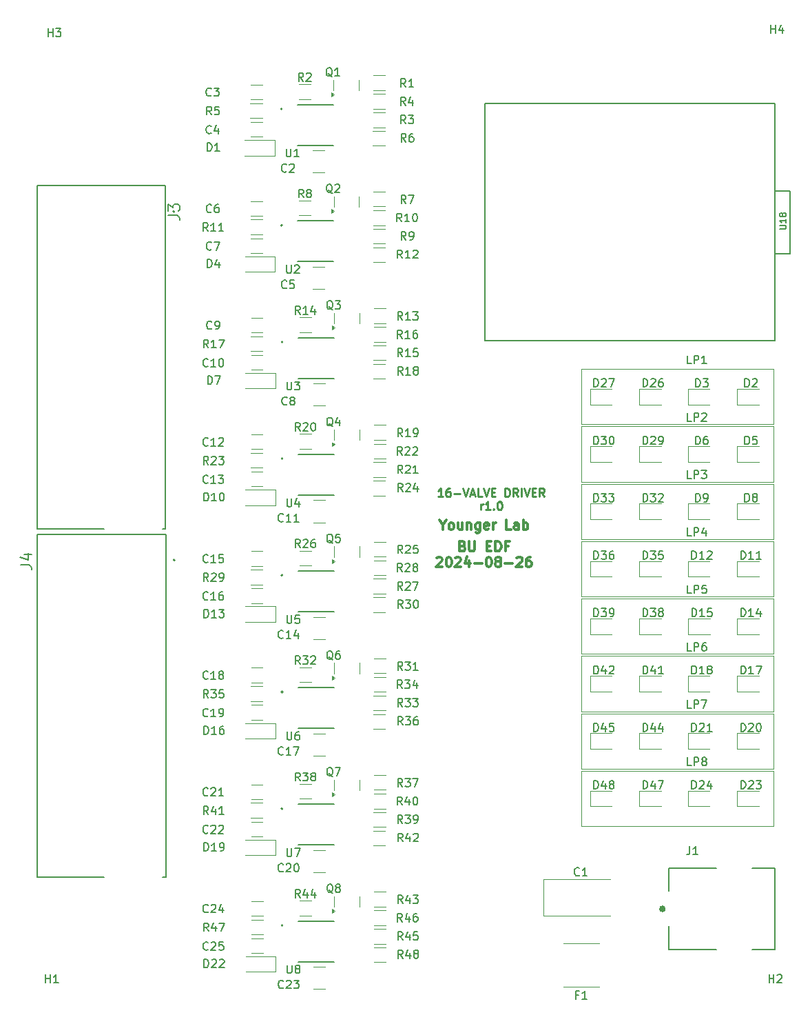
<source format=gbr>
%TF.GenerationSoftware,KiCad,Pcbnew,8.0.1*%
%TF.CreationDate,2024-09-04T11:05:25-04:00*%
%TF.ProjectId,16ch-driver-v1,31366368-2d64-4726-9976-65722d76312e,rev?*%
%TF.SameCoordinates,Original*%
%TF.FileFunction,Legend,Top*%
%TF.FilePolarity,Positive*%
%FSLAX46Y46*%
G04 Gerber Fmt 4.6, Leading zero omitted, Abs format (unit mm)*
G04 Created by KiCad (PCBNEW 8.0.1) date 2024-09-04 11:05:25*
%MOMM*%
%LPD*%
G01*
G04 APERTURE LIST*
%ADD10C,0.300000*%
%ADD11C,0.230000*%
%ADD12C,0.150000*%
%ADD13C,0.120000*%
%ADD14C,0.127000*%
%ADD15C,0.200000*%
%ADD16C,0.400000*%
G04 APERTURE END LIST*
D10*
X142161653Y-99101114D02*
X142161653Y-99672542D01*
X141761653Y-98472542D02*
X142161653Y-99101114D01*
X142161653Y-99101114D02*
X142561653Y-98472542D01*
X143133081Y-99672542D02*
X143018796Y-99615400D01*
X143018796Y-99615400D02*
X142961653Y-99558257D01*
X142961653Y-99558257D02*
X142904510Y-99443971D01*
X142904510Y-99443971D02*
X142904510Y-99101114D01*
X142904510Y-99101114D02*
X142961653Y-98986828D01*
X142961653Y-98986828D02*
X143018796Y-98929685D01*
X143018796Y-98929685D02*
X143133081Y-98872542D01*
X143133081Y-98872542D02*
X143304510Y-98872542D01*
X143304510Y-98872542D02*
X143418796Y-98929685D01*
X143418796Y-98929685D02*
X143475939Y-98986828D01*
X143475939Y-98986828D02*
X143533081Y-99101114D01*
X143533081Y-99101114D02*
X143533081Y-99443971D01*
X143533081Y-99443971D02*
X143475939Y-99558257D01*
X143475939Y-99558257D02*
X143418796Y-99615400D01*
X143418796Y-99615400D02*
X143304510Y-99672542D01*
X143304510Y-99672542D02*
X143133081Y-99672542D01*
X144561653Y-98872542D02*
X144561653Y-99672542D01*
X144047367Y-98872542D02*
X144047367Y-99501114D01*
X144047367Y-99501114D02*
X144104510Y-99615400D01*
X144104510Y-99615400D02*
X144218795Y-99672542D01*
X144218795Y-99672542D02*
X144390224Y-99672542D01*
X144390224Y-99672542D02*
X144504510Y-99615400D01*
X144504510Y-99615400D02*
X144561653Y-99558257D01*
X145133081Y-98872542D02*
X145133081Y-99672542D01*
X145133081Y-98986828D02*
X145190224Y-98929685D01*
X145190224Y-98929685D02*
X145304509Y-98872542D01*
X145304509Y-98872542D02*
X145475938Y-98872542D01*
X145475938Y-98872542D02*
X145590224Y-98929685D01*
X145590224Y-98929685D02*
X145647367Y-99043971D01*
X145647367Y-99043971D02*
X145647367Y-99672542D01*
X146733081Y-98872542D02*
X146733081Y-99843971D01*
X146733081Y-99843971D02*
X146675938Y-99958257D01*
X146675938Y-99958257D02*
X146618795Y-100015400D01*
X146618795Y-100015400D02*
X146504509Y-100072542D01*
X146504509Y-100072542D02*
X146333081Y-100072542D01*
X146333081Y-100072542D02*
X146218795Y-100015400D01*
X146733081Y-99615400D02*
X146618795Y-99672542D01*
X146618795Y-99672542D02*
X146390223Y-99672542D01*
X146390223Y-99672542D02*
X146275938Y-99615400D01*
X146275938Y-99615400D02*
X146218795Y-99558257D01*
X146218795Y-99558257D02*
X146161652Y-99443971D01*
X146161652Y-99443971D02*
X146161652Y-99101114D01*
X146161652Y-99101114D02*
X146218795Y-98986828D01*
X146218795Y-98986828D02*
X146275938Y-98929685D01*
X146275938Y-98929685D02*
X146390223Y-98872542D01*
X146390223Y-98872542D02*
X146618795Y-98872542D01*
X146618795Y-98872542D02*
X146733081Y-98929685D01*
X147761652Y-99615400D02*
X147647366Y-99672542D01*
X147647366Y-99672542D02*
X147418795Y-99672542D01*
X147418795Y-99672542D02*
X147304509Y-99615400D01*
X147304509Y-99615400D02*
X147247366Y-99501114D01*
X147247366Y-99501114D02*
X147247366Y-99043971D01*
X147247366Y-99043971D02*
X147304509Y-98929685D01*
X147304509Y-98929685D02*
X147418795Y-98872542D01*
X147418795Y-98872542D02*
X147647366Y-98872542D01*
X147647366Y-98872542D02*
X147761652Y-98929685D01*
X147761652Y-98929685D02*
X147818795Y-99043971D01*
X147818795Y-99043971D02*
X147818795Y-99158257D01*
X147818795Y-99158257D02*
X147247366Y-99272542D01*
X148333080Y-99672542D02*
X148333080Y-98872542D01*
X148333080Y-99101114D02*
X148390223Y-98986828D01*
X148390223Y-98986828D02*
X148447366Y-98929685D01*
X148447366Y-98929685D02*
X148561651Y-98872542D01*
X148561651Y-98872542D02*
X148675937Y-98872542D01*
X150561651Y-99672542D02*
X149990223Y-99672542D01*
X149990223Y-99672542D02*
X149990223Y-98472542D01*
X151475938Y-99672542D02*
X151475938Y-99043971D01*
X151475938Y-99043971D02*
X151418795Y-98929685D01*
X151418795Y-98929685D02*
X151304509Y-98872542D01*
X151304509Y-98872542D02*
X151075938Y-98872542D01*
X151075938Y-98872542D02*
X150961652Y-98929685D01*
X151475938Y-99615400D02*
X151361652Y-99672542D01*
X151361652Y-99672542D02*
X151075938Y-99672542D01*
X151075938Y-99672542D02*
X150961652Y-99615400D01*
X150961652Y-99615400D02*
X150904509Y-99501114D01*
X150904509Y-99501114D02*
X150904509Y-99386828D01*
X150904509Y-99386828D02*
X150961652Y-99272542D01*
X150961652Y-99272542D02*
X151075938Y-99215400D01*
X151075938Y-99215400D02*
X151361652Y-99215400D01*
X151361652Y-99215400D02*
X151475938Y-99158257D01*
X152047366Y-99672542D02*
X152047366Y-98472542D01*
X152047366Y-98929685D02*
X152161652Y-98872542D01*
X152161652Y-98872542D02*
X152390223Y-98872542D01*
X152390223Y-98872542D02*
X152504509Y-98929685D01*
X152504509Y-98929685D02*
X152561652Y-98986828D01*
X152561652Y-98986828D02*
X152618794Y-99101114D01*
X152618794Y-99101114D02*
X152618794Y-99443971D01*
X152618794Y-99443971D02*
X152561652Y-99558257D01*
X152561652Y-99558257D02*
X152504509Y-99615400D01*
X152504509Y-99615400D02*
X152390223Y-99672542D01*
X152390223Y-99672542D02*
X152161652Y-99672542D01*
X152161652Y-99672542D02*
X152047366Y-99615400D01*
X144582857Y-101707038D02*
X144754285Y-101764181D01*
X144754285Y-101764181D02*
X144811428Y-101821324D01*
X144811428Y-101821324D02*
X144868571Y-101935609D01*
X144868571Y-101935609D02*
X144868571Y-102107038D01*
X144868571Y-102107038D02*
X144811428Y-102221324D01*
X144811428Y-102221324D02*
X144754285Y-102278467D01*
X144754285Y-102278467D02*
X144640000Y-102335609D01*
X144640000Y-102335609D02*
X144182857Y-102335609D01*
X144182857Y-102335609D02*
X144182857Y-101135609D01*
X144182857Y-101135609D02*
X144582857Y-101135609D01*
X144582857Y-101135609D02*
X144697143Y-101192752D01*
X144697143Y-101192752D02*
X144754285Y-101249895D01*
X144754285Y-101249895D02*
X144811428Y-101364181D01*
X144811428Y-101364181D02*
X144811428Y-101478467D01*
X144811428Y-101478467D02*
X144754285Y-101592752D01*
X144754285Y-101592752D02*
X144697143Y-101649895D01*
X144697143Y-101649895D02*
X144582857Y-101707038D01*
X144582857Y-101707038D02*
X144182857Y-101707038D01*
X145382857Y-101135609D02*
X145382857Y-102107038D01*
X145382857Y-102107038D02*
X145440000Y-102221324D01*
X145440000Y-102221324D02*
X145497143Y-102278467D01*
X145497143Y-102278467D02*
X145611428Y-102335609D01*
X145611428Y-102335609D02*
X145840000Y-102335609D01*
X145840000Y-102335609D02*
X145954285Y-102278467D01*
X145954285Y-102278467D02*
X146011428Y-102221324D01*
X146011428Y-102221324D02*
X146068571Y-102107038D01*
X146068571Y-102107038D02*
X146068571Y-101135609D01*
X147554286Y-101707038D02*
X147954286Y-101707038D01*
X148125714Y-102335609D02*
X147554286Y-102335609D01*
X147554286Y-102335609D02*
X147554286Y-101135609D01*
X147554286Y-101135609D02*
X148125714Y-101135609D01*
X148640000Y-102335609D02*
X148640000Y-101135609D01*
X148640000Y-101135609D02*
X148925714Y-101135609D01*
X148925714Y-101135609D02*
X149097143Y-101192752D01*
X149097143Y-101192752D02*
X149211428Y-101307038D01*
X149211428Y-101307038D02*
X149268571Y-101421324D01*
X149268571Y-101421324D02*
X149325714Y-101649895D01*
X149325714Y-101649895D02*
X149325714Y-101821324D01*
X149325714Y-101821324D02*
X149268571Y-102049895D01*
X149268571Y-102049895D02*
X149211428Y-102164181D01*
X149211428Y-102164181D02*
X149097143Y-102278467D01*
X149097143Y-102278467D02*
X148925714Y-102335609D01*
X148925714Y-102335609D02*
X148640000Y-102335609D01*
X150240000Y-101707038D02*
X149840000Y-101707038D01*
X149840000Y-102335609D02*
X149840000Y-101135609D01*
X149840000Y-101135609D02*
X150411428Y-101135609D01*
X141411429Y-103181828D02*
X141468572Y-103124685D01*
X141468572Y-103124685D02*
X141582858Y-103067542D01*
X141582858Y-103067542D02*
X141868572Y-103067542D01*
X141868572Y-103067542D02*
X141982858Y-103124685D01*
X141982858Y-103124685D02*
X142040000Y-103181828D01*
X142040000Y-103181828D02*
X142097143Y-103296114D01*
X142097143Y-103296114D02*
X142097143Y-103410400D01*
X142097143Y-103410400D02*
X142040000Y-103581828D01*
X142040000Y-103581828D02*
X141354286Y-104267542D01*
X141354286Y-104267542D02*
X142097143Y-104267542D01*
X142840000Y-103067542D02*
X142954286Y-103067542D01*
X142954286Y-103067542D02*
X143068572Y-103124685D01*
X143068572Y-103124685D02*
X143125715Y-103181828D01*
X143125715Y-103181828D02*
X143182857Y-103296114D01*
X143182857Y-103296114D02*
X143240000Y-103524685D01*
X143240000Y-103524685D02*
X143240000Y-103810400D01*
X143240000Y-103810400D02*
X143182857Y-104038971D01*
X143182857Y-104038971D02*
X143125715Y-104153257D01*
X143125715Y-104153257D02*
X143068572Y-104210400D01*
X143068572Y-104210400D02*
X142954286Y-104267542D01*
X142954286Y-104267542D02*
X142840000Y-104267542D01*
X142840000Y-104267542D02*
X142725715Y-104210400D01*
X142725715Y-104210400D02*
X142668572Y-104153257D01*
X142668572Y-104153257D02*
X142611429Y-104038971D01*
X142611429Y-104038971D02*
X142554286Y-103810400D01*
X142554286Y-103810400D02*
X142554286Y-103524685D01*
X142554286Y-103524685D02*
X142611429Y-103296114D01*
X142611429Y-103296114D02*
X142668572Y-103181828D01*
X142668572Y-103181828D02*
X142725715Y-103124685D01*
X142725715Y-103124685D02*
X142840000Y-103067542D01*
X143697143Y-103181828D02*
X143754286Y-103124685D01*
X143754286Y-103124685D02*
X143868572Y-103067542D01*
X143868572Y-103067542D02*
X144154286Y-103067542D01*
X144154286Y-103067542D02*
X144268572Y-103124685D01*
X144268572Y-103124685D02*
X144325714Y-103181828D01*
X144325714Y-103181828D02*
X144382857Y-103296114D01*
X144382857Y-103296114D02*
X144382857Y-103410400D01*
X144382857Y-103410400D02*
X144325714Y-103581828D01*
X144325714Y-103581828D02*
X143640000Y-104267542D01*
X143640000Y-104267542D02*
X144382857Y-104267542D01*
X145411429Y-103467542D02*
X145411429Y-104267542D01*
X145125714Y-103010400D02*
X144840000Y-103867542D01*
X144840000Y-103867542D02*
X145582857Y-103867542D01*
X146040000Y-103810400D02*
X146954286Y-103810400D01*
X147754285Y-103067542D02*
X147868571Y-103067542D01*
X147868571Y-103067542D02*
X147982857Y-103124685D01*
X147982857Y-103124685D02*
X148040000Y-103181828D01*
X148040000Y-103181828D02*
X148097142Y-103296114D01*
X148097142Y-103296114D02*
X148154285Y-103524685D01*
X148154285Y-103524685D02*
X148154285Y-103810400D01*
X148154285Y-103810400D02*
X148097142Y-104038971D01*
X148097142Y-104038971D02*
X148040000Y-104153257D01*
X148040000Y-104153257D02*
X147982857Y-104210400D01*
X147982857Y-104210400D02*
X147868571Y-104267542D01*
X147868571Y-104267542D02*
X147754285Y-104267542D01*
X147754285Y-104267542D02*
X147640000Y-104210400D01*
X147640000Y-104210400D02*
X147582857Y-104153257D01*
X147582857Y-104153257D02*
X147525714Y-104038971D01*
X147525714Y-104038971D02*
X147468571Y-103810400D01*
X147468571Y-103810400D02*
X147468571Y-103524685D01*
X147468571Y-103524685D02*
X147525714Y-103296114D01*
X147525714Y-103296114D02*
X147582857Y-103181828D01*
X147582857Y-103181828D02*
X147640000Y-103124685D01*
X147640000Y-103124685D02*
X147754285Y-103067542D01*
X148839999Y-103581828D02*
X148725714Y-103524685D01*
X148725714Y-103524685D02*
X148668571Y-103467542D01*
X148668571Y-103467542D02*
X148611428Y-103353257D01*
X148611428Y-103353257D02*
X148611428Y-103296114D01*
X148611428Y-103296114D02*
X148668571Y-103181828D01*
X148668571Y-103181828D02*
X148725714Y-103124685D01*
X148725714Y-103124685D02*
X148839999Y-103067542D01*
X148839999Y-103067542D02*
X149068571Y-103067542D01*
X149068571Y-103067542D02*
X149182857Y-103124685D01*
X149182857Y-103124685D02*
X149239999Y-103181828D01*
X149239999Y-103181828D02*
X149297142Y-103296114D01*
X149297142Y-103296114D02*
X149297142Y-103353257D01*
X149297142Y-103353257D02*
X149239999Y-103467542D01*
X149239999Y-103467542D02*
X149182857Y-103524685D01*
X149182857Y-103524685D02*
X149068571Y-103581828D01*
X149068571Y-103581828D02*
X148839999Y-103581828D01*
X148839999Y-103581828D02*
X148725714Y-103638971D01*
X148725714Y-103638971D02*
X148668571Y-103696114D01*
X148668571Y-103696114D02*
X148611428Y-103810400D01*
X148611428Y-103810400D02*
X148611428Y-104038971D01*
X148611428Y-104038971D02*
X148668571Y-104153257D01*
X148668571Y-104153257D02*
X148725714Y-104210400D01*
X148725714Y-104210400D02*
X148839999Y-104267542D01*
X148839999Y-104267542D02*
X149068571Y-104267542D01*
X149068571Y-104267542D02*
X149182857Y-104210400D01*
X149182857Y-104210400D02*
X149239999Y-104153257D01*
X149239999Y-104153257D02*
X149297142Y-104038971D01*
X149297142Y-104038971D02*
X149297142Y-103810400D01*
X149297142Y-103810400D02*
X149239999Y-103696114D01*
X149239999Y-103696114D02*
X149182857Y-103638971D01*
X149182857Y-103638971D02*
X149068571Y-103581828D01*
X149811428Y-103810400D02*
X150725714Y-103810400D01*
X151239999Y-103181828D02*
X151297142Y-103124685D01*
X151297142Y-103124685D02*
X151411428Y-103067542D01*
X151411428Y-103067542D02*
X151697142Y-103067542D01*
X151697142Y-103067542D02*
X151811428Y-103124685D01*
X151811428Y-103124685D02*
X151868570Y-103181828D01*
X151868570Y-103181828D02*
X151925713Y-103296114D01*
X151925713Y-103296114D02*
X151925713Y-103410400D01*
X151925713Y-103410400D02*
X151868570Y-103581828D01*
X151868570Y-103581828D02*
X151182856Y-104267542D01*
X151182856Y-104267542D02*
X151925713Y-104267542D01*
X152954285Y-103067542D02*
X152725713Y-103067542D01*
X152725713Y-103067542D02*
X152611427Y-103124685D01*
X152611427Y-103124685D02*
X152554285Y-103181828D01*
X152554285Y-103181828D02*
X152439999Y-103353257D01*
X152439999Y-103353257D02*
X152382856Y-103581828D01*
X152382856Y-103581828D02*
X152382856Y-104038971D01*
X152382856Y-104038971D02*
X152439999Y-104153257D01*
X152439999Y-104153257D02*
X152497142Y-104210400D01*
X152497142Y-104210400D02*
X152611427Y-104267542D01*
X152611427Y-104267542D02*
X152839999Y-104267542D01*
X152839999Y-104267542D02*
X152954285Y-104210400D01*
X152954285Y-104210400D02*
X153011427Y-104153257D01*
X153011427Y-104153257D02*
X153068570Y-104038971D01*
X153068570Y-104038971D02*
X153068570Y-103753257D01*
X153068570Y-103753257D02*
X153011427Y-103638971D01*
X153011427Y-103638971D02*
X152954285Y-103581828D01*
X152954285Y-103581828D02*
X152839999Y-103524685D01*
X152839999Y-103524685D02*
X152611427Y-103524685D01*
X152611427Y-103524685D02*
X152497142Y-103581828D01*
X152497142Y-103581828D02*
X152439999Y-103638971D01*
X152439999Y-103638971D02*
X152382856Y-103753257D01*
D11*
X142157618Y-95625687D02*
X141586190Y-95625687D01*
X141871904Y-95625687D02*
X141871904Y-94625687D01*
X141871904Y-94625687D02*
X141776666Y-94768544D01*
X141776666Y-94768544D02*
X141681428Y-94863782D01*
X141681428Y-94863782D02*
X141586190Y-94911401D01*
X143014761Y-94625687D02*
X142824285Y-94625687D01*
X142824285Y-94625687D02*
X142729047Y-94673306D01*
X142729047Y-94673306D02*
X142681428Y-94720925D01*
X142681428Y-94720925D02*
X142586190Y-94863782D01*
X142586190Y-94863782D02*
X142538571Y-95054258D01*
X142538571Y-95054258D02*
X142538571Y-95435210D01*
X142538571Y-95435210D02*
X142586190Y-95530448D01*
X142586190Y-95530448D02*
X142633809Y-95578068D01*
X142633809Y-95578068D02*
X142729047Y-95625687D01*
X142729047Y-95625687D02*
X142919523Y-95625687D01*
X142919523Y-95625687D02*
X143014761Y-95578068D01*
X143014761Y-95578068D02*
X143062380Y-95530448D01*
X143062380Y-95530448D02*
X143109999Y-95435210D01*
X143109999Y-95435210D02*
X143109999Y-95197115D01*
X143109999Y-95197115D02*
X143062380Y-95101877D01*
X143062380Y-95101877D02*
X143014761Y-95054258D01*
X143014761Y-95054258D02*
X142919523Y-95006639D01*
X142919523Y-95006639D02*
X142729047Y-95006639D01*
X142729047Y-95006639D02*
X142633809Y-95054258D01*
X142633809Y-95054258D02*
X142586190Y-95101877D01*
X142586190Y-95101877D02*
X142538571Y-95197115D01*
X143538571Y-95244734D02*
X144300476Y-95244734D01*
X144633809Y-94625687D02*
X144967142Y-95625687D01*
X144967142Y-95625687D02*
X145300475Y-94625687D01*
X145586190Y-95339972D02*
X146062380Y-95339972D01*
X145490952Y-95625687D02*
X145824285Y-94625687D01*
X145824285Y-94625687D02*
X146157618Y-95625687D01*
X146967142Y-95625687D02*
X146490952Y-95625687D01*
X146490952Y-95625687D02*
X146490952Y-94625687D01*
X147157619Y-94625687D02*
X147490952Y-95625687D01*
X147490952Y-95625687D02*
X147824285Y-94625687D01*
X148157619Y-95101877D02*
X148490952Y-95101877D01*
X148633809Y-95625687D02*
X148157619Y-95625687D01*
X148157619Y-95625687D02*
X148157619Y-94625687D01*
X148157619Y-94625687D02*
X148633809Y-94625687D01*
X149824286Y-95625687D02*
X149824286Y-94625687D01*
X149824286Y-94625687D02*
X150062381Y-94625687D01*
X150062381Y-94625687D02*
X150205238Y-94673306D01*
X150205238Y-94673306D02*
X150300476Y-94768544D01*
X150300476Y-94768544D02*
X150348095Y-94863782D01*
X150348095Y-94863782D02*
X150395714Y-95054258D01*
X150395714Y-95054258D02*
X150395714Y-95197115D01*
X150395714Y-95197115D02*
X150348095Y-95387591D01*
X150348095Y-95387591D02*
X150300476Y-95482829D01*
X150300476Y-95482829D02*
X150205238Y-95578068D01*
X150205238Y-95578068D02*
X150062381Y-95625687D01*
X150062381Y-95625687D02*
X149824286Y-95625687D01*
X151395714Y-95625687D02*
X151062381Y-95149496D01*
X150824286Y-95625687D02*
X150824286Y-94625687D01*
X150824286Y-94625687D02*
X151205238Y-94625687D01*
X151205238Y-94625687D02*
X151300476Y-94673306D01*
X151300476Y-94673306D02*
X151348095Y-94720925D01*
X151348095Y-94720925D02*
X151395714Y-94816163D01*
X151395714Y-94816163D02*
X151395714Y-94959020D01*
X151395714Y-94959020D02*
X151348095Y-95054258D01*
X151348095Y-95054258D02*
X151300476Y-95101877D01*
X151300476Y-95101877D02*
X151205238Y-95149496D01*
X151205238Y-95149496D02*
X150824286Y-95149496D01*
X151824286Y-95625687D02*
X151824286Y-94625687D01*
X152157619Y-94625687D02*
X152490952Y-95625687D01*
X152490952Y-95625687D02*
X152824285Y-94625687D01*
X153157619Y-95101877D02*
X153490952Y-95101877D01*
X153633809Y-95625687D02*
X153157619Y-95625687D01*
X153157619Y-95625687D02*
X153157619Y-94625687D01*
X153157619Y-94625687D02*
X153633809Y-94625687D01*
X154633809Y-95625687D02*
X154300476Y-95149496D01*
X154062381Y-95625687D02*
X154062381Y-94625687D01*
X154062381Y-94625687D02*
X154443333Y-94625687D01*
X154443333Y-94625687D02*
X154538571Y-94673306D01*
X154538571Y-94673306D02*
X154586190Y-94720925D01*
X154586190Y-94720925D02*
X154633809Y-94816163D01*
X154633809Y-94816163D02*
X154633809Y-94959020D01*
X154633809Y-94959020D02*
X154586190Y-95054258D01*
X154586190Y-95054258D02*
X154538571Y-95101877D01*
X154538571Y-95101877D02*
X154443333Y-95149496D01*
X154443333Y-95149496D02*
X154062381Y-95149496D01*
X146848095Y-97235631D02*
X146848095Y-96568964D01*
X146848095Y-96759440D02*
X146895714Y-96664202D01*
X146895714Y-96664202D02*
X146943333Y-96616583D01*
X146943333Y-96616583D02*
X147038571Y-96568964D01*
X147038571Y-96568964D02*
X147133809Y-96568964D01*
X147990952Y-97235631D02*
X147419524Y-97235631D01*
X147705238Y-97235631D02*
X147705238Y-96235631D01*
X147705238Y-96235631D02*
X147610000Y-96378488D01*
X147610000Y-96378488D02*
X147514762Y-96473726D01*
X147514762Y-96473726D02*
X147419524Y-96521345D01*
X148419524Y-97140392D02*
X148467143Y-97188012D01*
X148467143Y-97188012D02*
X148419524Y-97235631D01*
X148419524Y-97235631D02*
X148371905Y-97188012D01*
X148371905Y-97188012D02*
X148419524Y-97140392D01*
X148419524Y-97140392D02*
X148419524Y-97235631D01*
X149086190Y-96235631D02*
X149181428Y-96235631D01*
X149181428Y-96235631D02*
X149276666Y-96283250D01*
X149276666Y-96283250D02*
X149324285Y-96330869D01*
X149324285Y-96330869D02*
X149371904Y-96426107D01*
X149371904Y-96426107D02*
X149419523Y-96616583D01*
X149419523Y-96616583D02*
X149419523Y-96854678D01*
X149419523Y-96854678D02*
X149371904Y-97045154D01*
X149371904Y-97045154D02*
X149324285Y-97140392D01*
X149324285Y-97140392D02*
X149276666Y-97188012D01*
X149276666Y-97188012D02*
X149181428Y-97235631D01*
X149181428Y-97235631D02*
X149086190Y-97235631D01*
X149086190Y-97235631D02*
X148990952Y-97188012D01*
X148990952Y-97188012D02*
X148943333Y-97140392D01*
X148943333Y-97140392D02*
X148895714Y-97045154D01*
X148895714Y-97045154D02*
X148848095Y-96854678D01*
X148848095Y-96854678D02*
X148848095Y-96616583D01*
X148848095Y-96616583D02*
X148895714Y-96426107D01*
X148895714Y-96426107D02*
X148943333Y-96330869D01*
X148943333Y-96330869D02*
X148990952Y-96283250D01*
X148990952Y-96283250D02*
X149086190Y-96235631D01*
D12*
X113334644Y-91688746D02*
X113001311Y-91212555D01*
X112763216Y-91688746D02*
X112763216Y-90688746D01*
X112763216Y-90688746D02*
X113144168Y-90688746D01*
X113144168Y-90688746D02*
X113239406Y-90736365D01*
X113239406Y-90736365D02*
X113287025Y-90783984D01*
X113287025Y-90783984D02*
X113334644Y-90879222D01*
X113334644Y-90879222D02*
X113334644Y-91022079D01*
X113334644Y-91022079D02*
X113287025Y-91117317D01*
X113287025Y-91117317D02*
X113239406Y-91164936D01*
X113239406Y-91164936D02*
X113144168Y-91212555D01*
X113144168Y-91212555D02*
X112763216Y-91212555D01*
X113715597Y-90783984D02*
X113763216Y-90736365D01*
X113763216Y-90736365D02*
X113858454Y-90688746D01*
X113858454Y-90688746D02*
X114096549Y-90688746D01*
X114096549Y-90688746D02*
X114191787Y-90736365D01*
X114191787Y-90736365D02*
X114239406Y-90783984D01*
X114239406Y-90783984D02*
X114287025Y-90879222D01*
X114287025Y-90879222D02*
X114287025Y-90974460D01*
X114287025Y-90974460D02*
X114239406Y-91117317D01*
X114239406Y-91117317D02*
X113667978Y-91688746D01*
X113667978Y-91688746D02*
X114287025Y-91688746D01*
X114620359Y-90688746D02*
X115239406Y-90688746D01*
X115239406Y-90688746D02*
X114906073Y-91069698D01*
X114906073Y-91069698D02*
X115048930Y-91069698D01*
X115048930Y-91069698D02*
X115144168Y-91117317D01*
X115144168Y-91117317D02*
X115191787Y-91164936D01*
X115191787Y-91164936D02*
X115239406Y-91260174D01*
X115239406Y-91260174D02*
X115239406Y-91498269D01*
X115239406Y-91498269D02*
X115191787Y-91593507D01*
X115191787Y-91593507D02*
X115144168Y-91641127D01*
X115144168Y-91641127D02*
X115048930Y-91688746D01*
X115048930Y-91688746D02*
X114763216Y-91688746D01*
X114763216Y-91688746D02*
X114667978Y-91641127D01*
X114667978Y-91641127D02*
X114620359Y-91593507D01*
X113685835Y-46374579D02*
X113638216Y-46422199D01*
X113638216Y-46422199D02*
X113495359Y-46469818D01*
X113495359Y-46469818D02*
X113400121Y-46469818D01*
X113400121Y-46469818D02*
X113257264Y-46422199D01*
X113257264Y-46422199D02*
X113162026Y-46326960D01*
X113162026Y-46326960D02*
X113114407Y-46231722D01*
X113114407Y-46231722D02*
X113066788Y-46041246D01*
X113066788Y-46041246D02*
X113066788Y-45898389D01*
X113066788Y-45898389D02*
X113114407Y-45707913D01*
X113114407Y-45707913D02*
X113162026Y-45612675D01*
X113162026Y-45612675D02*
X113257264Y-45517437D01*
X113257264Y-45517437D02*
X113400121Y-45469818D01*
X113400121Y-45469818D02*
X113495359Y-45469818D01*
X113495359Y-45469818D02*
X113638216Y-45517437D01*
X113638216Y-45517437D02*
X113685835Y-45565056D01*
X114019169Y-45469818D02*
X114638216Y-45469818D01*
X114638216Y-45469818D02*
X114304883Y-45850770D01*
X114304883Y-45850770D02*
X114447740Y-45850770D01*
X114447740Y-45850770D02*
X114542978Y-45898389D01*
X114542978Y-45898389D02*
X114590597Y-45946008D01*
X114590597Y-45946008D02*
X114638216Y-46041246D01*
X114638216Y-46041246D02*
X114638216Y-46279341D01*
X114638216Y-46279341D02*
X114590597Y-46374579D01*
X114590597Y-46374579D02*
X114542978Y-46422199D01*
X114542978Y-46422199D02*
X114447740Y-46469818D01*
X114447740Y-46469818D02*
X114162026Y-46469818D01*
X114162026Y-46469818D02*
X114066788Y-46422199D01*
X114066788Y-46422199D02*
X114019169Y-46374579D01*
X137154644Y-76193032D02*
X136821311Y-75716841D01*
X136583216Y-76193032D02*
X136583216Y-75193032D01*
X136583216Y-75193032D02*
X136964168Y-75193032D01*
X136964168Y-75193032D02*
X137059406Y-75240651D01*
X137059406Y-75240651D02*
X137107025Y-75288270D01*
X137107025Y-75288270D02*
X137154644Y-75383508D01*
X137154644Y-75383508D02*
X137154644Y-75526365D01*
X137154644Y-75526365D02*
X137107025Y-75621603D01*
X137107025Y-75621603D02*
X137059406Y-75669222D01*
X137059406Y-75669222D02*
X136964168Y-75716841D01*
X136964168Y-75716841D02*
X136583216Y-75716841D01*
X138107025Y-76193032D02*
X137535597Y-76193032D01*
X137821311Y-76193032D02*
X137821311Y-75193032D01*
X137821311Y-75193032D02*
X137726073Y-75335889D01*
X137726073Y-75335889D02*
X137630835Y-75431127D01*
X137630835Y-75431127D02*
X137535597Y-75478746D01*
X138964168Y-75193032D02*
X138773692Y-75193032D01*
X138773692Y-75193032D02*
X138678454Y-75240651D01*
X138678454Y-75240651D02*
X138630835Y-75288270D01*
X138630835Y-75288270D02*
X138535597Y-75431127D01*
X138535597Y-75431127D02*
X138487978Y-75621603D01*
X138487978Y-75621603D02*
X138487978Y-76002555D01*
X138487978Y-76002555D02*
X138535597Y-76097793D01*
X138535597Y-76097793D02*
X138583216Y-76145413D01*
X138583216Y-76145413D02*
X138678454Y-76193032D01*
X138678454Y-76193032D02*
X138868930Y-76193032D01*
X138868930Y-76193032D02*
X138964168Y-76145413D01*
X138964168Y-76145413D02*
X139011787Y-76097793D01*
X139011787Y-76097793D02*
X139059406Y-76002555D01*
X139059406Y-76002555D02*
X139059406Y-75764460D01*
X139059406Y-75764460D02*
X139011787Y-75669222D01*
X139011787Y-75669222D02*
X138964168Y-75621603D01*
X138964168Y-75621603D02*
X138868930Y-75573984D01*
X138868930Y-75573984D02*
X138678454Y-75573984D01*
X138678454Y-75573984D02*
X138583216Y-75621603D01*
X138583216Y-75621603D02*
X138535597Y-75669222D01*
X138535597Y-75669222D02*
X138487978Y-75764460D01*
X122559644Y-155931363D02*
X122512025Y-155978983D01*
X122512025Y-155978983D02*
X122369168Y-156026602D01*
X122369168Y-156026602D02*
X122273930Y-156026602D01*
X122273930Y-156026602D02*
X122131073Y-155978983D01*
X122131073Y-155978983D02*
X122035835Y-155883744D01*
X122035835Y-155883744D02*
X121988216Y-155788506D01*
X121988216Y-155788506D02*
X121940597Y-155598030D01*
X121940597Y-155598030D02*
X121940597Y-155455173D01*
X121940597Y-155455173D02*
X121988216Y-155264697D01*
X121988216Y-155264697D02*
X122035835Y-155169459D01*
X122035835Y-155169459D02*
X122131073Y-155074221D01*
X122131073Y-155074221D02*
X122273930Y-155026602D01*
X122273930Y-155026602D02*
X122369168Y-155026602D01*
X122369168Y-155026602D02*
X122512025Y-155074221D01*
X122512025Y-155074221D02*
X122559644Y-155121840D01*
X122940597Y-155121840D02*
X122988216Y-155074221D01*
X122988216Y-155074221D02*
X123083454Y-155026602D01*
X123083454Y-155026602D02*
X123321549Y-155026602D01*
X123321549Y-155026602D02*
X123416787Y-155074221D01*
X123416787Y-155074221D02*
X123464406Y-155121840D01*
X123464406Y-155121840D02*
X123512025Y-155217078D01*
X123512025Y-155217078D02*
X123512025Y-155312316D01*
X123512025Y-155312316D02*
X123464406Y-155455173D01*
X123464406Y-155455173D02*
X122892978Y-156026602D01*
X122892978Y-156026602D02*
X123512025Y-156026602D01*
X123845359Y-155026602D02*
X124464406Y-155026602D01*
X124464406Y-155026602D02*
X124131073Y-155407554D01*
X124131073Y-155407554D02*
X124273930Y-155407554D01*
X124273930Y-155407554D02*
X124369168Y-155455173D01*
X124369168Y-155455173D02*
X124416787Y-155502792D01*
X124416787Y-155502792D02*
X124464406Y-155598030D01*
X124464406Y-155598030D02*
X124464406Y-155836125D01*
X124464406Y-155836125D02*
X124416787Y-155931363D01*
X124416787Y-155931363D02*
X124369168Y-155978983D01*
X124369168Y-155978983D02*
X124273930Y-156026602D01*
X124273930Y-156026602D02*
X123988216Y-156026602D01*
X123988216Y-156026602D02*
X123892978Y-155978983D01*
X123892978Y-155978983D02*
X123845359Y-155931363D01*
X160726692Y-96262549D02*
X160726692Y-95262549D01*
X160726692Y-95262549D02*
X160964787Y-95262549D01*
X160964787Y-95262549D02*
X161107644Y-95310168D01*
X161107644Y-95310168D02*
X161202882Y-95405406D01*
X161202882Y-95405406D02*
X161250501Y-95500644D01*
X161250501Y-95500644D02*
X161298120Y-95691120D01*
X161298120Y-95691120D02*
X161298120Y-95833977D01*
X161298120Y-95833977D02*
X161250501Y-96024453D01*
X161250501Y-96024453D02*
X161202882Y-96119691D01*
X161202882Y-96119691D02*
X161107644Y-96214930D01*
X161107644Y-96214930D02*
X160964787Y-96262549D01*
X160964787Y-96262549D02*
X160726692Y-96262549D01*
X161631454Y-95262549D02*
X162250501Y-95262549D01*
X162250501Y-95262549D02*
X161917168Y-95643501D01*
X161917168Y-95643501D02*
X162060025Y-95643501D01*
X162060025Y-95643501D02*
X162155263Y-95691120D01*
X162155263Y-95691120D02*
X162202882Y-95738739D01*
X162202882Y-95738739D02*
X162250501Y-95833977D01*
X162250501Y-95833977D02*
X162250501Y-96072072D01*
X162250501Y-96072072D02*
X162202882Y-96167310D01*
X162202882Y-96167310D02*
X162155263Y-96214930D01*
X162155263Y-96214930D02*
X162060025Y-96262549D01*
X162060025Y-96262549D02*
X161774311Y-96262549D01*
X161774311Y-96262549D02*
X161679073Y-96214930D01*
X161679073Y-96214930D02*
X161631454Y-96167310D01*
X162583835Y-95262549D02*
X163202882Y-95262549D01*
X163202882Y-95262549D02*
X162869549Y-95643501D01*
X162869549Y-95643501D02*
X163012406Y-95643501D01*
X163012406Y-95643501D02*
X163107644Y-95691120D01*
X163107644Y-95691120D02*
X163155263Y-95738739D01*
X163155263Y-95738739D02*
X163202882Y-95833977D01*
X163202882Y-95833977D02*
X163202882Y-96072072D01*
X163202882Y-96072072D02*
X163155263Y-96167310D01*
X163155263Y-96167310D02*
X163107644Y-96214930D01*
X163107644Y-96214930D02*
X163012406Y-96262549D01*
X163012406Y-96262549D02*
X162726692Y-96262549D01*
X162726692Y-96262549D02*
X162631454Y-96214930D01*
X162631454Y-96214930D02*
X162583835Y-96167310D01*
X113685835Y-50974579D02*
X113638216Y-51022199D01*
X113638216Y-51022199D02*
X113495359Y-51069818D01*
X113495359Y-51069818D02*
X113400121Y-51069818D01*
X113400121Y-51069818D02*
X113257264Y-51022199D01*
X113257264Y-51022199D02*
X113162026Y-50926960D01*
X113162026Y-50926960D02*
X113114407Y-50831722D01*
X113114407Y-50831722D02*
X113066788Y-50641246D01*
X113066788Y-50641246D02*
X113066788Y-50498389D01*
X113066788Y-50498389D02*
X113114407Y-50307913D01*
X113114407Y-50307913D02*
X113162026Y-50212675D01*
X113162026Y-50212675D02*
X113257264Y-50117437D01*
X113257264Y-50117437D02*
X113400121Y-50069818D01*
X113400121Y-50069818D02*
X113495359Y-50069818D01*
X113495359Y-50069818D02*
X113638216Y-50117437D01*
X113638216Y-50117437D02*
X113685835Y-50165056D01*
X114542978Y-50403151D02*
X114542978Y-51069818D01*
X114304883Y-50022199D02*
X114066788Y-50736484D01*
X114066788Y-50736484D02*
X114685835Y-50736484D01*
X113284644Y-108239221D02*
X113237025Y-108286841D01*
X113237025Y-108286841D02*
X113094168Y-108334460D01*
X113094168Y-108334460D02*
X112998930Y-108334460D01*
X112998930Y-108334460D02*
X112856073Y-108286841D01*
X112856073Y-108286841D02*
X112760835Y-108191602D01*
X112760835Y-108191602D02*
X112713216Y-108096364D01*
X112713216Y-108096364D02*
X112665597Y-107905888D01*
X112665597Y-107905888D02*
X112665597Y-107763031D01*
X112665597Y-107763031D02*
X112713216Y-107572555D01*
X112713216Y-107572555D02*
X112760835Y-107477317D01*
X112760835Y-107477317D02*
X112856073Y-107382079D01*
X112856073Y-107382079D02*
X112998930Y-107334460D01*
X112998930Y-107334460D02*
X113094168Y-107334460D01*
X113094168Y-107334460D02*
X113237025Y-107382079D01*
X113237025Y-107382079D02*
X113284644Y-107429698D01*
X114237025Y-108334460D02*
X113665597Y-108334460D01*
X113951311Y-108334460D02*
X113951311Y-107334460D01*
X113951311Y-107334460D02*
X113856073Y-107477317D01*
X113856073Y-107477317D02*
X113760835Y-107572555D01*
X113760835Y-107572555D02*
X113665597Y-107620174D01*
X115094168Y-107334460D02*
X114903692Y-107334460D01*
X114903692Y-107334460D02*
X114808454Y-107382079D01*
X114808454Y-107382079D02*
X114760835Y-107429698D01*
X114760835Y-107429698D02*
X114665597Y-107572555D01*
X114665597Y-107572555D02*
X114617978Y-107763031D01*
X114617978Y-107763031D02*
X114617978Y-108143983D01*
X114617978Y-108143983D02*
X114665597Y-108239221D01*
X114665597Y-108239221D02*
X114713216Y-108286841D01*
X114713216Y-108286841D02*
X114808454Y-108334460D01*
X114808454Y-108334460D02*
X114998930Y-108334460D01*
X114998930Y-108334460D02*
X115094168Y-108286841D01*
X115094168Y-108286841D02*
X115141787Y-108239221D01*
X115141787Y-108239221D02*
X115189406Y-108143983D01*
X115189406Y-108143983D02*
X115189406Y-107905888D01*
X115189406Y-107905888D02*
X115141787Y-107810650D01*
X115141787Y-107810650D02*
X115094168Y-107763031D01*
X115094168Y-107763031D02*
X114998930Y-107715412D01*
X114998930Y-107715412D02*
X114808454Y-107715412D01*
X114808454Y-107715412D02*
X114713216Y-107763031D01*
X114713216Y-107763031D02*
X114665597Y-107810650D01*
X114665597Y-107810650D02*
X114617978Y-107905888D01*
X166776692Y-110362549D02*
X166776692Y-109362549D01*
X166776692Y-109362549D02*
X167014787Y-109362549D01*
X167014787Y-109362549D02*
X167157644Y-109410168D01*
X167157644Y-109410168D02*
X167252882Y-109505406D01*
X167252882Y-109505406D02*
X167300501Y-109600644D01*
X167300501Y-109600644D02*
X167348120Y-109791120D01*
X167348120Y-109791120D02*
X167348120Y-109933977D01*
X167348120Y-109933977D02*
X167300501Y-110124453D01*
X167300501Y-110124453D02*
X167252882Y-110219691D01*
X167252882Y-110219691D02*
X167157644Y-110314930D01*
X167157644Y-110314930D02*
X167014787Y-110362549D01*
X167014787Y-110362549D02*
X166776692Y-110362549D01*
X167681454Y-109362549D02*
X168300501Y-109362549D01*
X168300501Y-109362549D02*
X167967168Y-109743501D01*
X167967168Y-109743501D02*
X168110025Y-109743501D01*
X168110025Y-109743501D02*
X168205263Y-109791120D01*
X168205263Y-109791120D02*
X168252882Y-109838739D01*
X168252882Y-109838739D02*
X168300501Y-109933977D01*
X168300501Y-109933977D02*
X168300501Y-110172072D01*
X168300501Y-110172072D02*
X168252882Y-110267310D01*
X168252882Y-110267310D02*
X168205263Y-110314930D01*
X168205263Y-110314930D02*
X168110025Y-110362549D01*
X168110025Y-110362549D02*
X167824311Y-110362549D01*
X167824311Y-110362549D02*
X167729073Y-110314930D01*
X167729073Y-110314930D02*
X167681454Y-110267310D01*
X168871930Y-109791120D02*
X168776692Y-109743501D01*
X168776692Y-109743501D02*
X168729073Y-109695882D01*
X168729073Y-109695882D02*
X168681454Y-109600644D01*
X168681454Y-109600644D02*
X168681454Y-109553025D01*
X168681454Y-109553025D02*
X168729073Y-109457787D01*
X168729073Y-109457787D02*
X168776692Y-109410168D01*
X168776692Y-109410168D02*
X168871930Y-109362549D01*
X168871930Y-109362549D02*
X169062406Y-109362549D01*
X169062406Y-109362549D02*
X169157644Y-109410168D01*
X169157644Y-109410168D02*
X169205263Y-109457787D01*
X169205263Y-109457787D02*
X169252882Y-109553025D01*
X169252882Y-109553025D02*
X169252882Y-109600644D01*
X169252882Y-109600644D02*
X169205263Y-109695882D01*
X169205263Y-109695882D02*
X169157644Y-109743501D01*
X169157644Y-109743501D02*
X169062406Y-109791120D01*
X169062406Y-109791120D02*
X168871930Y-109791120D01*
X168871930Y-109791120D02*
X168776692Y-109838739D01*
X168776692Y-109838739D02*
X168729073Y-109886358D01*
X168729073Y-109886358D02*
X168681454Y-109981596D01*
X168681454Y-109981596D02*
X168681454Y-110172072D01*
X168681454Y-110172072D02*
X168729073Y-110267310D01*
X168729073Y-110267310D02*
X168776692Y-110314930D01*
X168776692Y-110314930D02*
X168871930Y-110362549D01*
X168871930Y-110362549D02*
X169062406Y-110362549D01*
X169062406Y-110362549D02*
X169157644Y-110314930D01*
X169157644Y-110314930D02*
X169205263Y-110267310D01*
X169205263Y-110267310D02*
X169252882Y-110172072D01*
X169252882Y-110172072D02*
X169252882Y-109981596D01*
X169252882Y-109981596D02*
X169205263Y-109886358D01*
X169205263Y-109886358D02*
X169157644Y-109838739D01*
X169157644Y-109838739D02*
X169062406Y-109791120D01*
X93638095Y-39164819D02*
X93638095Y-38164819D01*
X93638095Y-38641009D02*
X94209523Y-38641009D01*
X94209523Y-39164819D02*
X94209523Y-38164819D01*
X94590476Y-38164819D02*
X95209523Y-38164819D01*
X95209523Y-38164819D02*
X94876190Y-38545771D01*
X94876190Y-38545771D02*
X95019047Y-38545771D01*
X95019047Y-38545771D02*
X95114285Y-38593390D01*
X95114285Y-38593390D02*
X95161904Y-38641009D01*
X95161904Y-38641009D02*
X95209523Y-38736247D01*
X95209523Y-38736247D02*
X95209523Y-38974342D01*
X95209523Y-38974342D02*
X95161904Y-39069580D01*
X95161904Y-39069580D02*
X95114285Y-39117200D01*
X95114285Y-39117200D02*
X95019047Y-39164819D01*
X95019047Y-39164819D02*
X94733333Y-39164819D01*
X94733333Y-39164819D02*
X94638095Y-39117200D01*
X94638095Y-39117200D02*
X94590476Y-39069580D01*
X137595835Y-49829818D02*
X137262502Y-49353627D01*
X137024407Y-49829818D02*
X137024407Y-48829818D01*
X137024407Y-48829818D02*
X137405359Y-48829818D01*
X137405359Y-48829818D02*
X137500597Y-48877437D01*
X137500597Y-48877437D02*
X137548216Y-48925056D01*
X137548216Y-48925056D02*
X137595835Y-49020294D01*
X137595835Y-49020294D02*
X137595835Y-49163151D01*
X137595835Y-49163151D02*
X137548216Y-49258389D01*
X137548216Y-49258389D02*
X137500597Y-49306008D01*
X137500597Y-49306008D02*
X137405359Y-49353627D01*
X137405359Y-49353627D02*
X137024407Y-49353627D01*
X137929169Y-48829818D02*
X138548216Y-48829818D01*
X138548216Y-48829818D02*
X138214883Y-49210770D01*
X138214883Y-49210770D02*
X138357740Y-49210770D01*
X138357740Y-49210770D02*
X138452978Y-49258389D01*
X138452978Y-49258389D02*
X138500597Y-49306008D01*
X138500597Y-49306008D02*
X138548216Y-49401246D01*
X138548216Y-49401246D02*
X138548216Y-49639341D01*
X138548216Y-49639341D02*
X138500597Y-49734579D01*
X138500597Y-49734579D02*
X138452978Y-49782199D01*
X138452978Y-49782199D02*
X138357740Y-49829818D01*
X138357740Y-49829818D02*
X138072026Y-49829818D01*
X138072026Y-49829818D02*
X137976788Y-49782199D01*
X137976788Y-49782199D02*
X137929169Y-49734579D01*
X160726692Y-117412549D02*
X160726692Y-116412549D01*
X160726692Y-116412549D02*
X160964787Y-116412549D01*
X160964787Y-116412549D02*
X161107644Y-116460168D01*
X161107644Y-116460168D02*
X161202882Y-116555406D01*
X161202882Y-116555406D02*
X161250501Y-116650644D01*
X161250501Y-116650644D02*
X161298120Y-116841120D01*
X161298120Y-116841120D02*
X161298120Y-116983977D01*
X161298120Y-116983977D02*
X161250501Y-117174453D01*
X161250501Y-117174453D02*
X161202882Y-117269691D01*
X161202882Y-117269691D02*
X161107644Y-117364930D01*
X161107644Y-117364930D02*
X160964787Y-117412549D01*
X160964787Y-117412549D02*
X160726692Y-117412549D01*
X162155263Y-116745882D02*
X162155263Y-117412549D01*
X161917168Y-116364930D02*
X161679073Y-117079215D01*
X161679073Y-117079215D02*
X162298120Y-117079215D01*
X162631454Y-116507787D02*
X162679073Y-116460168D01*
X162679073Y-116460168D02*
X162774311Y-116412549D01*
X162774311Y-116412549D02*
X163012406Y-116412549D01*
X163012406Y-116412549D02*
X163107644Y-116460168D01*
X163107644Y-116460168D02*
X163155263Y-116507787D01*
X163155263Y-116507787D02*
X163202882Y-116603025D01*
X163202882Y-116603025D02*
X163202882Y-116698263D01*
X163202882Y-116698263D02*
X163155263Y-116841120D01*
X163155263Y-116841120D02*
X162583835Y-117412549D01*
X162583835Y-117412549D02*
X163202882Y-117412549D01*
X166776692Y-89212549D02*
X166776692Y-88212549D01*
X166776692Y-88212549D02*
X167014787Y-88212549D01*
X167014787Y-88212549D02*
X167157644Y-88260168D01*
X167157644Y-88260168D02*
X167252882Y-88355406D01*
X167252882Y-88355406D02*
X167300501Y-88450644D01*
X167300501Y-88450644D02*
X167348120Y-88641120D01*
X167348120Y-88641120D02*
X167348120Y-88783977D01*
X167348120Y-88783977D02*
X167300501Y-88974453D01*
X167300501Y-88974453D02*
X167252882Y-89069691D01*
X167252882Y-89069691D02*
X167157644Y-89164930D01*
X167157644Y-89164930D02*
X167014787Y-89212549D01*
X167014787Y-89212549D02*
X166776692Y-89212549D01*
X167729073Y-88307787D02*
X167776692Y-88260168D01*
X167776692Y-88260168D02*
X167871930Y-88212549D01*
X167871930Y-88212549D02*
X168110025Y-88212549D01*
X168110025Y-88212549D02*
X168205263Y-88260168D01*
X168205263Y-88260168D02*
X168252882Y-88307787D01*
X168252882Y-88307787D02*
X168300501Y-88403025D01*
X168300501Y-88403025D02*
X168300501Y-88498263D01*
X168300501Y-88498263D02*
X168252882Y-88641120D01*
X168252882Y-88641120D02*
X167681454Y-89212549D01*
X167681454Y-89212549D02*
X168300501Y-89212549D01*
X168776692Y-89212549D02*
X168967168Y-89212549D01*
X168967168Y-89212549D02*
X169062406Y-89164930D01*
X169062406Y-89164930D02*
X169110025Y-89117310D01*
X169110025Y-89117310D02*
X169205263Y-88974453D01*
X169205263Y-88974453D02*
X169252882Y-88783977D01*
X169252882Y-88783977D02*
X169252882Y-88403025D01*
X169252882Y-88403025D02*
X169205263Y-88307787D01*
X169205263Y-88307787D02*
X169157644Y-88260168D01*
X169157644Y-88260168D02*
X169062406Y-88212549D01*
X169062406Y-88212549D02*
X168871930Y-88212549D01*
X168871930Y-88212549D02*
X168776692Y-88260168D01*
X168776692Y-88260168D02*
X168729073Y-88307787D01*
X168729073Y-88307787D02*
X168681454Y-88403025D01*
X168681454Y-88403025D02*
X168681454Y-88641120D01*
X168681454Y-88641120D02*
X168729073Y-88736358D01*
X168729073Y-88736358D02*
X168776692Y-88783977D01*
X168776692Y-88783977D02*
X168871930Y-88831596D01*
X168871930Y-88831596D02*
X169062406Y-88831596D01*
X169062406Y-88831596D02*
X169157644Y-88783977D01*
X169157644Y-88783977D02*
X169205263Y-88736358D01*
X169205263Y-88736358D02*
X169252882Y-88641120D01*
X122995597Y-81533032D02*
X122995597Y-82342555D01*
X122995597Y-82342555D02*
X123043216Y-82437793D01*
X123043216Y-82437793D02*
X123090835Y-82485413D01*
X123090835Y-82485413D02*
X123186073Y-82533032D01*
X123186073Y-82533032D02*
X123376549Y-82533032D01*
X123376549Y-82533032D02*
X123471787Y-82485413D01*
X123471787Y-82485413D02*
X123519406Y-82437793D01*
X123519406Y-82437793D02*
X123567025Y-82342555D01*
X123567025Y-82342555D02*
X123567025Y-81533032D01*
X123947978Y-81533032D02*
X124567025Y-81533032D01*
X124567025Y-81533032D02*
X124233692Y-81913984D01*
X124233692Y-81913984D02*
X124376549Y-81913984D01*
X124376549Y-81913984D02*
X124471787Y-81961603D01*
X124471787Y-81961603D02*
X124519406Y-82009222D01*
X124519406Y-82009222D02*
X124567025Y-82104460D01*
X124567025Y-82104460D02*
X124567025Y-82342555D01*
X124567025Y-82342555D02*
X124519406Y-82437793D01*
X124519406Y-82437793D02*
X124471787Y-82485413D01*
X124471787Y-82485413D02*
X124376549Y-82533032D01*
X124376549Y-82533032D02*
X124090835Y-82533032D01*
X124090835Y-82533032D02*
X123995597Y-82485413D01*
X123995597Y-82485413D02*
X123947978Y-82437793D01*
X160726692Y-110362549D02*
X160726692Y-109362549D01*
X160726692Y-109362549D02*
X160964787Y-109362549D01*
X160964787Y-109362549D02*
X161107644Y-109410168D01*
X161107644Y-109410168D02*
X161202882Y-109505406D01*
X161202882Y-109505406D02*
X161250501Y-109600644D01*
X161250501Y-109600644D02*
X161298120Y-109791120D01*
X161298120Y-109791120D02*
X161298120Y-109933977D01*
X161298120Y-109933977D02*
X161250501Y-110124453D01*
X161250501Y-110124453D02*
X161202882Y-110219691D01*
X161202882Y-110219691D02*
X161107644Y-110314930D01*
X161107644Y-110314930D02*
X160964787Y-110362549D01*
X160964787Y-110362549D02*
X160726692Y-110362549D01*
X161631454Y-109362549D02*
X162250501Y-109362549D01*
X162250501Y-109362549D02*
X161917168Y-109743501D01*
X161917168Y-109743501D02*
X162060025Y-109743501D01*
X162060025Y-109743501D02*
X162155263Y-109791120D01*
X162155263Y-109791120D02*
X162202882Y-109838739D01*
X162202882Y-109838739D02*
X162250501Y-109933977D01*
X162250501Y-109933977D02*
X162250501Y-110172072D01*
X162250501Y-110172072D02*
X162202882Y-110267310D01*
X162202882Y-110267310D02*
X162155263Y-110314930D01*
X162155263Y-110314930D02*
X162060025Y-110362549D01*
X162060025Y-110362549D02*
X161774311Y-110362549D01*
X161774311Y-110362549D02*
X161679073Y-110314930D01*
X161679073Y-110314930D02*
X161631454Y-110267310D01*
X162726692Y-110362549D02*
X162917168Y-110362549D01*
X162917168Y-110362549D02*
X163012406Y-110314930D01*
X163012406Y-110314930D02*
X163060025Y-110267310D01*
X163060025Y-110267310D02*
X163155263Y-110124453D01*
X163155263Y-110124453D02*
X163202882Y-109933977D01*
X163202882Y-109933977D02*
X163202882Y-109553025D01*
X163202882Y-109553025D02*
X163155263Y-109457787D01*
X163155263Y-109457787D02*
X163107644Y-109410168D01*
X163107644Y-109410168D02*
X163012406Y-109362549D01*
X163012406Y-109362549D02*
X162821930Y-109362549D01*
X162821930Y-109362549D02*
X162726692Y-109410168D01*
X162726692Y-109410168D02*
X162679073Y-109457787D01*
X162679073Y-109457787D02*
X162631454Y-109553025D01*
X162631454Y-109553025D02*
X162631454Y-109791120D01*
X162631454Y-109791120D02*
X162679073Y-109886358D01*
X162679073Y-109886358D02*
X162726692Y-109933977D01*
X162726692Y-109933977D02*
X162821930Y-109981596D01*
X162821930Y-109981596D02*
X163012406Y-109981596D01*
X163012406Y-109981596D02*
X163107644Y-109933977D01*
X163107644Y-109933977D02*
X163155263Y-109886358D01*
X163155263Y-109886358D02*
X163202882Y-109791120D01*
X137620835Y-64117318D02*
X137287502Y-63641127D01*
X137049407Y-64117318D02*
X137049407Y-63117318D01*
X137049407Y-63117318D02*
X137430359Y-63117318D01*
X137430359Y-63117318D02*
X137525597Y-63164937D01*
X137525597Y-63164937D02*
X137573216Y-63212556D01*
X137573216Y-63212556D02*
X137620835Y-63307794D01*
X137620835Y-63307794D02*
X137620835Y-63450651D01*
X137620835Y-63450651D02*
X137573216Y-63545889D01*
X137573216Y-63545889D02*
X137525597Y-63593508D01*
X137525597Y-63593508D02*
X137430359Y-63641127D01*
X137430359Y-63641127D02*
X137049407Y-63641127D01*
X138097026Y-64117318D02*
X138287502Y-64117318D01*
X138287502Y-64117318D02*
X138382740Y-64069699D01*
X138382740Y-64069699D02*
X138430359Y-64022079D01*
X138430359Y-64022079D02*
X138525597Y-63879222D01*
X138525597Y-63879222D02*
X138573216Y-63688746D01*
X138573216Y-63688746D02*
X138573216Y-63307794D01*
X138573216Y-63307794D02*
X138525597Y-63212556D01*
X138525597Y-63212556D02*
X138477978Y-63164937D01*
X138477978Y-63164937D02*
X138382740Y-63117318D01*
X138382740Y-63117318D02*
X138192264Y-63117318D01*
X138192264Y-63117318D02*
X138097026Y-63164937D01*
X138097026Y-63164937D02*
X138049407Y-63212556D01*
X138049407Y-63212556D02*
X138001788Y-63307794D01*
X138001788Y-63307794D02*
X138001788Y-63545889D01*
X138001788Y-63545889D02*
X138049407Y-63641127D01*
X138049407Y-63641127D02*
X138097026Y-63688746D01*
X138097026Y-63688746D02*
X138192264Y-63736365D01*
X138192264Y-63736365D02*
X138382740Y-63736365D01*
X138382740Y-63736365D02*
X138477978Y-63688746D01*
X138477978Y-63688746D02*
X138525597Y-63641127D01*
X138525597Y-63641127D02*
X138573216Y-63545889D01*
X112793216Y-110484460D02*
X112793216Y-109484460D01*
X112793216Y-109484460D02*
X113031311Y-109484460D01*
X113031311Y-109484460D02*
X113174168Y-109532079D01*
X113174168Y-109532079D02*
X113269406Y-109627317D01*
X113269406Y-109627317D02*
X113317025Y-109722555D01*
X113317025Y-109722555D02*
X113364644Y-109913031D01*
X113364644Y-109913031D02*
X113364644Y-110055888D01*
X113364644Y-110055888D02*
X113317025Y-110246364D01*
X113317025Y-110246364D02*
X113269406Y-110341602D01*
X113269406Y-110341602D02*
X113174168Y-110436841D01*
X113174168Y-110436841D02*
X113031311Y-110484460D01*
X113031311Y-110484460D02*
X112793216Y-110484460D01*
X114317025Y-110484460D02*
X113745597Y-110484460D01*
X114031311Y-110484460D02*
X114031311Y-109484460D01*
X114031311Y-109484460D02*
X113936073Y-109627317D01*
X113936073Y-109627317D02*
X113840835Y-109722555D01*
X113840835Y-109722555D02*
X113745597Y-109770174D01*
X114650359Y-109484460D02*
X115269406Y-109484460D01*
X115269406Y-109484460D02*
X114936073Y-109865412D01*
X114936073Y-109865412D02*
X115078930Y-109865412D01*
X115078930Y-109865412D02*
X115174168Y-109913031D01*
X115174168Y-109913031D02*
X115221787Y-109960650D01*
X115221787Y-109960650D02*
X115269406Y-110055888D01*
X115269406Y-110055888D02*
X115269406Y-110293983D01*
X115269406Y-110293983D02*
X115221787Y-110389221D01*
X115221787Y-110389221D02*
X115174168Y-110436841D01*
X115174168Y-110436841D02*
X115078930Y-110484460D01*
X115078930Y-110484460D02*
X114793216Y-110484460D01*
X114793216Y-110484460D02*
X114697978Y-110436841D01*
X114697978Y-110436841D02*
X114650359Y-110389221D01*
X137154644Y-133495888D02*
X136821311Y-133019697D01*
X136583216Y-133495888D02*
X136583216Y-132495888D01*
X136583216Y-132495888D02*
X136964168Y-132495888D01*
X136964168Y-132495888D02*
X137059406Y-132543507D01*
X137059406Y-132543507D02*
X137107025Y-132591126D01*
X137107025Y-132591126D02*
X137154644Y-132686364D01*
X137154644Y-132686364D02*
X137154644Y-132829221D01*
X137154644Y-132829221D02*
X137107025Y-132924459D01*
X137107025Y-132924459D02*
X137059406Y-132972078D01*
X137059406Y-132972078D02*
X136964168Y-133019697D01*
X136964168Y-133019697D02*
X136583216Y-133019697D01*
X138011787Y-132829221D02*
X138011787Y-133495888D01*
X137773692Y-132448269D02*
X137535597Y-133162554D01*
X137535597Y-133162554D02*
X138154644Y-133162554D01*
X138726073Y-132495888D02*
X138821311Y-132495888D01*
X138821311Y-132495888D02*
X138916549Y-132543507D01*
X138916549Y-132543507D02*
X138964168Y-132591126D01*
X138964168Y-132591126D02*
X139011787Y-132686364D01*
X139011787Y-132686364D02*
X139059406Y-132876840D01*
X139059406Y-132876840D02*
X139059406Y-133114935D01*
X139059406Y-133114935D02*
X139011787Y-133305411D01*
X139011787Y-133305411D02*
X138964168Y-133400649D01*
X138964168Y-133400649D02*
X138916549Y-133448269D01*
X138916549Y-133448269D02*
X138821311Y-133495888D01*
X138821311Y-133495888D02*
X138726073Y-133495888D01*
X138726073Y-133495888D02*
X138630835Y-133448269D01*
X138630835Y-133448269D02*
X138583216Y-133400649D01*
X138583216Y-133400649D02*
X138535597Y-133305411D01*
X138535597Y-133305411D02*
X138487978Y-133114935D01*
X138487978Y-133114935D02*
X138487978Y-132876840D01*
X138487978Y-132876840D02*
X138535597Y-132686364D01*
X138535597Y-132686364D02*
X138583216Y-132591126D01*
X138583216Y-132591126D02*
X138630835Y-132543507D01*
X138630835Y-132543507D02*
X138726073Y-132495888D01*
X123015597Y-153161602D02*
X123015597Y-153971125D01*
X123015597Y-153971125D02*
X123063216Y-154066363D01*
X123063216Y-154066363D02*
X123110835Y-154113983D01*
X123110835Y-154113983D02*
X123206073Y-154161602D01*
X123206073Y-154161602D02*
X123396549Y-154161602D01*
X123396549Y-154161602D02*
X123491787Y-154113983D01*
X123491787Y-154113983D02*
X123539406Y-154066363D01*
X123539406Y-154066363D02*
X123587025Y-153971125D01*
X123587025Y-153971125D02*
X123587025Y-153161602D01*
X124206073Y-153590173D02*
X124110835Y-153542554D01*
X124110835Y-153542554D02*
X124063216Y-153494935D01*
X124063216Y-153494935D02*
X124015597Y-153399697D01*
X124015597Y-153399697D02*
X124015597Y-153352078D01*
X124015597Y-153352078D02*
X124063216Y-153256840D01*
X124063216Y-153256840D02*
X124110835Y-153209221D01*
X124110835Y-153209221D02*
X124206073Y-153161602D01*
X124206073Y-153161602D02*
X124396549Y-153161602D01*
X124396549Y-153161602D02*
X124491787Y-153209221D01*
X124491787Y-153209221D02*
X124539406Y-153256840D01*
X124539406Y-153256840D02*
X124587025Y-153352078D01*
X124587025Y-153352078D02*
X124587025Y-153399697D01*
X124587025Y-153399697D02*
X124539406Y-153494935D01*
X124539406Y-153494935D02*
X124491787Y-153542554D01*
X124491787Y-153542554D02*
X124396549Y-153590173D01*
X124396549Y-153590173D02*
X124206073Y-153590173D01*
X124206073Y-153590173D02*
X124110835Y-153637792D01*
X124110835Y-153637792D02*
X124063216Y-153685411D01*
X124063216Y-153685411D02*
X124015597Y-153780649D01*
X124015597Y-153780649D02*
X124015597Y-153971125D01*
X124015597Y-153971125D02*
X124063216Y-154066363D01*
X124063216Y-154066363D02*
X124110835Y-154113983D01*
X124110835Y-154113983D02*
X124206073Y-154161602D01*
X124206073Y-154161602D02*
X124396549Y-154161602D01*
X124396549Y-154161602D02*
X124491787Y-154113983D01*
X124491787Y-154113983D02*
X124539406Y-154066363D01*
X124539406Y-154066363D02*
X124587025Y-153971125D01*
X124587025Y-153971125D02*
X124587025Y-153780649D01*
X124587025Y-153780649D02*
X124539406Y-153685411D01*
X124539406Y-153685411D02*
X124491787Y-153637792D01*
X124491787Y-153637792D02*
X124396549Y-153590173D01*
X113284644Y-93913507D02*
X113237025Y-93961127D01*
X113237025Y-93961127D02*
X113094168Y-94008746D01*
X113094168Y-94008746D02*
X112998930Y-94008746D01*
X112998930Y-94008746D02*
X112856073Y-93961127D01*
X112856073Y-93961127D02*
X112760835Y-93865888D01*
X112760835Y-93865888D02*
X112713216Y-93770650D01*
X112713216Y-93770650D02*
X112665597Y-93580174D01*
X112665597Y-93580174D02*
X112665597Y-93437317D01*
X112665597Y-93437317D02*
X112713216Y-93246841D01*
X112713216Y-93246841D02*
X112760835Y-93151603D01*
X112760835Y-93151603D02*
X112856073Y-93056365D01*
X112856073Y-93056365D02*
X112998930Y-93008746D01*
X112998930Y-93008746D02*
X113094168Y-93008746D01*
X113094168Y-93008746D02*
X113237025Y-93056365D01*
X113237025Y-93056365D02*
X113284644Y-93103984D01*
X114237025Y-94008746D02*
X113665597Y-94008746D01*
X113951311Y-94008746D02*
X113951311Y-93008746D01*
X113951311Y-93008746D02*
X113856073Y-93151603D01*
X113856073Y-93151603D02*
X113760835Y-93246841D01*
X113760835Y-93246841D02*
X113665597Y-93294460D01*
X114570359Y-93008746D02*
X115189406Y-93008746D01*
X115189406Y-93008746D02*
X114856073Y-93389698D01*
X114856073Y-93389698D02*
X114998930Y-93389698D01*
X114998930Y-93389698D02*
X115094168Y-93437317D01*
X115094168Y-93437317D02*
X115141787Y-93484936D01*
X115141787Y-93484936D02*
X115189406Y-93580174D01*
X115189406Y-93580174D02*
X115189406Y-93818269D01*
X115189406Y-93818269D02*
X115141787Y-93913507D01*
X115141787Y-93913507D02*
X115094168Y-93961127D01*
X115094168Y-93961127D02*
X114998930Y-94008746D01*
X114998930Y-94008746D02*
X114713216Y-94008746D01*
X114713216Y-94008746D02*
X114617978Y-93961127D01*
X114617978Y-93961127D02*
X114570359Y-93913507D01*
X113710835Y-60662079D02*
X113663216Y-60709699D01*
X113663216Y-60709699D02*
X113520359Y-60757318D01*
X113520359Y-60757318D02*
X113425121Y-60757318D01*
X113425121Y-60757318D02*
X113282264Y-60709699D01*
X113282264Y-60709699D02*
X113187026Y-60614460D01*
X113187026Y-60614460D02*
X113139407Y-60519222D01*
X113139407Y-60519222D02*
X113091788Y-60328746D01*
X113091788Y-60328746D02*
X113091788Y-60185889D01*
X113091788Y-60185889D02*
X113139407Y-59995413D01*
X113139407Y-59995413D02*
X113187026Y-59900175D01*
X113187026Y-59900175D02*
X113282264Y-59804937D01*
X113282264Y-59804937D02*
X113425121Y-59757318D01*
X113425121Y-59757318D02*
X113520359Y-59757318D01*
X113520359Y-59757318D02*
X113663216Y-59804937D01*
X113663216Y-59804937D02*
X113710835Y-59852556D01*
X114567978Y-59757318D02*
X114377502Y-59757318D01*
X114377502Y-59757318D02*
X114282264Y-59804937D01*
X114282264Y-59804937D02*
X114234645Y-59852556D01*
X114234645Y-59852556D02*
X114139407Y-59995413D01*
X114139407Y-59995413D02*
X114091788Y-60185889D01*
X114091788Y-60185889D02*
X114091788Y-60566841D01*
X114091788Y-60566841D02*
X114139407Y-60662079D01*
X114139407Y-60662079D02*
X114187026Y-60709699D01*
X114187026Y-60709699D02*
X114282264Y-60757318D01*
X114282264Y-60757318D02*
X114472740Y-60757318D01*
X114472740Y-60757318D02*
X114567978Y-60709699D01*
X114567978Y-60709699D02*
X114615597Y-60662079D01*
X114615597Y-60662079D02*
X114663216Y-60566841D01*
X114663216Y-60566841D02*
X114663216Y-60328746D01*
X114663216Y-60328746D02*
X114615597Y-60233508D01*
X114615597Y-60233508D02*
X114567978Y-60185889D01*
X114567978Y-60185889D02*
X114472740Y-60138270D01*
X114472740Y-60138270D02*
X114282264Y-60138270D01*
X114282264Y-60138270D02*
X114187026Y-60185889D01*
X114187026Y-60185889D02*
X114139407Y-60233508D01*
X114139407Y-60233508D02*
X114091788Y-60328746D01*
X113284644Y-63037318D02*
X112951311Y-62561127D01*
X112713216Y-63037318D02*
X112713216Y-62037318D01*
X112713216Y-62037318D02*
X113094168Y-62037318D01*
X113094168Y-62037318D02*
X113189406Y-62084937D01*
X113189406Y-62084937D02*
X113237025Y-62132556D01*
X113237025Y-62132556D02*
X113284644Y-62227794D01*
X113284644Y-62227794D02*
X113284644Y-62370651D01*
X113284644Y-62370651D02*
X113237025Y-62465889D01*
X113237025Y-62465889D02*
X113189406Y-62513508D01*
X113189406Y-62513508D02*
X113094168Y-62561127D01*
X113094168Y-62561127D02*
X112713216Y-62561127D01*
X114237025Y-63037318D02*
X113665597Y-63037318D01*
X113951311Y-63037318D02*
X113951311Y-62037318D01*
X113951311Y-62037318D02*
X113856073Y-62180175D01*
X113856073Y-62180175D02*
X113760835Y-62275413D01*
X113760835Y-62275413D02*
X113665597Y-62323032D01*
X115189406Y-63037318D02*
X114617978Y-63037318D01*
X114903692Y-63037318D02*
X114903692Y-62037318D01*
X114903692Y-62037318D02*
X114808454Y-62180175D01*
X114808454Y-62180175D02*
X114713216Y-62275413D01*
X114713216Y-62275413D02*
X114617978Y-62323032D01*
X179286905Y-89214819D02*
X179286905Y-88214819D01*
X179286905Y-88214819D02*
X179525000Y-88214819D01*
X179525000Y-88214819D02*
X179667857Y-88262438D01*
X179667857Y-88262438D02*
X179763095Y-88357676D01*
X179763095Y-88357676D02*
X179810714Y-88452914D01*
X179810714Y-88452914D02*
X179858333Y-88643390D01*
X179858333Y-88643390D02*
X179858333Y-88786247D01*
X179858333Y-88786247D02*
X179810714Y-88976723D01*
X179810714Y-88976723D02*
X179763095Y-89071961D01*
X179763095Y-89071961D02*
X179667857Y-89167200D01*
X179667857Y-89167200D02*
X179525000Y-89214819D01*
X179525000Y-89214819D02*
X179286905Y-89214819D01*
X180763095Y-88214819D02*
X180286905Y-88214819D01*
X180286905Y-88214819D02*
X180239286Y-88691009D01*
X180239286Y-88691009D02*
X180286905Y-88643390D01*
X180286905Y-88643390D02*
X180382143Y-88595771D01*
X180382143Y-88595771D02*
X180620238Y-88595771D01*
X180620238Y-88595771D02*
X180715476Y-88643390D01*
X180715476Y-88643390D02*
X180763095Y-88691009D01*
X180763095Y-88691009D02*
X180810714Y-88786247D01*
X180810714Y-88786247D02*
X180810714Y-89024342D01*
X180810714Y-89024342D02*
X180763095Y-89119580D01*
X180763095Y-89119580D02*
X180715476Y-89167200D01*
X180715476Y-89167200D02*
X180620238Y-89214819D01*
X180620238Y-89214819D02*
X180382143Y-89214819D01*
X180382143Y-89214819D02*
X180286905Y-89167200D01*
X180286905Y-89167200D02*
X180239286Y-89119580D01*
X137194644Y-131255888D02*
X136861311Y-130779697D01*
X136623216Y-131255888D02*
X136623216Y-130255888D01*
X136623216Y-130255888D02*
X137004168Y-130255888D01*
X137004168Y-130255888D02*
X137099406Y-130303507D01*
X137099406Y-130303507D02*
X137147025Y-130351126D01*
X137147025Y-130351126D02*
X137194644Y-130446364D01*
X137194644Y-130446364D02*
X137194644Y-130589221D01*
X137194644Y-130589221D02*
X137147025Y-130684459D01*
X137147025Y-130684459D02*
X137099406Y-130732078D01*
X137099406Y-130732078D02*
X137004168Y-130779697D01*
X137004168Y-130779697D02*
X136623216Y-130779697D01*
X137527978Y-130255888D02*
X138147025Y-130255888D01*
X138147025Y-130255888D02*
X137813692Y-130636840D01*
X137813692Y-130636840D02*
X137956549Y-130636840D01*
X137956549Y-130636840D02*
X138051787Y-130684459D01*
X138051787Y-130684459D02*
X138099406Y-130732078D01*
X138099406Y-130732078D02*
X138147025Y-130827316D01*
X138147025Y-130827316D02*
X138147025Y-131065411D01*
X138147025Y-131065411D02*
X138099406Y-131160649D01*
X138099406Y-131160649D02*
X138051787Y-131208269D01*
X138051787Y-131208269D02*
X137956549Y-131255888D01*
X137956549Y-131255888D02*
X137670835Y-131255888D01*
X137670835Y-131255888D02*
X137575597Y-131208269D01*
X137575597Y-131208269D02*
X137527978Y-131160649D01*
X138480359Y-130255888D02*
X139147025Y-130255888D01*
X139147025Y-130255888D02*
X138718454Y-131255888D01*
X166776692Y-117412549D02*
X166776692Y-116412549D01*
X166776692Y-116412549D02*
X167014787Y-116412549D01*
X167014787Y-116412549D02*
X167157644Y-116460168D01*
X167157644Y-116460168D02*
X167252882Y-116555406D01*
X167252882Y-116555406D02*
X167300501Y-116650644D01*
X167300501Y-116650644D02*
X167348120Y-116841120D01*
X167348120Y-116841120D02*
X167348120Y-116983977D01*
X167348120Y-116983977D02*
X167300501Y-117174453D01*
X167300501Y-117174453D02*
X167252882Y-117269691D01*
X167252882Y-117269691D02*
X167157644Y-117364930D01*
X167157644Y-117364930D02*
X167014787Y-117412549D01*
X167014787Y-117412549D02*
X166776692Y-117412549D01*
X168205263Y-116745882D02*
X168205263Y-117412549D01*
X167967168Y-116364930D02*
X167729073Y-117079215D01*
X167729073Y-117079215D02*
X168348120Y-117079215D01*
X169252882Y-117412549D02*
X168681454Y-117412549D01*
X168967168Y-117412549D02*
X168967168Y-116412549D01*
X168967168Y-116412549D02*
X168871930Y-116555406D01*
X168871930Y-116555406D02*
X168776692Y-116650644D01*
X168776692Y-116650644D02*
X168681454Y-116698263D01*
X113284644Y-117964935D02*
X113237025Y-118012555D01*
X113237025Y-118012555D02*
X113094168Y-118060174D01*
X113094168Y-118060174D02*
X112998930Y-118060174D01*
X112998930Y-118060174D02*
X112856073Y-118012555D01*
X112856073Y-118012555D02*
X112760835Y-117917316D01*
X112760835Y-117917316D02*
X112713216Y-117822078D01*
X112713216Y-117822078D02*
X112665597Y-117631602D01*
X112665597Y-117631602D02*
X112665597Y-117488745D01*
X112665597Y-117488745D02*
X112713216Y-117298269D01*
X112713216Y-117298269D02*
X112760835Y-117203031D01*
X112760835Y-117203031D02*
X112856073Y-117107793D01*
X112856073Y-117107793D02*
X112998930Y-117060174D01*
X112998930Y-117060174D02*
X113094168Y-117060174D01*
X113094168Y-117060174D02*
X113237025Y-117107793D01*
X113237025Y-117107793D02*
X113284644Y-117155412D01*
X114237025Y-118060174D02*
X113665597Y-118060174D01*
X113951311Y-118060174D02*
X113951311Y-117060174D01*
X113951311Y-117060174D02*
X113856073Y-117203031D01*
X113856073Y-117203031D02*
X113760835Y-117298269D01*
X113760835Y-117298269D02*
X113665597Y-117345888D01*
X114808454Y-117488745D02*
X114713216Y-117441126D01*
X114713216Y-117441126D02*
X114665597Y-117393507D01*
X114665597Y-117393507D02*
X114617978Y-117298269D01*
X114617978Y-117298269D02*
X114617978Y-117250650D01*
X114617978Y-117250650D02*
X114665597Y-117155412D01*
X114665597Y-117155412D02*
X114713216Y-117107793D01*
X114713216Y-117107793D02*
X114808454Y-117060174D01*
X114808454Y-117060174D02*
X114998930Y-117060174D01*
X114998930Y-117060174D02*
X115094168Y-117107793D01*
X115094168Y-117107793D02*
X115141787Y-117155412D01*
X115141787Y-117155412D02*
X115189406Y-117250650D01*
X115189406Y-117250650D02*
X115189406Y-117298269D01*
X115189406Y-117298269D02*
X115141787Y-117393507D01*
X115141787Y-117393507D02*
X115094168Y-117441126D01*
X115094168Y-117441126D02*
X114998930Y-117488745D01*
X114998930Y-117488745D02*
X114808454Y-117488745D01*
X114808454Y-117488745D02*
X114713216Y-117536364D01*
X114713216Y-117536364D02*
X114665597Y-117583983D01*
X114665597Y-117583983D02*
X114617978Y-117679221D01*
X114617978Y-117679221D02*
X114617978Y-117869697D01*
X114617978Y-117869697D02*
X114665597Y-117964935D01*
X114665597Y-117964935D02*
X114713216Y-118012555D01*
X114713216Y-118012555D02*
X114808454Y-118060174D01*
X114808454Y-118060174D02*
X114998930Y-118060174D01*
X114998930Y-118060174D02*
X115094168Y-118012555D01*
X115094168Y-118012555D02*
X115141787Y-117964935D01*
X115141787Y-117964935D02*
X115189406Y-117869697D01*
X115189406Y-117869697D02*
X115189406Y-117679221D01*
X115189406Y-117679221D02*
X115141787Y-117583983D01*
X115141787Y-117583983D02*
X115094168Y-117536364D01*
X115094168Y-117536364D02*
X114998930Y-117488745D01*
X112813216Y-153461602D02*
X112813216Y-152461602D01*
X112813216Y-152461602D02*
X113051311Y-152461602D01*
X113051311Y-152461602D02*
X113194168Y-152509221D01*
X113194168Y-152509221D02*
X113289406Y-152604459D01*
X113289406Y-152604459D02*
X113337025Y-152699697D01*
X113337025Y-152699697D02*
X113384644Y-152890173D01*
X113384644Y-152890173D02*
X113384644Y-153033030D01*
X113384644Y-153033030D02*
X113337025Y-153223506D01*
X113337025Y-153223506D02*
X113289406Y-153318744D01*
X113289406Y-153318744D02*
X113194168Y-153413983D01*
X113194168Y-153413983D02*
X113051311Y-153461602D01*
X113051311Y-153461602D02*
X112813216Y-153461602D01*
X113765597Y-152556840D02*
X113813216Y-152509221D01*
X113813216Y-152509221D02*
X113908454Y-152461602D01*
X113908454Y-152461602D02*
X114146549Y-152461602D01*
X114146549Y-152461602D02*
X114241787Y-152509221D01*
X114241787Y-152509221D02*
X114289406Y-152556840D01*
X114289406Y-152556840D02*
X114337025Y-152652078D01*
X114337025Y-152652078D02*
X114337025Y-152747316D01*
X114337025Y-152747316D02*
X114289406Y-152890173D01*
X114289406Y-152890173D02*
X113717978Y-153461602D01*
X113717978Y-153461602D02*
X114337025Y-153461602D01*
X114717978Y-152556840D02*
X114765597Y-152509221D01*
X114765597Y-152509221D02*
X114860835Y-152461602D01*
X114860835Y-152461602D02*
X115098930Y-152461602D01*
X115098930Y-152461602D02*
X115194168Y-152509221D01*
X115194168Y-152509221D02*
X115241787Y-152556840D01*
X115241787Y-152556840D02*
X115289406Y-152652078D01*
X115289406Y-152652078D02*
X115289406Y-152747316D01*
X115289406Y-152747316D02*
X115241787Y-152890173D01*
X115241787Y-152890173D02*
X114670359Y-153461602D01*
X114670359Y-153461602D02*
X115289406Y-153461602D01*
X172713335Y-100464821D02*
X172237145Y-100464821D01*
X172237145Y-100464821D02*
X172237145Y-99464821D01*
X173046669Y-100464821D02*
X173046669Y-99464821D01*
X173046669Y-99464821D02*
X173427621Y-99464821D01*
X173427621Y-99464821D02*
X173522859Y-99512440D01*
X173522859Y-99512440D02*
X173570478Y-99560059D01*
X173570478Y-99560059D02*
X173618097Y-99655297D01*
X173618097Y-99655297D02*
X173618097Y-99798154D01*
X173618097Y-99798154D02*
X173570478Y-99893392D01*
X173570478Y-99893392D02*
X173522859Y-99941011D01*
X173522859Y-99941011D02*
X173427621Y-99988630D01*
X173427621Y-99988630D02*
X173046669Y-99988630D01*
X174475240Y-99798154D02*
X174475240Y-100464821D01*
X174237145Y-99417202D02*
X173999050Y-100131487D01*
X173999050Y-100131487D02*
X174618097Y-100131487D01*
X113269407Y-81833032D02*
X113269407Y-80833032D01*
X113269407Y-80833032D02*
X113507502Y-80833032D01*
X113507502Y-80833032D02*
X113650359Y-80880651D01*
X113650359Y-80880651D02*
X113745597Y-80975889D01*
X113745597Y-80975889D02*
X113793216Y-81071127D01*
X113793216Y-81071127D02*
X113840835Y-81261603D01*
X113840835Y-81261603D02*
X113840835Y-81404460D01*
X113840835Y-81404460D02*
X113793216Y-81594936D01*
X113793216Y-81594936D02*
X113745597Y-81690174D01*
X113745597Y-81690174D02*
X113650359Y-81785413D01*
X113650359Y-81785413D02*
X113507502Y-81833032D01*
X113507502Y-81833032D02*
X113269407Y-81833032D01*
X114174169Y-80833032D02*
X114840835Y-80833032D01*
X114840835Y-80833032D02*
X114412264Y-81833032D01*
X113334644Y-120340174D02*
X113001311Y-119863983D01*
X112763216Y-120340174D02*
X112763216Y-119340174D01*
X112763216Y-119340174D02*
X113144168Y-119340174D01*
X113144168Y-119340174D02*
X113239406Y-119387793D01*
X113239406Y-119387793D02*
X113287025Y-119435412D01*
X113287025Y-119435412D02*
X113334644Y-119530650D01*
X113334644Y-119530650D02*
X113334644Y-119673507D01*
X113334644Y-119673507D02*
X113287025Y-119768745D01*
X113287025Y-119768745D02*
X113239406Y-119816364D01*
X113239406Y-119816364D02*
X113144168Y-119863983D01*
X113144168Y-119863983D02*
X112763216Y-119863983D01*
X113667978Y-119340174D02*
X114287025Y-119340174D01*
X114287025Y-119340174D02*
X113953692Y-119721126D01*
X113953692Y-119721126D02*
X114096549Y-119721126D01*
X114096549Y-119721126D02*
X114191787Y-119768745D01*
X114191787Y-119768745D02*
X114239406Y-119816364D01*
X114239406Y-119816364D02*
X114287025Y-119911602D01*
X114287025Y-119911602D02*
X114287025Y-120149697D01*
X114287025Y-120149697D02*
X114239406Y-120244935D01*
X114239406Y-120244935D02*
X114191787Y-120292555D01*
X114191787Y-120292555D02*
X114096549Y-120340174D01*
X114096549Y-120340174D02*
X113810835Y-120340174D01*
X113810835Y-120340174D02*
X113715597Y-120292555D01*
X113715597Y-120292555D02*
X113667978Y-120244935D01*
X115191787Y-119340174D02*
X114715597Y-119340174D01*
X114715597Y-119340174D02*
X114667978Y-119816364D01*
X114667978Y-119816364D02*
X114715597Y-119768745D01*
X114715597Y-119768745D02*
X114810835Y-119721126D01*
X114810835Y-119721126D02*
X115048930Y-119721126D01*
X115048930Y-119721126D02*
X115144168Y-119768745D01*
X115144168Y-119768745D02*
X115191787Y-119816364D01*
X115191787Y-119816364D02*
X115239406Y-119911602D01*
X115239406Y-119911602D02*
X115239406Y-120149697D01*
X115239406Y-120149697D02*
X115191787Y-120244935D01*
X115191787Y-120244935D02*
X115144168Y-120292555D01*
X115144168Y-120292555D02*
X115048930Y-120340174D01*
X115048930Y-120340174D02*
X114810835Y-120340174D01*
X114810835Y-120340174D02*
X114715597Y-120292555D01*
X114715597Y-120292555D02*
X114667978Y-120244935D01*
X113284644Y-122564935D02*
X113237025Y-122612555D01*
X113237025Y-122612555D02*
X113094168Y-122660174D01*
X113094168Y-122660174D02*
X112998930Y-122660174D01*
X112998930Y-122660174D02*
X112856073Y-122612555D01*
X112856073Y-122612555D02*
X112760835Y-122517316D01*
X112760835Y-122517316D02*
X112713216Y-122422078D01*
X112713216Y-122422078D02*
X112665597Y-122231602D01*
X112665597Y-122231602D02*
X112665597Y-122088745D01*
X112665597Y-122088745D02*
X112713216Y-121898269D01*
X112713216Y-121898269D02*
X112760835Y-121803031D01*
X112760835Y-121803031D02*
X112856073Y-121707793D01*
X112856073Y-121707793D02*
X112998930Y-121660174D01*
X112998930Y-121660174D02*
X113094168Y-121660174D01*
X113094168Y-121660174D02*
X113237025Y-121707793D01*
X113237025Y-121707793D02*
X113284644Y-121755412D01*
X114237025Y-122660174D02*
X113665597Y-122660174D01*
X113951311Y-122660174D02*
X113951311Y-121660174D01*
X113951311Y-121660174D02*
X113856073Y-121803031D01*
X113856073Y-121803031D02*
X113760835Y-121898269D01*
X113760835Y-121898269D02*
X113665597Y-121945888D01*
X114713216Y-122660174D02*
X114903692Y-122660174D01*
X114903692Y-122660174D02*
X114998930Y-122612555D01*
X114998930Y-122612555D02*
X115046549Y-122564935D01*
X115046549Y-122564935D02*
X115141787Y-122422078D01*
X115141787Y-122422078D02*
X115189406Y-122231602D01*
X115189406Y-122231602D02*
X115189406Y-121850650D01*
X115189406Y-121850650D02*
X115141787Y-121755412D01*
X115141787Y-121755412D02*
X115094168Y-121707793D01*
X115094168Y-121707793D02*
X114998930Y-121660174D01*
X114998930Y-121660174D02*
X114808454Y-121660174D01*
X114808454Y-121660174D02*
X114713216Y-121707793D01*
X114713216Y-121707793D02*
X114665597Y-121755412D01*
X114665597Y-121755412D02*
X114617978Y-121850650D01*
X114617978Y-121850650D02*
X114617978Y-122088745D01*
X114617978Y-122088745D02*
X114665597Y-122183983D01*
X114665597Y-122183983D02*
X114713216Y-122231602D01*
X114713216Y-122231602D02*
X114808454Y-122279221D01*
X114808454Y-122279221D02*
X114998930Y-122279221D01*
X114998930Y-122279221D02*
X115094168Y-122231602D01*
X115094168Y-122231602D02*
X115141787Y-122183983D01*
X115141787Y-122183983D02*
X115189406Y-122088745D01*
X158939822Y-142097510D02*
X158892203Y-142145130D01*
X158892203Y-142145130D02*
X158749346Y-142192749D01*
X158749346Y-142192749D02*
X158654108Y-142192749D01*
X158654108Y-142192749D02*
X158511251Y-142145130D01*
X158511251Y-142145130D02*
X158416013Y-142049891D01*
X158416013Y-142049891D02*
X158368394Y-141954653D01*
X158368394Y-141954653D02*
X158320775Y-141764177D01*
X158320775Y-141764177D02*
X158320775Y-141621320D01*
X158320775Y-141621320D02*
X158368394Y-141430844D01*
X158368394Y-141430844D02*
X158416013Y-141335606D01*
X158416013Y-141335606D02*
X158511251Y-141240368D01*
X158511251Y-141240368D02*
X158654108Y-141192749D01*
X158654108Y-141192749D02*
X158749346Y-141192749D01*
X158749346Y-141192749D02*
X158892203Y-141240368D01*
X158892203Y-141240368D02*
X158939822Y-141287987D01*
X159892203Y-142192749D02*
X159320775Y-142192749D01*
X159606489Y-142192749D02*
X159606489Y-141192749D01*
X159606489Y-141192749D02*
X159511251Y-141335606D01*
X159511251Y-141335606D02*
X159416013Y-141430844D01*
X159416013Y-141430844D02*
X159320775Y-141478463D01*
X178810714Y-103314819D02*
X178810714Y-102314819D01*
X178810714Y-102314819D02*
X179048809Y-102314819D01*
X179048809Y-102314819D02*
X179191666Y-102362438D01*
X179191666Y-102362438D02*
X179286904Y-102457676D01*
X179286904Y-102457676D02*
X179334523Y-102552914D01*
X179334523Y-102552914D02*
X179382142Y-102743390D01*
X179382142Y-102743390D02*
X179382142Y-102886247D01*
X179382142Y-102886247D02*
X179334523Y-103076723D01*
X179334523Y-103076723D02*
X179286904Y-103171961D01*
X179286904Y-103171961D02*
X179191666Y-103267200D01*
X179191666Y-103267200D02*
X179048809Y-103314819D01*
X179048809Y-103314819D02*
X178810714Y-103314819D01*
X180334523Y-103314819D02*
X179763095Y-103314819D01*
X180048809Y-103314819D02*
X180048809Y-102314819D01*
X180048809Y-102314819D02*
X179953571Y-102457676D01*
X179953571Y-102457676D02*
X179858333Y-102552914D01*
X179858333Y-102552914D02*
X179763095Y-102600533D01*
X181286904Y-103314819D02*
X180715476Y-103314819D01*
X181001190Y-103314819D02*
X181001190Y-102314819D01*
X181001190Y-102314819D02*
X180905952Y-102457676D01*
X180905952Y-102457676D02*
X180810714Y-102552914D01*
X180810714Y-102552914D02*
X180715476Y-102600533D01*
X112793216Y-96158746D02*
X112793216Y-95158746D01*
X112793216Y-95158746D02*
X113031311Y-95158746D01*
X113031311Y-95158746D02*
X113174168Y-95206365D01*
X113174168Y-95206365D02*
X113269406Y-95301603D01*
X113269406Y-95301603D02*
X113317025Y-95396841D01*
X113317025Y-95396841D02*
X113364644Y-95587317D01*
X113364644Y-95587317D02*
X113364644Y-95730174D01*
X113364644Y-95730174D02*
X113317025Y-95920650D01*
X113317025Y-95920650D02*
X113269406Y-96015888D01*
X113269406Y-96015888D02*
X113174168Y-96111127D01*
X113174168Y-96111127D02*
X113031311Y-96158746D01*
X113031311Y-96158746D02*
X112793216Y-96158746D01*
X114317025Y-96158746D02*
X113745597Y-96158746D01*
X114031311Y-96158746D02*
X114031311Y-95158746D01*
X114031311Y-95158746D02*
X113936073Y-95301603D01*
X113936073Y-95301603D02*
X113840835Y-95396841D01*
X113840835Y-95396841D02*
X113745597Y-95444460D01*
X114936073Y-95158746D02*
X115031311Y-95158746D01*
X115031311Y-95158746D02*
X115126549Y-95206365D01*
X115126549Y-95206365D02*
X115174168Y-95253984D01*
X115174168Y-95253984D02*
X115221787Y-95349222D01*
X115221787Y-95349222D02*
X115269406Y-95539698D01*
X115269406Y-95539698D02*
X115269406Y-95777793D01*
X115269406Y-95777793D02*
X115221787Y-95968269D01*
X115221787Y-95968269D02*
X115174168Y-96063507D01*
X115174168Y-96063507D02*
X115126549Y-96111127D01*
X115126549Y-96111127D02*
X115031311Y-96158746D01*
X115031311Y-96158746D02*
X114936073Y-96158746D01*
X114936073Y-96158746D02*
X114840835Y-96111127D01*
X114840835Y-96111127D02*
X114793216Y-96063507D01*
X114793216Y-96063507D02*
X114745597Y-95968269D01*
X114745597Y-95968269D02*
X114697978Y-95777793D01*
X114697978Y-95777793D02*
X114697978Y-95539698D01*
X114697978Y-95539698D02*
X114745597Y-95349222D01*
X114745597Y-95349222D02*
X114793216Y-95253984D01*
X114793216Y-95253984D02*
X114840835Y-95206365D01*
X114840835Y-95206365D02*
X114936073Y-95158746D01*
X122539644Y-98628507D02*
X122492025Y-98676127D01*
X122492025Y-98676127D02*
X122349168Y-98723746D01*
X122349168Y-98723746D02*
X122253930Y-98723746D01*
X122253930Y-98723746D02*
X122111073Y-98676127D01*
X122111073Y-98676127D02*
X122015835Y-98580888D01*
X122015835Y-98580888D02*
X121968216Y-98485650D01*
X121968216Y-98485650D02*
X121920597Y-98295174D01*
X121920597Y-98295174D02*
X121920597Y-98152317D01*
X121920597Y-98152317D02*
X121968216Y-97961841D01*
X121968216Y-97961841D02*
X122015835Y-97866603D01*
X122015835Y-97866603D02*
X122111073Y-97771365D01*
X122111073Y-97771365D02*
X122253930Y-97723746D01*
X122253930Y-97723746D02*
X122349168Y-97723746D01*
X122349168Y-97723746D02*
X122492025Y-97771365D01*
X122492025Y-97771365D02*
X122539644Y-97818984D01*
X123492025Y-98723746D02*
X122920597Y-98723746D01*
X123206311Y-98723746D02*
X123206311Y-97723746D01*
X123206311Y-97723746D02*
X123111073Y-97866603D01*
X123111073Y-97866603D02*
X123015835Y-97961841D01*
X123015835Y-97961841D02*
X122920597Y-98009460D01*
X124444406Y-98723746D02*
X123872978Y-98723746D01*
X124158692Y-98723746D02*
X124158692Y-97723746D01*
X124158692Y-97723746D02*
X124063454Y-97866603D01*
X124063454Y-97866603D02*
X123968216Y-97961841D01*
X123968216Y-97961841D02*
X123872978Y-98009460D01*
X166776692Y-82162549D02*
X166776692Y-81162549D01*
X166776692Y-81162549D02*
X167014787Y-81162549D01*
X167014787Y-81162549D02*
X167157644Y-81210168D01*
X167157644Y-81210168D02*
X167252882Y-81305406D01*
X167252882Y-81305406D02*
X167300501Y-81400644D01*
X167300501Y-81400644D02*
X167348120Y-81591120D01*
X167348120Y-81591120D02*
X167348120Y-81733977D01*
X167348120Y-81733977D02*
X167300501Y-81924453D01*
X167300501Y-81924453D02*
X167252882Y-82019691D01*
X167252882Y-82019691D02*
X167157644Y-82114930D01*
X167157644Y-82114930D02*
X167014787Y-82162549D01*
X167014787Y-82162549D02*
X166776692Y-82162549D01*
X167729073Y-81257787D02*
X167776692Y-81210168D01*
X167776692Y-81210168D02*
X167871930Y-81162549D01*
X167871930Y-81162549D02*
X168110025Y-81162549D01*
X168110025Y-81162549D02*
X168205263Y-81210168D01*
X168205263Y-81210168D02*
X168252882Y-81257787D01*
X168252882Y-81257787D02*
X168300501Y-81353025D01*
X168300501Y-81353025D02*
X168300501Y-81448263D01*
X168300501Y-81448263D02*
X168252882Y-81591120D01*
X168252882Y-81591120D02*
X167681454Y-82162549D01*
X167681454Y-82162549D02*
X168300501Y-82162549D01*
X169157644Y-81162549D02*
X168967168Y-81162549D01*
X168967168Y-81162549D02*
X168871930Y-81210168D01*
X168871930Y-81210168D02*
X168824311Y-81257787D01*
X168824311Y-81257787D02*
X168729073Y-81400644D01*
X168729073Y-81400644D02*
X168681454Y-81591120D01*
X168681454Y-81591120D02*
X168681454Y-81972072D01*
X168681454Y-81972072D02*
X168729073Y-82067310D01*
X168729073Y-82067310D02*
X168776692Y-82114930D01*
X168776692Y-82114930D02*
X168871930Y-82162549D01*
X168871930Y-82162549D02*
X169062406Y-82162549D01*
X169062406Y-82162549D02*
X169157644Y-82114930D01*
X169157644Y-82114930D02*
X169205263Y-82067310D01*
X169205263Y-82067310D02*
X169252882Y-81972072D01*
X169252882Y-81972072D02*
X169252882Y-81733977D01*
X169252882Y-81733977D02*
X169205263Y-81638739D01*
X169205263Y-81638739D02*
X169157644Y-81591120D01*
X169157644Y-81591120D02*
X169062406Y-81543501D01*
X169062406Y-81543501D02*
X168871930Y-81543501D01*
X168871930Y-81543501D02*
X168776692Y-81591120D01*
X168776692Y-81591120D02*
X168729073Y-81638739D01*
X168729073Y-81638739D02*
X168681454Y-81733977D01*
X113219407Y-67507318D02*
X113219407Y-66507318D01*
X113219407Y-66507318D02*
X113457502Y-66507318D01*
X113457502Y-66507318D02*
X113600359Y-66554937D01*
X113600359Y-66554937D02*
X113695597Y-66650175D01*
X113695597Y-66650175D02*
X113743216Y-66745413D01*
X113743216Y-66745413D02*
X113790835Y-66935889D01*
X113790835Y-66935889D02*
X113790835Y-67078746D01*
X113790835Y-67078746D02*
X113743216Y-67269222D01*
X113743216Y-67269222D02*
X113695597Y-67364460D01*
X113695597Y-67364460D02*
X113600359Y-67459699D01*
X113600359Y-67459699D02*
X113457502Y-67507318D01*
X113457502Y-67507318D02*
X113219407Y-67507318D01*
X114647978Y-66840651D02*
X114647978Y-67507318D01*
X114409883Y-66459699D02*
X114171788Y-67173984D01*
X114171788Y-67173984D02*
X114790835Y-67173984D01*
X137194644Y-88278746D02*
X136861311Y-87802555D01*
X136623216Y-88278746D02*
X136623216Y-87278746D01*
X136623216Y-87278746D02*
X137004168Y-87278746D01*
X137004168Y-87278746D02*
X137099406Y-87326365D01*
X137099406Y-87326365D02*
X137147025Y-87373984D01*
X137147025Y-87373984D02*
X137194644Y-87469222D01*
X137194644Y-87469222D02*
X137194644Y-87612079D01*
X137194644Y-87612079D02*
X137147025Y-87707317D01*
X137147025Y-87707317D02*
X137099406Y-87754936D01*
X137099406Y-87754936D02*
X137004168Y-87802555D01*
X137004168Y-87802555D02*
X136623216Y-87802555D01*
X138147025Y-88278746D02*
X137575597Y-88278746D01*
X137861311Y-88278746D02*
X137861311Y-87278746D01*
X137861311Y-87278746D02*
X137766073Y-87421603D01*
X137766073Y-87421603D02*
X137670835Y-87516841D01*
X137670835Y-87516841D02*
X137575597Y-87564460D01*
X138623216Y-88278746D02*
X138813692Y-88278746D01*
X138813692Y-88278746D02*
X138908930Y-88231127D01*
X138908930Y-88231127D02*
X138956549Y-88183507D01*
X138956549Y-88183507D02*
X139051787Y-88040650D01*
X139051787Y-88040650D02*
X139099406Y-87850174D01*
X139099406Y-87850174D02*
X139099406Y-87469222D01*
X139099406Y-87469222D02*
X139051787Y-87373984D01*
X139051787Y-87373984D02*
X139004168Y-87326365D01*
X139004168Y-87326365D02*
X138908930Y-87278746D01*
X138908930Y-87278746D02*
X138718454Y-87278746D01*
X138718454Y-87278746D02*
X138623216Y-87326365D01*
X138623216Y-87326365D02*
X138575597Y-87373984D01*
X138575597Y-87373984D02*
X138527978Y-87469222D01*
X138527978Y-87469222D02*
X138527978Y-87707317D01*
X138527978Y-87707317D02*
X138575597Y-87802555D01*
X138575597Y-87802555D02*
X138623216Y-87850174D01*
X138623216Y-87850174D02*
X138718454Y-87897793D01*
X138718454Y-87897793D02*
X138908930Y-87897793D01*
X138908930Y-87897793D02*
X139004168Y-87850174D01*
X139004168Y-87850174D02*
X139051787Y-87802555D01*
X139051787Y-87802555D02*
X139099406Y-87707317D01*
X172760714Y-131514819D02*
X172760714Y-130514819D01*
X172760714Y-130514819D02*
X172998809Y-130514819D01*
X172998809Y-130514819D02*
X173141666Y-130562438D01*
X173141666Y-130562438D02*
X173236904Y-130657676D01*
X173236904Y-130657676D02*
X173284523Y-130752914D01*
X173284523Y-130752914D02*
X173332142Y-130943390D01*
X173332142Y-130943390D02*
X173332142Y-131086247D01*
X173332142Y-131086247D02*
X173284523Y-131276723D01*
X173284523Y-131276723D02*
X173236904Y-131371961D01*
X173236904Y-131371961D02*
X173141666Y-131467200D01*
X173141666Y-131467200D02*
X172998809Y-131514819D01*
X172998809Y-131514819D02*
X172760714Y-131514819D01*
X173713095Y-130610057D02*
X173760714Y-130562438D01*
X173760714Y-130562438D02*
X173855952Y-130514819D01*
X173855952Y-130514819D02*
X174094047Y-130514819D01*
X174094047Y-130514819D02*
X174189285Y-130562438D01*
X174189285Y-130562438D02*
X174236904Y-130610057D01*
X174236904Y-130610057D02*
X174284523Y-130705295D01*
X174284523Y-130705295D02*
X174284523Y-130800533D01*
X174284523Y-130800533D02*
X174236904Y-130943390D01*
X174236904Y-130943390D02*
X173665476Y-131514819D01*
X173665476Y-131514819D02*
X174284523Y-131514819D01*
X175141666Y-130848152D02*
X175141666Y-131514819D01*
X174903571Y-130467200D02*
X174665476Y-131181485D01*
X174665476Y-131181485D02*
X175284523Y-131181485D01*
X108427368Y-61106664D02*
X109427368Y-61106664D01*
X109427368Y-61106664D02*
X109627368Y-61173331D01*
X109627368Y-61173331D02*
X109760702Y-61306664D01*
X109760702Y-61306664D02*
X109827368Y-61506664D01*
X109827368Y-61506664D02*
X109827368Y-61639998D01*
X108427368Y-60573331D02*
X108427368Y-59706664D01*
X108427368Y-59706664D02*
X108960702Y-60173331D01*
X108960702Y-60173331D02*
X108960702Y-59973331D01*
X108960702Y-59973331D02*
X109027368Y-59839997D01*
X109027368Y-59839997D02*
X109094035Y-59773331D01*
X109094035Y-59773331D02*
X109227368Y-59706664D01*
X109227368Y-59706664D02*
X109560702Y-59706664D01*
X109560702Y-59706664D02*
X109694035Y-59773331D01*
X109694035Y-59773331D02*
X109760702Y-59839997D01*
X109760702Y-59839997D02*
X109827368Y-59973331D01*
X109827368Y-59973331D02*
X109827368Y-60373331D01*
X109827368Y-60373331D02*
X109760702Y-60506664D01*
X109760702Y-60506664D02*
X109694035Y-60573331D01*
X137154644Y-104844460D02*
X136821311Y-104368269D01*
X136583216Y-104844460D02*
X136583216Y-103844460D01*
X136583216Y-103844460D02*
X136964168Y-103844460D01*
X136964168Y-103844460D02*
X137059406Y-103892079D01*
X137059406Y-103892079D02*
X137107025Y-103939698D01*
X137107025Y-103939698D02*
X137154644Y-104034936D01*
X137154644Y-104034936D02*
X137154644Y-104177793D01*
X137154644Y-104177793D02*
X137107025Y-104273031D01*
X137107025Y-104273031D02*
X137059406Y-104320650D01*
X137059406Y-104320650D02*
X136964168Y-104368269D01*
X136964168Y-104368269D02*
X136583216Y-104368269D01*
X137535597Y-103939698D02*
X137583216Y-103892079D01*
X137583216Y-103892079D02*
X137678454Y-103844460D01*
X137678454Y-103844460D02*
X137916549Y-103844460D01*
X137916549Y-103844460D02*
X138011787Y-103892079D01*
X138011787Y-103892079D02*
X138059406Y-103939698D01*
X138059406Y-103939698D02*
X138107025Y-104034936D01*
X138107025Y-104034936D02*
X138107025Y-104130174D01*
X138107025Y-104130174D02*
X138059406Y-104273031D01*
X138059406Y-104273031D02*
X137487978Y-104844460D01*
X137487978Y-104844460D02*
X138107025Y-104844460D01*
X138678454Y-104273031D02*
X138583216Y-104225412D01*
X138583216Y-104225412D02*
X138535597Y-104177793D01*
X138535597Y-104177793D02*
X138487978Y-104082555D01*
X138487978Y-104082555D02*
X138487978Y-104034936D01*
X138487978Y-104034936D02*
X138535597Y-103939698D01*
X138535597Y-103939698D02*
X138583216Y-103892079D01*
X138583216Y-103892079D02*
X138678454Y-103844460D01*
X138678454Y-103844460D02*
X138868930Y-103844460D01*
X138868930Y-103844460D02*
X138964168Y-103892079D01*
X138964168Y-103892079D02*
X139011787Y-103939698D01*
X139011787Y-103939698D02*
X139059406Y-104034936D01*
X139059406Y-104034936D02*
X139059406Y-104082555D01*
X139059406Y-104082555D02*
X139011787Y-104177793D01*
X139011787Y-104177793D02*
X138964168Y-104225412D01*
X138964168Y-104225412D02*
X138868930Y-104273031D01*
X138868930Y-104273031D02*
X138678454Y-104273031D01*
X138678454Y-104273031D02*
X138583216Y-104320650D01*
X138583216Y-104320650D02*
X138535597Y-104368269D01*
X138535597Y-104368269D02*
X138487978Y-104463507D01*
X138487978Y-104463507D02*
X138487978Y-104653983D01*
X138487978Y-104653983D02*
X138535597Y-104749221D01*
X138535597Y-104749221D02*
X138583216Y-104796841D01*
X138583216Y-104796841D02*
X138678454Y-104844460D01*
X138678454Y-104844460D02*
X138868930Y-104844460D01*
X138868930Y-104844460D02*
X138964168Y-104796841D01*
X138964168Y-104796841D02*
X139011787Y-104749221D01*
X139011787Y-104749221D02*
X139059406Y-104653983D01*
X139059406Y-104653983D02*
X139059406Y-104463507D01*
X139059406Y-104463507D02*
X139011787Y-104368269D01*
X139011787Y-104368269D02*
X138964168Y-104320650D01*
X138964168Y-104320650D02*
X138868930Y-104273031D01*
X128632263Y-115675412D02*
X128537025Y-115627793D01*
X128537025Y-115627793D02*
X128441787Y-115532555D01*
X128441787Y-115532555D02*
X128298930Y-115389697D01*
X128298930Y-115389697D02*
X128203692Y-115342078D01*
X128203692Y-115342078D02*
X128108454Y-115342078D01*
X128156073Y-115580174D02*
X128060835Y-115532555D01*
X128060835Y-115532555D02*
X127965597Y-115437316D01*
X127965597Y-115437316D02*
X127917978Y-115246840D01*
X127917978Y-115246840D02*
X127917978Y-114913507D01*
X127917978Y-114913507D02*
X127965597Y-114723031D01*
X127965597Y-114723031D02*
X128060835Y-114627793D01*
X128060835Y-114627793D02*
X128156073Y-114580174D01*
X128156073Y-114580174D02*
X128346549Y-114580174D01*
X128346549Y-114580174D02*
X128441787Y-114627793D01*
X128441787Y-114627793D02*
X128537025Y-114723031D01*
X128537025Y-114723031D02*
X128584644Y-114913507D01*
X128584644Y-114913507D02*
X128584644Y-115246840D01*
X128584644Y-115246840D02*
X128537025Y-115437316D01*
X128537025Y-115437316D02*
X128441787Y-115532555D01*
X128441787Y-115532555D02*
X128346549Y-115580174D01*
X128346549Y-115580174D02*
X128156073Y-115580174D01*
X129441787Y-114580174D02*
X129251311Y-114580174D01*
X129251311Y-114580174D02*
X129156073Y-114627793D01*
X129156073Y-114627793D02*
X129108454Y-114675412D01*
X129108454Y-114675412D02*
X129013216Y-114818269D01*
X129013216Y-114818269D02*
X128965597Y-115008745D01*
X128965597Y-115008745D02*
X128965597Y-115389697D01*
X128965597Y-115389697D02*
X129013216Y-115484935D01*
X129013216Y-115484935D02*
X129060835Y-115532555D01*
X129060835Y-115532555D02*
X129156073Y-115580174D01*
X129156073Y-115580174D02*
X129346549Y-115580174D01*
X129346549Y-115580174D02*
X129441787Y-115532555D01*
X129441787Y-115532555D02*
X129489406Y-115484935D01*
X129489406Y-115484935D02*
X129537025Y-115389697D01*
X129537025Y-115389697D02*
X129537025Y-115151602D01*
X129537025Y-115151602D02*
X129489406Y-115056364D01*
X129489406Y-115056364D02*
X129441787Y-115008745D01*
X129441787Y-115008745D02*
X129346549Y-114961126D01*
X129346549Y-114961126D02*
X129156073Y-114961126D01*
X129156073Y-114961126D02*
X129060835Y-115008745D01*
X129060835Y-115008745D02*
X129013216Y-115056364D01*
X129013216Y-115056364D02*
X128965597Y-115151602D01*
X137244644Y-152311602D02*
X136911311Y-151835411D01*
X136673216Y-152311602D02*
X136673216Y-151311602D01*
X136673216Y-151311602D02*
X137054168Y-151311602D01*
X137054168Y-151311602D02*
X137149406Y-151359221D01*
X137149406Y-151359221D02*
X137197025Y-151406840D01*
X137197025Y-151406840D02*
X137244644Y-151502078D01*
X137244644Y-151502078D02*
X137244644Y-151644935D01*
X137244644Y-151644935D02*
X137197025Y-151740173D01*
X137197025Y-151740173D02*
X137149406Y-151787792D01*
X137149406Y-151787792D02*
X137054168Y-151835411D01*
X137054168Y-151835411D02*
X136673216Y-151835411D01*
X138101787Y-151644935D02*
X138101787Y-152311602D01*
X137863692Y-151263983D02*
X137625597Y-151978268D01*
X137625597Y-151978268D02*
X138244644Y-151978268D01*
X138768454Y-151740173D02*
X138673216Y-151692554D01*
X138673216Y-151692554D02*
X138625597Y-151644935D01*
X138625597Y-151644935D02*
X138577978Y-151549697D01*
X138577978Y-151549697D02*
X138577978Y-151502078D01*
X138577978Y-151502078D02*
X138625597Y-151406840D01*
X138625597Y-151406840D02*
X138673216Y-151359221D01*
X138673216Y-151359221D02*
X138768454Y-151311602D01*
X138768454Y-151311602D02*
X138958930Y-151311602D01*
X138958930Y-151311602D02*
X139054168Y-151359221D01*
X139054168Y-151359221D02*
X139101787Y-151406840D01*
X139101787Y-151406840D02*
X139149406Y-151502078D01*
X139149406Y-151502078D02*
X139149406Y-151549697D01*
X139149406Y-151549697D02*
X139101787Y-151644935D01*
X139101787Y-151644935D02*
X139054168Y-151692554D01*
X139054168Y-151692554D02*
X138958930Y-151740173D01*
X138958930Y-151740173D02*
X138768454Y-151740173D01*
X138768454Y-151740173D02*
X138673216Y-151787792D01*
X138673216Y-151787792D02*
X138625597Y-151835411D01*
X138625597Y-151835411D02*
X138577978Y-151930649D01*
X138577978Y-151930649D02*
X138577978Y-152121125D01*
X138577978Y-152121125D02*
X138625597Y-152216363D01*
X138625597Y-152216363D02*
X138673216Y-152263983D01*
X138673216Y-152263983D02*
X138768454Y-152311602D01*
X138768454Y-152311602D02*
X138958930Y-152311602D01*
X138958930Y-152311602D02*
X139054168Y-152263983D01*
X139054168Y-152263983D02*
X139101787Y-152216363D01*
X139101787Y-152216363D02*
X139149406Y-152121125D01*
X139149406Y-152121125D02*
X139149406Y-151930649D01*
X139149406Y-151930649D02*
X139101787Y-151835411D01*
X139101787Y-151835411D02*
X139054168Y-151787792D01*
X139054168Y-151787792D02*
X138958930Y-151740173D01*
X137194644Y-121420174D02*
X136861311Y-120943983D01*
X136623216Y-121420174D02*
X136623216Y-120420174D01*
X136623216Y-120420174D02*
X137004168Y-120420174D01*
X137004168Y-120420174D02*
X137099406Y-120467793D01*
X137099406Y-120467793D02*
X137147025Y-120515412D01*
X137147025Y-120515412D02*
X137194644Y-120610650D01*
X137194644Y-120610650D02*
X137194644Y-120753507D01*
X137194644Y-120753507D02*
X137147025Y-120848745D01*
X137147025Y-120848745D02*
X137099406Y-120896364D01*
X137099406Y-120896364D02*
X137004168Y-120943983D01*
X137004168Y-120943983D02*
X136623216Y-120943983D01*
X137527978Y-120420174D02*
X138147025Y-120420174D01*
X138147025Y-120420174D02*
X137813692Y-120801126D01*
X137813692Y-120801126D02*
X137956549Y-120801126D01*
X137956549Y-120801126D02*
X138051787Y-120848745D01*
X138051787Y-120848745D02*
X138099406Y-120896364D01*
X138099406Y-120896364D02*
X138147025Y-120991602D01*
X138147025Y-120991602D02*
X138147025Y-121229697D01*
X138147025Y-121229697D02*
X138099406Y-121324935D01*
X138099406Y-121324935D02*
X138051787Y-121372555D01*
X138051787Y-121372555D02*
X137956549Y-121420174D01*
X137956549Y-121420174D02*
X137670835Y-121420174D01*
X137670835Y-121420174D02*
X137575597Y-121372555D01*
X137575597Y-121372555D02*
X137527978Y-121324935D01*
X138480359Y-120420174D02*
X139099406Y-120420174D01*
X139099406Y-120420174D02*
X138766073Y-120801126D01*
X138766073Y-120801126D02*
X138908930Y-120801126D01*
X138908930Y-120801126D02*
X139004168Y-120848745D01*
X139004168Y-120848745D02*
X139051787Y-120896364D01*
X139051787Y-120896364D02*
X139099406Y-120991602D01*
X139099406Y-120991602D02*
X139099406Y-121229697D01*
X139099406Y-121229697D02*
X139051787Y-121324935D01*
X139051787Y-121324935D02*
X139004168Y-121372555D01*
X139004168Y-121372555D02*
X138908930Y-121420174D01*
X138908930Y-121420174D02*
X138623216Y-121420174D01*
X138623216Y-121420174D02*
X138527978Y-121372555D01*
X138527978Y-121372555D02*
X138480359Y-121324935D01*
X128582263Y-58372556D02*
X128487025Y-58324937D01*
X128487025Y-58324937D02*
X128391787Y-58229699D01*
X128391787Y-58229699D02*
X128248930Y-58086841D01*
X128248930Y-58086841D02*
X128153692Y-58039222D01*
X128153692Y-58039222D02*
X128058454Y-58039222D01*
X128106073Y-58277318D02*
X128010835Y-58229699D01*
X128010835Y-58229699D02*
X127915597Y-58134460D01*
X127915597Y-58134460D02*
X127867978Y-57943984D01*
X127867978Y-57943984D02*
X127867978Y-57610651D01*
X127867978Y-57610651D02*
X127915597Y-57420175D01*
X127915597Y-57420175D02*
X128010835Y-57324937D01*
X128010835Y-57324937D02*
X128106073Y-57277318D01*
X128106073Y-57277318D02*
X128296549Y-57277318D01*
X128296549Y-57277318D02*
X128391787Y-57324937D01*
X128391787Y-57324937D02*
X128487025Y-57420175D01*
X128487025Y-57420175D02*
X128534644Y-57610651D01*
X128534644Y-57610651D02*
X128534644Y-57943984D01*
X128534644Y-57943984D02*
X128487025Y-58134460D01*
X128487025Y-58134460D02*
X128391787Y-58229699D01*
X128391787Y-58229699D02*
X128296549Y-58277318D01*
X128296549Y-58277318D02*
X128106073Y-58277318D01*
X128915597Y-57372556D02*
X128963216Y-57324937D01*
X128963216Y-57324937D02*
X129058454Y-57277318D01*
X129058454Y-57277318D02*
X129296549Y-57277318D01*
X129296549Y-57277318D02*
X129391787Y-57324937D01*
X129391787Y-57324937D02*
X129439406Y-57372556D01*
X129439406Y-57372556D02*
X129487025Y-57467794D01*
X129487025Y-57467794D02*
X129487025Y-57563032D01*
X129487025Y-57563032D02*
X129439406Y-57705889D01*
X129439406Y-57705889D02*
X128867978Y-58277318D01*
X128867978Y-58277318D02*
X129487025Y-58277318D01*
X113284644Y-89313507D02*
X113237025Y-89361127D01*
X113237025Y-89361127D02*
X113094168Y-89408746D01*
X113094168Y-89408746D02*
X112998930Y-89408746D01*
X112998930Y-89408746D02*
X112856073Y-89361127D01*
X112856073Y-89361127D02*
X112760835Y-89265888D01*
X112760835Y-89265888D02*
X112713216Y-89170650D01*
X112713216Y-89170650D02*
X112665597Y-88980174D01*
X112665597Y-88980174D02*
X112665597Y-88837317D01*
X112665597Y-88837317D02*
X112713216Y-88646841D01*
X112713216Y-88646841D02*
X112760835Y-88551603D01*
X112760835Y-88551603D02*
X112856073Y-88456365D01*
X112856073Y-88456365D02*
X112998930Y-88408746D01*
X112998930Y-88408746D02*
X113094168Y-88408746D01*
X113094168Y-88408746D02*
X113237025Y-88456365D01*
X113237025Y-88456365D02*
X113284644Y-88503984D01*
X114237025Y-89408746D02*
X113665597Y-89408746D01*
X113951311Y-89408746D02*
X113951311Y-88408746D01*
X113951311Y-88408746D02*
X113856073Y-88551603D01*
X113856073Y-88551603D02*
X113760835Y-88646841D01*
X113760835Y-88646841D02*
X113665597Y-88694460D01*
X114617978Y-88503984D02*
X114665597Y-88456365D01*
X114665597Y-88456365D02*
X114760835Y-88408746D01*
X114760835Y-88408746D02*
X114998930Y-88408746D01*
X114998930Y-88408746D02*
X115094168Y-88456365D01*
X115094168Y-88456365D02*
X115141787Y-88503984D01*
X115141787Y-88503984D02*
X115189406Y-88599222D01*
X115189406Y-88599222D02*
X115189406Y-88694460D01*
X115189406Y-88694460D02*
X115141787Y-88837317D01*
X115141787Y-88837317D02*
X114570359Y-89408746D01*
X114570359Y-89408746D02*
X115189406Y-89408746D01*
X137214644Y-150071602D02*
X136881311Y-149595411D01*
X136643216Y-150071602D02*
X136643216Y-149071602D01*
X136643216Y-149071602D02*
X137024168Y-149071602D01*
X137024168Y-149071602D02*
X137119406Y-149119221D01*
X137119406Y-149119221D02*
X137167025Y-149166840D01*
X137167025Y-149166840D02*
X137214644Y-149262078D01*
X137214644Y-149262078D02*
X137214644Y-149404935D01*
X137214644Y-149404935D02*
X137167025Y-149500173D01*
X137167025Y-149500173D02*
X137119406Y-149547792D01*
X137119406Y-149547792D02*
X137024168Y-149595411D01*
X137024168Y-149595411D02*
X136643216Y-149595411D01*
X138071787Y-149404935D02*
X138071787Y-150071602D01*
X137833692Y-149023983D02*
X137595597Y-149738268D01*
X137595597Y-149738268D02*
X138214644Y-149738268D01*
X139071787Y-149071602D02*
X138595597Y-149071602D01*
X138595597Y-149071602D02*
X138547978Y-149547792D01*
X138547978Y-149547792D02*
X138595597Y-149500173D01*
X138595597Y-149500173D02*
X138690835Y-149452554D01*
X138690835Y-149452554D02*
X138928930Y-149452554D01*
X138928930Y-149452554D02*
X139024168Y-149500173D01*
X139024168Y-149500173D02*
X139071787Y-149547792D01*
X139071787Y-149547792D02*
X139119406Y-149643030D01*
X139119406Y-149643030D02*
X139119406Y-149881125D01*
X139119406Y-149881125D02*
X139071787Y-149976363D01*
X139071787Y-149976363D02*
X139024168Y-150023983D01*
X139024168Y-150023983D02*
X138928930Y-150071602D01*
X138928930Y-150071602D02*
X138690835Y-150071602D01*
X138690835Y-150071602D02*
X138595597Y-150023983D01*
X138595597Y-150023983D02*
X138547978Y-149976363D01*
X178810714Y-131514819D02*
X178810714Y-130514819D01*
X178810714Y-130514819D02*
X179048809Y-130514819D01*
X179048809Y-130514819D02*
X179191666Y-130562438D01*
X179191666Y-130562438D02*
X179286904Y-130657676D01*
X179286904Y-130657676D02*
X179334523Y-130752914D01*
X179334523Y-130752914D02*
X179382142Y-130943390D01*
X179382142Y-130943390D02*
X179382142Y-131086247D01*
X179382142Y-131086247D02*
X179334523Y-131276723D01*
X179334523Y-131276723D02*
X179286904Y-131371961D01*
X179286904Y-131371961D02*
X179191666Y-131467200D01*
X179191666Y-131467200D02*
X179048809Y-131514819D01*
X179048809Y-131514819D02*
X178810714Y-131514819D01*
X179763095Y-130610057D02*
X179810714Y-130562438D01*
X179810714Y-130562438D02*
X179905952Y-130514819D01*
X179905952Y-130514819D02*
X180144047Y-130514819D01*
X180144047Y-130514819D02*
X180239285Y-130562438D01*
X180239285Y-130562438D02*
X180286904Y-130610057D01*
X180286904Y-130610057D02*
X180334523Y-130705295D01*
X180334523Y-130705295D02*
X180334523Y-130800533D01*
X180334523Y-130800533D02*
X180286904Y-130943390D01*
X180286904Y-130943390D02*
X179715476Y-131514819D01*
X179715476Y-131514819D02*
X180334523Y-131514819D01*
X180667857Y-130514819D02*
X181286904Y-130514819D01*
X181286904Y-130514819D02*
X180953571Y-130895771D01*
X180953571Y-130895771D02*
X181096428Y-130895771D01*
X181096428Y-130895771D02*
X181191666Y-130943390D01*
X181191666Y-130943390D02*
X181239285Y-130991009D01*
X181239285Y-130991009D02*
X181286904Y-131086247D01*
X181286904Y-131086247D02*
X181286904Y-131324342D01*
X181286904Y-131324342D02*
X181239285Y-131419580D01*
X181239285Y-131419580D02*
X181191666Y-131467200D01*
X181191666Y-131467200D02*
X181096428Y-131514819D01*
X181096428Y-131514819D02*
X180810714Y-131514819D01*
X180810714Y-131514819D02*
X180715476Y-131467200D01*
X180715476Y-131467200D02*
X180667857Y-131419580D01*
X113710835Y-65262079D02*
X113663216Y-65309699D01*
X113663216Y-65309699D02*
X113520359Y-65357318D01*
X113520359Y-65357318D02*
X113425121Y-65357318D01*
X113425121Y-65357318D02*
X113282264Y-65309699D01*
X113282264Y-65309699D02*
X113187026Y-65214460D01*
X113187026Y-65214460D02*
X113139407Y-65119222D01*
X113139407Y-65119222D02*
X113091788Y-64928746D01*
X113091788Y-64928746D02*
X113091788Y-64785889D01*
X113091788Y-64785889D02*
X113139407Y-64595413D01*
X113139407Y-64595413D02*
X113187026Y-64500175D01*
X113187026Y-64500175D02*
X113282264Y-64404937D01*
X113282264Y-64404937D02*
X113425121Y-64357318D01*
X113425121Y-64357318D02*
X113520359Y-64357318D01*
X113520359Y-64357318D02*
X113663216Y-64404937D01*
X113663216Y-64404937D02*
X113710835Y-64452556D01*
X114044169Y-64357318D02*
X114710835Y-64357318D01*
X114710835Y-64357318D02*
X114282264Y-65357318D01*
X137555835Y-47579818D02*
X137222502Y-47103627D01*
X136984407Y-47579818D02*
X136984407Y-46579818D01*
X136984407Y-46579818D02*
X137365359Y-46579818D01*
X137365359Y-46579818D02*
X137460597Y-46627437D01*
X137460597Y-46627437D02*
X137508216Y-46675056D01*
X137508216Y-46675056D02*
X137555835Y-46770294D01*
X137555835Y-46770294D02*
X137555835Y-46913151D01*
X137555835Y-46913151D02*
X137508216Y-47008389D01*
X137508216Y-47008389D02*
X137460597Y-47056008D01*
X137460597Y-47056008D02*
X137365359Y-47103627D01*
X137365359Y-47103627D02*
X136984407Y-47103627D01*
X138412978Y-46913151D02*
X138412978Y-47579818D01*
X138174883Y-46532199D02*
X137936788Y-47246484D01*
X137936788Y-47246484D02*
X138555835Y-47246484D01*
X172713332Y-121614822D02*
X172237142Y-121614822D01*
X172237142Y-121614822D02*
X172237142Y-120614822D01*
X173046666Y-121614822D02*
X173046666Y-120614822D01*
X173046666Y-120614822D02*
X173427618Y-120614822D01*
X173427618Y-120614822D02*
X173522856Y-120662441D01*
X173522856Y-120662441D02*
X173570475Y-120710060D01*
X173570475Y-120710060D02*
X173618094Y-120805298D01*
X173618094Y-120805298D02*
X173618094Y-120948155D01*
X173618094Y-120948155D02*
X173570475Y-121043393D01*
X173570475Y-121043393D02*
X173522856Y-121091012D01*
X173522856Y-121091012D02*
X173427618Y-121138631D01*
X173427618Y-121138631D02*
X173046666Y-121138631D01*
X173951428Y-120614822D02*
X174618094Y-120614822D01*
X174618094Y-120614822D02*
X174189523Y-121614822D01*
X166776692Y-131512549D02*
X166776692Y-130512549D01*
X166776692Y-130512549D02*
X167014787Y-130512549D01*
X167014787Y-130512549D02*
X167157644Y-130560168D01*
X167157644Y-130560168D02*
X167252882Y-130655406D01*
X167252882Y-130655406D02*
X167300501Y-130750644D01*
X167300501Y-130750644D02*
X167348120Y-130941120D01*
X167348120Y-130941120D02*
X167348120Y-131083977D01*
X167348120Y-131083977D02*
X167300501Y-131274453D01*
X167300501Y-131274453D02*
X167252882Y-131369691D01*
X167252882Y-131369691D02*
X167157644Y-131464930D01*
X167157644Y-131464930D02*
X167014787Y-131512549D01*
X167014787Y-131512549D02*
X166776692Y-131512549D01*
X168205263Y-130845882D02*
X168205263Y-131512549D01*
X167967168Y-130464930D02*
X167729073Y-131179215D01*
X167729073Y-131179215D02*
X168348120Y-131179215D01*
X168633835Y-130512549D02*
X169300501Y-130512549D01*
X169300501Y-130512549D02*
X168871930Y-131512549D01*
X160726692Y-82162549D02*
X160726692Y-81162549D01*
X160726692Y-81162549D02*
X160964787Y-81162549D01*
X160964787Y-81162549D02*
X161107644Y-81210168D01*
X161107644Y-81210168D02*
X161202882Y-81305406D01*
X161202882Y-81305406D02*
X161250501Y-81400644D01*
X161250501Y-81400644D02*
X161298120Y-81591120D01*
X161298120Y-81591120D02*
X161298120Y-81733977D01*
X161298120Y-81733977D02*
X161250501Y-81924453D01*
X161250501Y-81924453D02*
X161202882Y-82019691D01*
X161202882Y-82019691D02*
X161107644Y-82114930D01*
X161107644Y-82114930D02*
X160964787Y-82162549D01*
X160964787Y-82162549D02*
X160726692Y-82162549D01*
X161679073Y-81257787D02*
X161726692Y-81210168D01*
X161726692Y-81210168D02*
X161821930Y-81162549D01*
X161821930Y-81162549D02*
X162060025Y-81162549D01*
X162060025Y-81162549D02*
X162155263Y-81210168D01*
X162155263Y-81210168D02*
X162202882Y-81257787D01*
X162202882Y-81257787D02*
X162250501Y-81353025D01*
X162250501Y-81353025D02*
X162250501Y-81448263D01*
X162250501Y-81448263D02*
X162202882Y-81591120D01*
X162202882Y-81591120D02*
X161631454Y-82162549D01*
X161631454Y-82162549D02*
X162250501Y-82162549D01*
X162583835Y-81162549D02*
X163250501Y-81162549D01*
X163250501Y-81162549D02*
X162821930Y-82162549D01*
X137174644Y-147821602D02*
X136841311Y-147345411D01*
X136603216Y-147821602D02*
X136603216Y-146821602D01*
X136603216Y-146821602D02*
X136984168Y-146821602D01*
X136984168Y-146821602D02*
X137079406Y-146869221D01*
X137079406Y-146869221D02*
X137127025Y-146916840D01*
X137127025Y-146916840D02*
X137174644Y-147012078D01*
X137174644Y-147012078D02*
X137174644Y-147154935D01*
X137174644Y-147154935D02*
X137127025Y-147250173D01*
X137127025Y-147250173D02*
X137079406Y-147297792D01*
X137079406Y-147297792D02*
X136984168Y-147345411D01*
X136984168Y-147345411D02*
X136603216Y-147345411D01*
X138031787Y-147154935D02*
X138031787Y-147821602D01*
X137793692Y-146773983D02*
X137555597Y-147488268D01*
X137555597Y-147488268D02*
X138174644Y-147488268D01*
X138984168Y-146821602D02*
X138793692Y-146821602D01*
X138793692Y-146821602D02*
X138698454Y-146869221D01*
X138698454Y-146869221D02*
X138650835Y-146916840D01*
X138650835Y-146916840D02*
X138555597Y-147059697D01*
X138555597Y-147059697D02*
X138507978Y-147250173D01*
X138507978Y-147250173D02*
X138507978Y-147631125D01*
X138507978Y-147631125D02*
X138555597Y-147726363D01*
X138555597Y-147726363D02*
X138603216Y-147773983D01*
X138603216Y-147773983D02*
X138698454Y-147821602D01*
X138698454Y-147821602D02*
X138888930Y-147821602D01*
X138888930Y-147821602D02*
X138984168Y-147773983D01*
X138984168Y-147773983D02*
X139031787Y-147726363D01*
X139031787Y-147726363D02*
X139079406Y-147631125D01*
X139079406Y-147631125D02*
X139079406Y-147393030D01*
X139079406Y-147393030D02*
X139031787Y-147297792D01*
X139031787Y-147297792D02*
X138984168Y-147250173D01*
X138984168Y-147250173D02*
X138888930Y-147202554D01*
X138888930Y-147202554D02*
X138698454Y-147202554D01*
X138698454Y-147202554D02*
X138603216Y-147250173D01*
X138603216Y-147250173D02*
X138555597Y-147297792D01*
X138555597Y-147297792D02*
X138507978Y-147393030D01*
X112793216Y-124810174D02*
X112793216Y-123810174D01*
X112793216Y-123810174D02*
X113031311Y-123810174D01*
X113031311Y-123810174D02*
X113174168Y-123857793D01*
X113174168Y-123857793D02*
X113269406Y-123953031D01*
X113269406Y-123953031D02*
X113317025Y-124048269D01*
X113317025Y-124048269D02*
X113364644Y-124238745D01*
X113364644Y-124238745D02*
X113364644Y-124381602D01*
X113364644Y-124381602D02*
X113317025Y-124572078D01*
X113317025Y-124572078D02*
X113269406Y-124667316D01*
X113269406Y-124667316D02*
X113174168Y-124762555D01*
X113174168Y-124762555D02*
X113031311Y-124810174D01*
X113031311Y-124810174D02*
X112793216Y-124810174D01*
X114317025Y-124810174D02*
X113745597Y-124810174D01*
X114031311Y-124810174D02*
X114031311Y-123810174D01*
X114031311Y-123810174D02*
X113936073Y-123953031D01*
X113936073Y-123953031D02*
X113840835Y-124048269D01*
X113840835Y-124048269D02*
X113745597Y-124095888D01*
X115174168Y-123810174D02*
X114983692Y-123810174D01*
X114983692Y-123810174D02*
X114888454Y-123857793D01*
X114888454Y-123857793D02*
X114840835Y-123905412D01*
X114840835Y-123905412D02*
X114745597Y-124048269D01*
X114745597Y-124048269D02*
X114697978Y-124238745D01*
X114697978Y-124238745D02*
X114697978Y-124619697D01*
X114697978Y-124619697D02*
X114745597Y-124714935D01*
X114745597Y-124714935D02*
X114793216Y-124762555D01*
X114793216Y-124762555D02*
X114888454Y-124810174D01*
X114888454Y-124810174D02*
X115078930Y-124810174D01*
X115078930Y-124810174D02*
X115174168Y-124762555D01*
X115174168Y-124762555D02*
X115221787Y-124714935D01*
X115221787Y-124714935D02*
X115269406Y-124619697D01*
X115269406Y-124619697D02*
X115269406Y-124381602D01*
X115269406Y-124381602D02*
X115221787Y-124286364D01*
X115221787Y-124286364D02*
X115174168Y-124238745D01*
X115174168Y-124238745D02*
X115078930Y-124191126D01*
X115078930Y-124191126D02*
X114888454Y-124191126D01*
X114888454Y-124191126D02*
X114793216Y-124238745D01*
X114793216Y-124238745D02*
X114745597Y-124286364D01*
X114745597Y-124286364D02*
X114697978Y-124381602D01*
X172713333Y-107514819D02*
X172237143Y-107514819D01*
X172237143Y-107514819D02*
X172237143Y-106514819D01*
X173046667Y-107514819D02*
X173046667Y-106514819D01*
X173046667Y-106514819D02*
X173427619Y-106514819D01*
X173427619Y-106514819D02*
X173522857Y-106562438D01*
X173522857Y-106562438D02*
X173570476Y-106610057D01*
X173570476Y-106610057D02*
X173618095Y-106705295D01*
X173618095Y-106705295D02*
X173618095Y-106848152D01*
X173618095Y-106848152D02*
X173570476Y-106943390D01*
X173570476Y-106943390D02*
X173522857Y-106991009D01*
X173522857Y-106991009D02*
X173427619Y-107038628D01*
X173427619Y-107038628D02*
X173046667Y-107038628D01*
X174522857Y-106514819D02*
X174046667Y-106514819D01*
X174046667Y-106514819D02*
X173999048Y-106991009D01*
X173999048Y-106991009D02*
X174046667Y-106943390D01*
X174046667Y-106943390D02*
X174141905Y-106895771D01*
X174141905Y-106895771D02*
X174380000Y-106895771D01*
X174380000Y-106895771D02*
X174475238Y-106943390D01*
X174475238Y-106943390D02*
X174522857Y-106991009D01*
X174522857Y-106991009D02*
X174570476Y-107086247D01*
X174570476Y-107086247D02*
X174570476Y-107324342D01*
X174570476Y-107324342D02*
X174522857Y-107419580D01*
X174522857Y-107419580D02*
X174475238Y-107467200D01*
X174475238Y-107467200D02*
X174380000Y-107514819D01*
X174380000Y-107514819D02*
X174141905Y-107514819D01*
X174141905Y-107514819D02*
X174046667Y-107467200D01*
X174046667Y-107467200D02*
X173999048Y-107419580D01*
X124614644Y-73233032D02*
X124281311Y-72756841D01*
X124043216Y-73233032D02*
X124043216Y-72233032D01*
X124043216Y-72233032D02*
X124424168Y-72233032D01*
X124424168Y-72233032D02*
X124519406Y-72280651D01*
X124519406Y-72280651D02*
X124567025Y-72328270D01*
X124567025Y-72328270D02*
X124614644Y-72423508D01*
X124614644Y-72423508D02*
X124614644Y-72566365D01*
X124614644Y-72566365D02*
X124567025Y-72661603D01*
X124567025Y-72661603D02*
X124519406Y-72709222D01*
X124519406Y-72709222D02*
X124424168Y-72756841D01*
X124424168Y-72756841D02*
X124043216Y-72756841D01*
X125567025Y-73233032D02*
X124995597Y-73233032D01*
X125281311Y-73233032D02*
X125281311Y-72233032D01*
X125281311Y-72233032D02*
X125186073Y-72375889D01*
X125186073Y-72375889D02*
X125090835Y-72471127D01*
X125090835Y-72471127D02*
X124995597Y-72518746D01*
X126424168Y-72566365D02*
X126424168Y-73233032D01*
X126186073Y-72185413D02*
X125947978Y-72899698D01*
X125947978Y-72899698D02*
X126567025Y-72899698D01*
X122539644Y-112954221D02*
X122492025Y-113001841D01*
X122492025Y-113001841D02*
X122349168Y-113049460D01*
X122349168Y-113049460D02*
X122253930Y-113049460D01*
X122253930Y-113049460D02*
X122111073Y-113001841D01*
X122111073Y-113001841D02*
X122015835Y-112906602D01*
X122015835Y-112906602D02*
X121968216Y-112811364D01*
X121968216Y-112811364D02*
X121920597Y-112620888D01*
X121920597Y-112620888D02*
X121920597Y-112478031D01*
X121920597Y-112478031D02*
X121968216Y-112287555D01*
X121968216Y-112287555D02*
X122015835Y-112192317D01*
X122015835Y-112192317D02*
X122111073Y-112097079D01*
X122111073Y-112097079D02*
X122253930Y-112049460D01*
X122253930Y-112049460D02*
X122349168Y-112049460D01*
X122349168Y-112049460D02*
X122492025Y-112097079D01*
X122492025Y-112097079D02*
X122539644Y-112144698D01*
X123492025Y-113049460D02*
X122920597Y-113049460D01*
X123206311Y-113049460D02*
X123206311Y-112049460D01*
X123206311Y-112049460D02*
X123111073Y-112192317D01*
X123111073Y-112192317D02*
X123015835Y-112287555D01*
X123015835Y-112287555D02*
X122920597Y-112335174D01*
X124349168Y-112382793D02*
X124349168Y-113049460D01*
X124111073Y-112001841D02*
X123872978Y-112716126D01*
X123872978Y-112716126D02*
X124492025Y-112716126D01*
X122539644Y-127279935D02*
X122492025Y-127327555D01*
X122492025Y-127327555D02*
X122349168Y-127375174D01*
X122349168Y-127375174D02*
X122253930Y-127375174D01*
X122253930Y-127375174D02*
X122111073Y-127327555D01*
X122111073Y-127327555D02*
X122015835Y-127232316D01*
X122015835Y-127232316D02*
X121968216Y-127137078D01*
X121968216Y-127137078D02*
X121920597Y-126946602D01*
X121920597Y-126946602D02*
X121920597Y-126803745D01*
X121920597Y-126803745D02*
X121968216Y-126613269D01*
X121968216Y-126613269D02*
X122015835Y-126518031D01*
X122015835Y-126518031D02*
X122111073Y-126422793D01*
X122111073Y-126422793D02*
X122253930Y-126375174D01*
X122253930Y-126375174D02*
X122349168Y-126375174D01*
X122349168Y-126375174D02*
X122492025Y-126422793D01*
X122492025Y-126422793D02*
X122539644Y-126470412D01*
X123492025Y-127375174D02*
X122920597Y-127375174D01*
X123206311Y-127375174D02*
X123206311Y-126375174D01*
X123206311Y-126375174D02*
X123111073Y-126518031D01*
X123111073Y-126518031D02*
X123015835Y-126613269D01*
X123015835Y-126613269D02*
X122920597Y-126660888D01*
X123825359Y-126375174D02*
X124492025Y-126375174D01*
X124492025Y-126375174D02*
X124063454Y-127375174D01*
X158816666Y-156796015D02*
X158483333Y-156796015D01*
X158483333Y-157319825D02*
X158483333Y-156319825D01*
X158483333Y-156319825D02*
X158959523Y-156319825D01*
X159864285Y-157319825D02*
X159292857Y-157319825D01*
X159578571Y-157319825D02*
X159578571Y-156319825D01*
X159578571Y-156319825D02*
X159483333Y-156462682D01*
X159483333Y-156462682D02*
X159388095Y-156557920D01*
X159388095Y-156557920D02*
X159292857Y-156605539D01*
X172507098Y-138581643D02*
X172507098Y-139296092D01*
X172507098Y-139296092D02*
X172459469Y-139438982D01*
X172459469Y-139438982D02*
X172364209Y-139534242D01*
X172364209Y-139534242D02*
X172221319Y-139581871D01*
X172221319Y-139581871D02*
X172126059Y-139581871D01*
X173507326Y-139581871D02*
X172935767Y-139581871D01*
X173221547Y-139581871D02*
X173221547Y-138581643D01*
X173221547Y-138581643D02*
X173126287Y-138724533D01*
X173126287Y-138724533D02*
X173031027Y-138819793D01*
X173031027Y-138819793D02*
X172935767Y-138867423D01*
X113334644Y-106014460D02*
X113001311Y-105538269D01*
X112763216Y-106014460D02*
X112763216Y-105014460D01*
X112763216Y-105014460D02*
X113144168Y-105014460D01*
X113144168Y-105014460D02*
X113239406Y-105062079D01*
X113239406Y-105062079D02*
X113287025Y-105109698D01*
X113287025Y-105109698D02*
X113334644Y-105204936D01*
X113334644Y-105204936D02*
X113334644Y-105347793D01*
X113334644Y-105347793D02*
X113287025Y-105443031D01*
X113287025Y-105443031D02*
X113239406Y-105490650D01*
X113239406Y-105490650D02*
X113144168Y-105538269D01*
X113144168Y-105538269D02*
X112763216Y-105538269D01*
X113715597Y-105109698D02*
X113763216Y-105062079D01*
X113763216Y-105062079D02*
X113858454Y-105014460D01*
X113858454Y-105014460D02*
X114096549Y-105014460D01*
X114096549Y-105014460D02*
X114191787Y-105062079D01*
X114191787Y-105062079D02*
X114239406Y-105109698D01*
X114239406Y-105109698D02*
X114287025Y-105204936D01*
X114287025Y-105204936D02*
X114287025Y-105300174D01*
X114287025Y-105300174D02*
X114239406Y-105443031D01*
X114239406Y-105443031D02*
X113667978Y-106014460D01*
X113667978Y-106014460D02*
X114287025Y-106014460D01*
X114763216Y-106014460D02*
X114953692Y-106014460D01*
X114953692Y-106014460D02*
X115048930Y-105966841D01*
X115048930Y-105966841D02*
X115096549Y-105919221D01*
X115096549Y-105919221D02*
X115191787Y-105776364D01*
X115191787Y-105776364D02*
X115239406Y-105585888D01*
X115239406Y-105585888D02*
X115239406Y-105204936D01*
X115239406Y-105204936D02*
X115191787Y-105109698D01*
X115191787Y-105109698D02*
X115144168Y-105062079D01*
X115144168Y-105062079D02*
X115048930Y-105014460D01*
X115048930Y-105014460D02*
X114858454Y-105014460D01*
X114858454Y-105014460D02*
X114763216Y-105062079D01*
X114763216Y-105062079D02*
X114715597Y-105109698D01*
X114715597Y-105109698D02*
X114667978Y-105204936D01*
X114667978Y-105204936D02*
X114667978Y-105443031D01*
X114667978Y-105443031D02*
X114715597Y-105538269D01*
X114715597Y-105538269D02*
X114763216Y-105585888D01*
X114763216Y-105585888D02*
X114858454Y-105633507D01*
X114858454Y-105633507D02*
X115048930Y-105633507D01*
X115048930Y-105633507D02*
X115144168Y-105585888D01*
X115144168Y-105585888D02*
X115191787Y-105538269D01*
X115191787Y-105538269D02*
X115239406Y-105443031D01*
X137224644Y-109334460D02*
X136891311Y-108858269D01*
X136653216Y-109334460D02*
X136653216Y-108334460D01*
X136653216Y-108334460D02*
X137034168Y-108334460D01*
X137034168Y-108334460D02*
X137129406Y-108382079D01*
X137129406Y-108382079D02*
X137177025Y-108429698D01*
X137177025Y-108429698D02*
X137224644Y-108524936D01*
X137224644Y-108524936D02*
X137224644Y-108667793D01*
X137224644Y-108667793D02*
X137177025Y-108763031D01*
X137177025Y-108763031D02*
X137129406Y-108810650D01*
X137129406Y-108810650D02*
X137034168Y-108858269D01*
X137034168Y-108858269D02*
X136653216Y-108858269D01*
X137557978Y-108334460D02*
X138177025Y-108334460D01*
X138177025Y-108334460D02*
X137843692Y-108715412D01*
X137843692Y-108715412D02*
X137986549Y-108715412D01*
X137986549Y-108715412D02*
X138081787Y-108763031D01*
X138081787Y-108763031D02*
X138129406Y-108810650D01*
X138129406Y-108810650D02*
X138177025Y-108905888D01*
X138177025Y-108905888D02*
X138177025Y-109143983D01*
X138177025Y-109143983D02*
X138129406Y-109239221D01*
X138129406Y-109239221D02*
X138081787Y-109286841D01*
X138081787Y-109286841D02*
X137986549Y-109334460D01*
X137986549Y-109334460D02*
X137700835Y-109334460D01*
X137700835Y-109334460D02*
X137605597Y-109286841D01*
X137605597Y-109286841D02*
X137557978Y-109239221D01*
X138796073Y-108334460D02*
X138891311Y-108334460D01*
X138891311Y-108334460D02*
X138986549Y-108382079D01*
X138986549Y-108382079D02*
X139034168Y-108429698D01*
X139034168Y-108429698D02*
X139081787Y-108524936D01*
X139081787Y-108524936D02*
X139129406Y-108715412D01*
X139129406Y-108715412D02*
X139129406Y-108953507D01*
X139129406Y-108953507D02*
X139081787Y-109143983D01*
X139081787Y-109143983D02*
X139034168Y-109239221D01*
X139034168Y-109239221D02*
X138986549Y-109286841D01*
X138986549Y-109286841D02*
X138891311Y-109334460D01*
X138891311Y-109334460D02*
X138796073Y-109334460D01*
X138796073Y-109334460D02*
X138700835Y-109286841D01*
X138700835Y-109286841D02*
X138653216Y-109239221D01*
X138653216Y-109239221D02*
X138605597Y-109143983D01*
X138605597Y-109143983D02*
X138557978Y-108953507D01*
X138557978Y-108953507D02*
X138557978Y-108715412D01*
X138557978Y-108715412D02*
X138605597Y-108524936D01*
X138605597Y-108524936D02*
X138653216Y-108429698D01*
X138653216Y-108429698D02*
X138700835Y-108382079D01*
X138700835Y-108382079D02*
X138796073Y-108334460D01*
X137194644Y-135745888D02*
X136861311Y-135269697D01*
X136623216Y-135745888D02*
X136623216Y-134745888D01*
X136623216Y-134745888D02*
X137004168Y-134745888D01*
X137004168Y-134745888D02*
X137099406Y-134793507D01*
X137099406Y-134793507D02*
X137147025Y-134841126D01*
X137147025Y-134841126D02*
X137194644Y-134936364D01*
X137194644Y-134936364D02*
X137194644Y-135079221D01*
X137194644Y-135079221D02*
X137147025Y-135174459D01*
X137147025Y-135174459D02*
X137099406Y-135222078D01*
X137099406Y-135222078D02*
X137004168Y-135269697D01*
X137004168Y-135269697D02*
X136623216Y-135269697D01*
X137527978Y-134745888D02*
X138147025Y-134745888D01*
X138147025Y-134745888D02*
X137813692Y-135126840D01*
X137813692Y-135126840D02*
X137956549Y-135126840D01*
X137956549Y-135126840D02*
X138051787Y-135174459D01*
X138051787Y-135174459D02*
X138099406Y-135222078D01*
X138099406Y-135222078D02*
X138147025Y-135317316D01*
X138147025Y-135317316D02*
X138147025Y-135555411D01*
X138147025Y-135555411D02*
X138099406Y-135650649D01*
X138099406Y-135650649D02*
X138051787Y-135698269D01*
X138051787Y-135698269D02*
X137956549Y-135745888D01*
X137956549Y-135745888D02*
X137670835Y-135745888D01*
X137670835Y-135745888D02*
X137575597Y-135698269D01*
X137575597Y-135698269D02*
X137527978Y-135650649D01*
X138623216Y-135745888D02*
X138813692Y-135745888D01*
X138813692Y-135745888D02*
X138908930Y-135698269D01*
X138908930Y-135698269D02*
X138956549Y-135650649D01*
X138956549Y-135650649D02*
X139051787Y-135507792D01*
X139051787Y-135507792D02*
X139099406Y-135317316D01*
X139099406Y-135317316D02*
X139099406Y-134936364D01*
X139099406Y-134936364D02*
X139051787Y-134841126D01*
X139051787Y-134841126D02*
X139004168Y-134793507D01*
X139004168Y-134793507D02*
X138908930Y-134745888D01*
X138908930Y-134745888D02*
X138718454Y-134745888D01*
X138718454Y-134745888D02*
X138623216Y-134793507D01*
X138623216Y-134793507D02*
X138575597Y-134841126D01*
X138575597Y-134841126D02*
X138527978Y-134936364D01*
X138527978Y-134936364D02*
X138527978Y-135174459D01*
X138527978Y-135174459D02*
X138575597Y-135269697D01*
X138575597Y-135269697D02*
X138623216Y-135317316D01*
X138623216Y-135317316D02*
X138718454Y-135364935D01*
X138718454Y-135364935D02*
X138908930Y-135364935D01*
X138908930Y-135364935D02*
X139004168Y-135317316D01*
X139004168Y-135317316D02*
X139051787Y-135269697D01*
X139051787Y-135269697D02*
X139099406Y-135174459D01*
X160726692Y-124462549D02*
X160726692Y-123462549D01*
X160726692Y-123462549D02*
X160964787Y-123462549D01*
X160964787Y-123462549D02*
X161107644Y-123510168D01*
X161107644Y-123510168D02*
X161202882Y-123605406D01*
X161202882Y-123605406D02*
X161250501Y-123700644D01*
X161250501Y-123700644D02*
X161298120Y-123891120D01*
X161298120Y-123891120D02*
X161298120Y-124033977D01*
X161298120Y-124033977D02*
X161250501Y-124224453D01*
X161250501Y-124224453D02*
X161202882Y-124319691D01*
X161202882Y-124319691D02*
X161107644Y-124414930D01*
X161107644Y-124414930D02*
X160964787Y-124462549D01*
X160964787Y-124462549D02*
X160726692Y-124462549D01*
X162155263Y-123795882D02*
X162155263Y-124462549D01*
X161917168Y-123414930D02*
X161679073Y-124129215D01*
X161679073Y-124129215D02*
X162298120Y-124129215D01*
X163155263Y-123462549D02*
X162679073Y-123462549D01*
X162679073Y-123462549D02*
X162631454Y-123938739D01*
X162631454Y-123938739D02*
X162679073Y-123891120D01*
X162679073Y-123891120D02*
X162774311Y-123843501D01*
X162774311Y-123843501D02*
X163012406Y-123843501D01*
X163012406Y-123843501D02*
X163107644Y-123891120D01*
X163107644Y-123891120D02*
X163155263Y-123938739D01*
X163155263Y-123938739D02*
X163202882Y-124033977D01*
X163202882Y-124033977D02*
X163202882Y-124272072D01*
X163202882Y-124272072D02*
X163155263Y-124367310D01*
X163155263Y-124367310D02*
X163107644Y-124414930D01*
X163107644Y-124414930D02*
X163012406Y-124462549D01*
X163012406Y-124462549D02*
X162774311Y-124462549D01*
X162774311Y-124462549D02*
X162679073Y-124414930D01*
X162679073Y-124414930D02*
X162631454Y-124367310D01*
X122940835Y-55689579D02*
X122893216Y-55737199D01*
X122893216Y-55737199D02*
X122750359Y-55784818D01*
X122750359Y-55784818D02*
X122655121Y-55784818D01*
X122655121Y-55784818D02*
X122512264Y-55737199D01*
X122512264Y-55737199D02*
X122417026Y-55641960D01*
X122417026Y-55641960D02*
X122369407Y-55546722D01*
X122369407Y-55546722D02*
X122321788Y-55356246D01*
X122321788Y-55356246D02*
X122321788Y-55213389D01*
X122321788Y-55213389D02*
X122369407Y-55022913D01*
X122369407Y-55022913D02*
X122417026Y-54927675D01*
X122417026Y-54927675D02*
X122512264Y-54832437D01*
X122512264Y-54832437D02*
X122655121Y-54784818D01*
X122655121Y-54784818D02*
X122750359Y-54784818D01*
X122750359Y-54784818D02*
X122893216Y-54832437D01*
X122893216Y-54832437D02*
X122940835Y-54880056D01*
X123321788Y-54880056D02*
X123369407Y-54832437D01*
X123369407Y-54832437D02*
X123464645Y-54784818D01*
X123464645Y-54784818D02*
X123702740Y-54784818D01*
X123702740Y-54784818D02*
X123797978Y-54832437D01*
X123797978Y-54832437D02*
X123845597Y-54880056D01*
X123845597Y-54880056D02*
X123893216Y-54975294D01*
X123893216Y-54975294D02*
X123893216Y-55070532D01*
X123893216Y-55070532D02*
X123845597Y-55213389D01*
X123845597Y-55213389D02*
X123274169Y-55784818D01*
X123274169Y-55784818D02*
X123893216Y-55784818D01*
X128632263Y-130001126D02*
X128537025Y-129953507D01*
X128537025Y-129953507D02*
X128441787Y-129858269D01*
X128441787Y-129858269D02*
X128298930Y-129715411D01*
X128298930Y-129715411D02*
X128203692Y-129667792D01*
X128203692Y-129667792D02*
X128108454Y-129667792D01*
X128156073Y-129905888D02*
X128060835Y-129858269D01*
X128060835Y-129858269D02*
X127965597Y-129763030D01*
X127965597Y-129763030D02*
X127917978Y-129572554D01*
X127917978Y-129572554D02*
X127917978Y-129239221D01*
X127917978Y-129239221D02*
X127965597Y-129048745D01*
X127965597Y-129048745D02*
X128060835Y-128953507D01*
X128060835Y-128953507D02*
X128156073Y-128905888D01*
X128156073Y-128905888D02*
X128346549Y-128905888D01*
X128346549Y-128905888D02*
X128441787Y-128953507D01*
X128441787Y-128953507D02*
X128537025Y-129048745D01*
X128537025Y-129048745D02*
X128584644Y-129239221D01*
X128584644Y-129239221D02*
X128584644Y-129572554D01*
X128584644Y-129572554D02*
X128537025Y-129763030D01*
X128537025Y-129763030D02*
X128441787Y-129858269D01*
X128441787Y-129858269D02*
X128346549Y-129905888D01*
X128346549Y-129905888D02*
X128156073Y-129905888D01*
X128917978Y-128905888D02*
X129584644Y-128905888D01*
X129584644Y-128905888D02*
X129156073Y-129905888D01*
X122920597Y-52919818D02*
X122920597Y-53729341D01*
X122920597Y-53729341D02*
X122968216Y-53824579D01*
X122968216Y-53824579D02*
X123015835Y-53872199D01*
X123015835Y-53872199D02*
X123111073Y-53919818D01*
X123111073Y-53919818D02*
X123301549Y-53919818D01*
X123301549Y-53919818D02*
X123396787Y-53872199D01*
X123396787Y-53872199D02*
X123444406Y-53824579D01*
X123444406Y-53824579D02*
X123492025Y-53729341D01*
X123492025Y-53729341D02*
X123492025Y-52919818D01*
X124492025Y-53919818D02*
X123920597Y-53919818D01*
X124206311Y-53919818D02*
X124206311Y-52919818D01*
X124206311Y-52919818D02*
X124111073Y-53062675D01*
X124111073Y-53062675D02*
X124015835Y-53157913D01*
X124015835Y-53157913D02*
X123920597Y-53205532D01*
X122945597Y-67207318D02*
X122945597Y-68016841D01*
X122945597Y-68016841D02*
X122993216Y-68112079D01*
X122993216Y-68112079D02*
X123040835Y-68159699D01*
X123040835Y-68159699D02*
X123136073Y-68207318D01*
X123136073Y-68207318D02*
X123326549Y-68207318D01*
X123326549Y-68207318D02*
X123421787Y-68159699D01*
X123421787Y-68159699D02*
X123469406Y-68112079D01*
X123469406Y-68112079D02*
X123517025Y-68016841D01*
X123517025Y-68016841D02*
X123517025Y-67207318D01*
X123945597Y-67302556D02*
X123993216Y-67254937D01*
X123993216Y-67254937D02*
X124088454Y-67207318D01*
X124088454Y-67207318D02*
X124326549Y-67207318D01*
X124326549Y-67207318D02*
X124421787Y-67254937D01*
X124421787Y-67254937D02*
X124469406Y-67302556D01*
X124469406Y-67302556D02*
X124517025Y-67397794D01*
X124517025Y-67397794D02*
X124517025Y-67493032D01*
X124517025Y-67493032D02*
X124469406Y-67635889D01*
X124469406Y-67635889D02*
X123897978Y-68207318D01*
X123897978Y-68207318D02*
X124517025Y-68207318D01*
X137595835Y-45339818D02*
X137262502Y-44863627D01*
X137024407Y-45339818D02*
X137024407Y-44339818D01*
X137024407Y-44339818D02*
X137405359Y-44339818D01*
X137405359Y-44339818D02*
X137500597Y-44387437D01*
X137500597Y-44387437D02*
X137548216Y-44435056D01*
X137548216Y-44435056D02*
X137595835Y-44530294D01*
X137595835Y-44530294D02*
X137595835Y-44673151D01*
X137595835Y-44673151D02*
X137548216Y-44768389D01*
X137548216Y-44768389D02*
X137500597Y-44816008D01*
X137500597Y-44816008D02*
X137405359Y-44863627D01*
X137405359Y-44863627D02*
X137024407Y-44863627D01*
X138548216Y-45339818D02*
X137976788Y-45339818D01*
X138262502Y-45339818D02*
X138262502Y-44339818D01*
X138262502Y-44339818D02*
X138167264Y-44482675D01*
X138167264Y-44482675D02*
X138072026Y-44577913D01*
X138072026Y-44577913D02*
X137976788Y-44625532D01*
X113304644Y-146616363D02*
X113257025Y-146663983D01*
X113257025Y-146663983D02*
X113114168Y-146711602D01*
X113114168Y-146711602D02*
X113018930Y-146711602D01*
X113018930Y-146711602D02*
X112876073Y-146663983D01*
X112876073Y-146663983D02*
X112780835Y-146568744D01*
X112780835Y-146568744D02*
X112733216Y-146473506D01*
X112733216Y-146473506D02*
X112685597Y-146283030D01*
X112685597Y-146283030D02*
X112685597Y-146140173D01*
X112685597Y-146140173D02*
X112733216Y-145949697D01*
X112733216Y-145949697D02*
X112780835Y-145854459D01*
X112780835Y-145854459D02*
X112876073Y-145759221D01*
X112876073Y-145759221D02*
X113018930Y-145711602D01*
X113018930Y-145711602D02*
X113114168Y-145711602D01*
X113114168Y-145711602D02*
X113257025Y-145759221D01*
X113257025Y-145759221D02*
X113304644Y-145806840D01*
X113685597Y-145806840D02*
X113733216Y-145759221D01*
X113733216Y-145759221D02*
X113828454Y-145711602D01*
X113828454Y-145711602D02*
X114066549Y-145711602D01*
X114066549Y-145711602D02*
X114161787Y-145759221D01*
X114161787Y-145759221D02*
X114209406Y-145806840D01*
X114209406Y-145806840D02*
X114257025Y-145902078D01*
X114257025Y-145902078D02*
X114257025Y-145997316D01*
X114257025Y-145997316D02*
X114209406Y-146140173D01*
X114209406Y-146140173D02*
X113637978Y-146711602D01*
X113637978Y-146711602D02*
X114257025Y-146711602D01*
X115114168Y-146044935D02*
X115114168Y-146711602D01*
X114876073Y-145663983D02*
X114637978Y-146378268D01*
X114637978Y-146378268D02*
X115257025Y-146378268D01*
X173236905Y-82164819D02*
X173236905Y-81164819D01*
X173236905Y-81164819D02*
X173475000Y-81164819D01*
X173475000Y-81164819D02*
X173617857Y-81212438D01*
X173617857Y-81212438D02*
X173713095Y-81307676D01*
X173713095Y-81307676D02*
X173760714Y-81402914D01*
X173760714Y-81402914D02*
X173808333Y-81593390D01*
X173808333Y-81593390D02*
X173808333Y-81736247D01*
X173808333Y-81736247D02*
X173760714Y-81926723D01*
X173760714Y-81926723D02*
X173713095Y-82021961D01*
X173713095Y-82021961D02*
X173617857Y-82117200D01*
X173617857Y-82117200D02*
X173475000Y-82164819D01*
X173475000Y-82164819D02*
X173236905Y-82164819D01*
X174141667Y-81164819D02*
X174760714Y-81164819D01*
X174760714Y-81164819D02*
X174427381Y-81545771D01*
X174427381Y-81545771D02*
X174570238Y-81545771D01*
X174570238Y-81545771D02*
X174665476Y-81593390D01*
X174665476Y-81593390D02*
X174713095Y-81641009D01*
X174713095Y-81641009D02*
X174760714Y-81736247D01*
X174760714Y-81736247D02*
X174760714Y-81974342D01*
X174760714Y-81974342D02*
X174713095Y-82069580D01*
X174713095Y-82069580D02*
X174665476Y-82117200D01*
X174665476Y-82117200D02*
X174570238Y-82164819D01*
X174570238Y-82164819D02*
X174284524Y-82164819D01*
X174284524Y-82164819D02*
X174189286Y-82117200D01*
X174189286Y-82117200D02*
X174141667Y-82069580D01*
X125040835Y-58907318D02*
X124707502Y-58431127D01*
X124469407Y-58907318D02*
X124469407Y-57907318D01*
X124469407Y-57907318D02*
X124850359Y-57907318D01*
X124850359Y-57907318D02*
X124945597Y-57954937D01*
X124945597Y-57954937D02*
X124993216Y-58002556D01*
X124993216Y-58002556D02*
X125040835Y-58097794D01*
X125040835Y-58097794D02*
X125040835Y-58240651D01*
X125040835Y-58240651D02*
X124993216Y-58335889D01*
X124993216Y-58335889D02*
X124945597Y-58383508D01*
X124945597Y-58383508D02*
X124850359Y-58431127D01*
X124850359Y-58431127D02*
X124469407Y-58431127D01*
X125612264Y-58335889D02*
X125517026Y-58288270D01*
X125517026Y-58288270D02*
X125469407Y-58240651D01*
X125469407Y-58240651D02*
X125421788Y-58145413D01*
X125421788Y-58145413D02*
X125421788Y-58097794D01*
X125421788Y-58097794D02*
X125469407Y-58002556D01*
X125469407Y-58002556D02*
X125517026Y-57954937D01*
X125517026Y-57954937D02*
X125612264Y-57907318D01*
X125612264Y-57907318D02*
X125802740Y-57907318D01*
X125802740Y-57907318D02*
X125897978Y-57954937D01*
X125897978Y-57954937D02*
X125945597Y-58002556D01*
X125945597Y-58002556D02*
X125993216Y-58097794D01*
X125993216Y-58097794D02*
X125993216Y-58145413D01*
X125993216Y-58145413D02*
X125945597Y-58240651D01*
X125945597Y-58240651D02*
X125897978Y-58288270D01*
X125897978Y-58288270D02*
X125802740Y-58335889D01*
X125802740Y-58335889D02*
X125612264Y-58335889D01*
X125612264Y-58335889D02*
X125517026Y-58383508D01*
X125517026Y-58383508D02*
X125469407Y-58431127D01*
X125469407Y-58431127D02*
X125421788Y-58526365D01*
X125421788Y-58526365D02*
X125421788Y-58716841D01*
X125421788Y-58716841D02*
X125469407Y-58812079D01*
X125469407Y-58812079D02*
X125517026Y-58859699D01*
X125517026Y-58859699D02*
X125612264Y-58907318D01*
X125612264Y-58907318D02*
X125802740Y-58907318D01*
X125802740Y-58907318D02*
X125897978Y-58859699D01*
X125897978Y-58859699D02*
X125945597Y-58812079D01*
X125945597Y-58812079D02*
X125993216Y-58716841D01*
X125993216Y-58716841D02*
X125993216Y-58526365D01*
X125993216Y-58526365D02*
X125945597Y-58431127D01*
X125945597Y-58431127D02*
X125897978Y-58383508D01*
X125897978Y-58383508D02*
X125802740Y-58335889D01*
X137154644Y-119170174D02*
X136821311Y-118693983D01*
X136583216Y-119170174D02*
X136583216Y-118170174D01*
X136583216Y-118170174D02*
X136964168Y-118170174D01*
X136964168Y-118170174D02*
X137059406Y-118217793D01*
X137059406Y-118217793D02*
X137107025Y-118265412D01*
X137107025Y-118265412D02*
X137154644Y-118360650D01*
X137154644Y-118360650D02*
X137154644Y-118503507D01*
X137154644Y-118503507D02*
X137107025Y-118598745D01*
X137107025Y-118598745D02*
X137059406Y-118646364D01*
X137059406Y-118646364D02*
X136964168Y-118693983D01*
X136964168Y-118693983D02*
X136583216Y-118693983D01*
X137487978Y-118170174D02*
X138107025Y-118170174D01*
X138107025Y-118170174D02*
X137773692Y-118551126D01*
X137773692Y-118551126D02*
X137916549Y-118551126D01*
X137916549Y-118551126D02*
X138011787Y-118598745D01*
X138011787Y-118598745D02*
X138059406Y-118646364D01*
X138059406Y-118646364D02*
X138107025Y-118741602D01*
X138107025Y-118741602D02*
X138107025Y-118979697D01*
X138107025Y-118979697D02*
X138059406Y-119074935D01*
X138059406Y-119074935D02*
X138011787Y-119122555D01*
X138011787Y-119122555D02*
X137916549Y-119170174D01*
X137916549Y-119170174D02*
X137630835Y-119170174D01*
X137630835Y-119170174D02*
X137535597Y-119122555D01*
X137535597Y-119122555D02*
X137487978Y-119074935D01*
X138964168Y-118503507D02*
X138964168Y-119170174D01*
X138726073Y-118122555D02*
X138487978Y-118836840D01*
X138487978Y-118836840D02*
X139107025Y-118836840D01*
X93313095Y-155314819D02*
X93313095Y-154314819D01*
X93313095Y-154791009D02*
X93884523Y-154791009D01*
X93884523Y-155314819D02*
X93884523Y-154314819D01*
X94884523Y-155314819D02*
X94313095Y-155314819D01*
X94598809Y-155314819D02*
X94598809Y-154314819D01*
X94598809Y-154314819D02*
X94503571Y-154457676D01*
X94503571Y-154457676D02*
X94408333Y-154552914D01*
X94408333Y-154552914D02*
X94313095Y-154600533D01*
X124634644Y-144861602D02*
X124301311Y-144385411D01*
X124063216Y-144861602D02*
X124063216Y-143861602D01*
X124063216Y-143861602D02*
X124444168Y-143861602D01*
X124444168Y-143861602D02*
X124539406Y-143909221D01*
X124539406Y-143909221D02*
X124587025Y-143956840D01*
X124587025Y-143956840D02*
X124634644Y-144052078D01*
X124634644Y-144052078D02*
X124634644Y-144194935D01*
X124634644Y-144194935D02*
X124587025Y-144290173D01*
X124587025Y-144290173D02*
X124539406Y-144337792D01*
X124539406Y-144337792D02*
X124444168Y-144385411D01*
X124444168Y-144385411D02*
X124063216Y-144385411D01*
X125491787Y-144194935D02*
X125491787Y-144861602D01*
X125253692Y-143813983D02*
X125015597Y-144528268D01*
X125015597Y-144528268D02*
X125634644Y-144528268D01*
X126444168Y-144194935D02*
X126444168Y-144861602D01*
X126206073Y-143813983D02*
X125967978Y-144528268D01*
X125967978Y-144528268D02*
X126587025Y-144528268D01*
X166776692Y-124462549D02*
X166776692Y-123462549D01*
X166776692Y-123462549D02*
X167014787Y-123462549D01*
X167014787Y-123462549D02*
X167157644Y-123510168D01*
X167157644Y-123510168D02*
X167252882Y-123605406D01*
X167252882Y-123605406D02*
X167300501Y-123700644D01*
X167300501Y-123700644D02*
X167348120Y-123891120D01*
X167348120Y-123891120D02*
X167348120Y-124033977D01*
X167348120Y-124033977D02*
X167300501Y-124224453D01*
X167300501Y-124224453D02*
X167252882Y-124319691D01*
X167252882Y-124319691D02*
X167157644Y-124414930D01*
X167157644Y-124414930D02*
X167014787Y-124462549D01*
X167014787Y-124462549D02*
X166776692Y-124462549D01*
X168205263Y-123795882D02*
X168205263Y-124462549D01*
X167967168Y-123414930D02*
X167729073Y-124129215D01*
X167729073Y-124129215D02*
X168348120Y-124129215D01*
X169157644Y-123795882D02*
X169157644Y-124462549D01*
X168919549Y-123414930D02*
X168681454Y-124129215D01*
X168681454Y-124129215D02*
X169300501Y-124129215D01*
X113304644Y-151216363D02*
X113257025Y-151263983D01*
X113257025Y-151263983D02*
X113114168Y-151311602D01*
X113114168Y-151311602D02*
X113018930Y-151311602D01*
X113018930Y-151311602D02*
X112876073Y-151263983D01*
X112876073Y-151263983D02*
X112780835Y-151168744D01*
X112780835Y-151168744D02*
X112733216Y-151073506D01*
X112733216Y-151073506D02*
X112685597Y-150883030D01*
X112685597Y-150883030D02*
X112685597Y-150740173D01*
X112685597Y-150740173D02*
X112733216Y-150549697D01*
X112733216Y-150549697D02*
X112780835Y-150454459D01*
X112780835Y-150454459D02*
X112876073Y-150359221D01*
X112876073Y-150359221D02*
X113018930Y-150311602D01*
X113018930Y-150311602D02*
X113114168Y-150311602D01*
X113114168Y-150311602D02*
X113257025Y-150359221D01*
X113257025Y-150359221D02*
X113304644Y-150406840D01*
X113685597Y-150406840D02*
X113733216Y-150359221D01*
X113733216Y-150359221D02*
X113828454Y-150311602D01*
X113828454Y-150311602D02*
X114066549Y-150311602D01*
X114066549Y-150311602D02*
X114161787Y-150359221D01*
X114161787Y-150359221D02*
X114209406Y-150406840D01*
X114209406Y-150406840D02*
X114257025Y-150502078D01*
X114257025Y-150502078D02*
X114257025Y-150597316D01*
X114257025Y-150597316D02*
X114209406Y-150740173D01*
X114209406Y-150740173D02*
X113637978Y-151311602D01*
X113637978Y-151311602D02*
X114257025Y-151311602D01*
X115161787Y-150311602D02*
X114685597Y-150311602D01*
X114685597Y-150311602D02*
X114637978Y-150787792D01*
X114637978Y-150787792D02*
X114685597Y-150740173D01*
X114685597Y-150740173D02*
X114780835Y-150692554D01*
X114780835Y-150692554D02*
X115018930Y-150692554D01*
X115018930Y-150692554D02*
X115114168Y-150740173D01*
X115114168Y-150740173D02*
X115161787Y-150787792D01*
X115161787Y-150787792D02*
X115209406Y-150883030D01*
X115209406Y-150883030D02*
X115209406Y-151121125D01*
X115209406Y-151121125D02*
X115161787Y-151216363D01*
X115161787Y-151216363D02*
X115114168Y-151263983D01*
X115114168Y-151263983D02*
X115018930Y-151311602D01*
X115018930Y-151311602D02*
X114780835Y-151311602D01*
X114780835Y-151311602D02*
X114685597Y-151263983D01*
X114685597Y-151263983D02*
X114637978Y-151216363D01*
X124614644Y-130535888D02*
X124281311Y-130059697D01*
X124043216Y-130535888D02*
X124043216Y-129535888D01*
X124043216Y-129535888D02*
X124424168Y-129535888D01*
X124424168Y-129535888D02*
X124519406Y-129583507D01*
X124519406Y-129583507D02*
X124567025Y-129631126D01*
X124567025Y-129631126D02*
X124614644Y-129726364D01*
X124614644Y-129726364D02*
X124614644Y-129869221D01*
X124614644Y-129869221D02*
X124567025Y-129964459D01*
X124567025Y-129964459D02*
X124519406Y-130012078D01*
X124519406Y-130012078D02*
X124424168Y-130059697D01*
X124424168Y-130059697D02*
X124043216Y-130059697D01*
X124947978Y-129535888D02*
X125567025Y-129535888D01*
X125567025Y-129535888D02*
X125233692Y-129916840D01*
X125233692Y-129916840D02*
X125376549Y-129916840D01*
X125376549Y-129916840D02*
X125471787Y-129964459D01*
X125471787Y-129964459D02*
X125519406Y-130012078D01*
X125519406Y-130012078D02*
X125567025Y-130107316D01*
X125567025Y-130107316D02*
X125567025Y-130345411D01*
X125567025Y-130345411D02*
X125519406Y-130440649D01*
X125519406Y-130440649D02*
X125471787Y-130488269D01*
X125471787Y-130488269D02*
X125376549Y-130535888D01*
X125376549Y-130535888D02*
X125090835Y-130535888D01*
X125090835Y-130535888D02*
X124995597Y-130488269D01*
X124995597Y-130488269D02*
X124947978Y-130440649D01*
X126138454Y-129964459D02*
X126043216Y-129916840D01*
X126043216Y-129916840D02*
X125995597Y-129869221D01*
X125995597Y-129869221D02*
X125947978Y-129773983D01*
X125947978Y-129773983D02*
X125947978Y-129726364D01*
X125947978Y-129726364D02*
X125995597Y-129631126D01*
X125995597Y-129631126D02*
X126043216Y-129583507D01*
X126043216Y-129583507D02*
X126138454Y-129535888D01*
X126138454Y-129535888D02*
X126328930Y-129535888D01*
X126328930Y-129535888D02*
X126424168Y-129583507D01*
X126424168Y-129583507D02*
X126471787Y-129631126D01*
X126471787Y-129631126D02*
X126519406Y-129726364D01*
X126519406Y-129726364D02*
X126519406Y-129773983D01*
X126519406Y-129773983D02*
X126471787Y-129869221D01*
X126471787Y-129869221D02*
X126424168Y-129916840D01*
X126424168Y-129916840D02*
X126328930Y-129964459D01*
X126328930Y-129964459D02*
X126138454Y-129964459D01*
X126138454Y-129964459D02*
X126043216Y-130012078D01*
X126043216Y-130012078D02*
X125995597Y-130059697D01*
X125995597Y-130059697D02*
X125947978Y-130154935D01*
X125947978Y-130154935D02*
X125947978Y-130345411D01*
X125947978Y-130345411D02*
X125995597Y-130440649D01*
X125995597Y-130440649D02*
X126043216Y-130488269D01*
X126043216Y-130488269D02*
X126138454Y-130535888D01*
X126138454Y-130535888D02*
X126328930Y-130535888D01*
X126328930Y-130535888D02*
X126424168Y-130488269D01*
X126424168Y-130488269D02*
X126471787Y-130440649D01*
X126471787Y-130440649D02*
X126519406Y-130345411D01*
X126519406Y-130345411D02*
X126519406Y-130154935D01*
X126519406Y-130154935D02*
X126471787Y-130059697D01*
X126471787Y-130059697D02*
X126424168Y-130012078D01*
X126424168Y-130012078D02*
X126328930Y-129964459D01*
X128632263Y-87023984D02*
X128537025Y-86976365D01*
X128537025Y-86976365D02*
X128441787Y-86881127D01*
X128441787Y-86881127D02*
X128298930Y-86738269D01*
X128298930Y-86738269D02*
X128203692Y-86690650D01*
X128203692Y-86690650D02*
X128108454Y-86690650D01*
X128156073Y-86928746D02*
X128060835Y-86881127D01*
X128060835Y-86881127D02*
X127965597Y-86785888D01*
X127965597Y-86785888D02*
X127917978Y-86595412D01*
X127917978Y-86595412D02*
X127917978Y-86262079D01*
X127917978Y-86262079D02*
X127965597Y-86071603D01*
X127965597Y-86071603D02*
X128060835Y-85976365D01*
X128060835Y-85976365D02*
X128156073Y-85928746D01*
X128156073Y-85928746D02*
X128346549Y-85928746D01*
X128346549Y-85928746D02*
X128441787Y-85976365D01*
X128441787Y-85976365D02*
X128537025Y-86071603D01*
X128537025Y-86071603D02*
X128584644Y-86262079D01*
X128584644Y-86262079D02*
X128584644Y-86595412D01*
X128584644Y-86595412D02*
X128537025Y-86785888D01*
X128537025Y-86785888D02*
X128441787Y-86881127D01*
X128441787Y-86881127D02*
X128346549Y-86928746D01*
X128346549Y-86928746D02*
X128156073Y-86928746D01*
X129441787Y-86262079D02*
X129441787Y-86928746D01*
X129203692Y-85881127D02*
X128965597Y-86595412D01*
X128965597Y-86595412D02*
X129584644Y-86595412D01*
X173236905Y-96264819D02*
X173236905Y-95264819D01*
X173236905Y-95264819D02*
X173475000Y-95264819D01*
X173475000Y-95264819D02*
X173617857Y-95312438D01*
X173617857Y-95312438D02*
X173713095Y-95407676D01*
X173713095Y-95407676D02*
X173760714Y-95502914D01*
X173760714Y-95502914D02*
X173808333Y-95693390D01*
X173808333Y-95693390D02*
X173808333Y-95836247D01*
X173808333Y-95836247D02*
X173760714Y-96026723D01*
X173760714Y-96026723D02*
X173713095Y-96121961D01*
X173713095Y-96121961D02*
X173617857Y-96217200D01*
X173617857Y-96217200D02*
X173475000Y-96264819D01*
X173475000Y-96264819D02*
X173236905Y-96264819D01*
X174284524Y-96264819D02*
X174475000Y-96264819D01*
X174475000Y-96264819D02*
X174570238Y-96217200D01*
X174570238Y-96217200D02*
X174617857Y-96169580D01*
X174617857Y-96169580D02*
X174713095Y-96026723D01*
X174713095Y-96026723D02*
X174760714Y-95836247D01*
X174760714Y-95836247D02*
X174760714Y-95455295D01*
X174760714Y-95455295D02*
X174713095Y-95360057D01*
X174713095Y-95360057D02*
X174665476Y-95312438D01*
X174665476Y-95312438D02*
X174570238Y-95264819D01*
X174570238Y-95264819D02*
X174379762Y-95264819D01*
X174379762Y-95264819D02*
X174284524Y-95312438D01*
X174284524Y-95312438D02*
X174236905Y-95360057D01*
X174236905Y-95360057D02*
X174189286Y-95455295D01*
X174189286Y-95455295D02*
X174189286Y-95693390D01*
X174189286Y-95693390D02*
X174236905Y-95788628D01*
X174236905Y-95788628D02*
X174284524Y-95836247D01*
X174284524Y-95836247D02*
X174379762Y-95883866D01*
X174379762Y-95883866D02*
X174570238Y-95883866D01*
X174570238Y-95883866D02*
X174665476Y-95836247D01*
X174665476Y-95836247D02*
X174713095Y-95788628D01*
X174713095Y-95788628D02*
X174760714Y-95693390D01*
X178810714Y-124464819D02*
X178810714Y-123464819D01*
X178810714Y-123464819D02*
X179048809Y-123464819D01*
X179048809Y-123464819D02*
X179191666Y-123512438D01*
X179191666Y-123512438D02*
X179286904Y-123607676D01*
X179286904Y-123607676D02*
X179334523Y-123702914D01*
X179334523Y-123702914D02*
X179382142Y-123893390D01*
X179382142Y-123893390D02*
X179382142Y-124036247D01*
X179382142Y-124036247D02*
X179334523Y-124226723D01*
X179334523Y-124226723D02*
X179286904Y-124321961D01*
X179286904Y-124321961D02*
X179191666Y-124417200D01*
X179191666Y-124417200D02*
X179048809Y-124464819D01*
X179048809Y-124464819D02*
X178810714Y-124464819D01*
X179763095Y-123560057D02*
X179810714Y-123512438D01*
X179810714Y-123512438D02*
X179905952Y-123464819D01*
X179905952Y-123464819D02*
X180144047Y-123464819D01*
X180144047Y-123464819D02*
X180239285Y-123512438D01*
X180239285Y-123512438D02*
X180286904Y-123560057D01*
X180286904Y-123560057D02*
X180334523Y-123655295D01*
X180334523Y-123655295D02*
X180334523Y-123750533D01*
X180334523Y-123750533D02*
X180286904Y-123893390D01*
X180286904Y-123893390D02*
X179715476Y-124464819D01*
X179715476Y-124464819D02*
X180334523Y-124464819D01*
X180953571Y-123464819D02*
X181048809Y-123464819D01*
X181048809Y-123464819D02*
X181144047Y-123512438D01*
X181144047Y-123512438D02*
X181191666Y-123560057D01*
X181191666Y-123560057D02*
X181239285Y-123655295D01*
X181239285Y-123655295D02*
X181286904Y-123845771D01*
X181286904Y-123845771D02*
X181286904Y-124083866D01*
X181286904Y-124083866D02*
X181239285Y-124274342D01*
X181239285Y-124274342D02*
X181191666Y-124369580D01*
X181191666Y-124369580D02*
X181144047Y-124417200D01*
X181144047Y-124417200D02*
X181048809Y-124464819D01*
X181048809Y-124464819D02*
X180953571Y-124464819D01*
X180953571Y-124464819D02*
X180858333Y-124417200D01*
X180858333Y-124417200D02*
X180810714Y-124369580D01*
X180810714Y-124369580D02*
X180763095Y-124274342D01*
X180763095Y-124274342D02*
X180715476Y-124083866D01*
X180715476Y-124083866D02*
X180715476Y-123845771D01*
X180715476Y-123845771D02*
X180763095Y-123655295D01*
X180763095Y-123655295D02*
X180810714Y-123560057D01*
X180810714Y-123560057D02*
X180858333Y-123512438D01*
X180858333Y-123512438D02*
X180953571Y-123464819D01*
X90239866Y-104026666D02*
X91239866Y-104026666D01*
X91239866Y-104026666D02*
X91439866Y-104093333D01*
X91439866Y-104093333D02*
X91573200Y-104226666D01*
X91573200Y-104226666D02*
X91639866Y-104426666D01*
X91639866Y-104426666D02*
X91639866Y-104560000D01*
X90706533Y-102759999D02*
X91639866Y-102759999D01*
X90173200Y-103093333D02*
X91173200Y-103426666D01*
X91173200Y-103426666D02*
X91173200Y-102559999D01*
X137214644Y-145581602D02*
X136881311Y-145105411D01*
X136643216Y-145581602D02*
X136643216Y-144581602D01*
X136643216Y-144581602D02*
X137024168Y-144581602D01*
X137024168Y-144581602D02*
X137119406Y-144629221D01*
X137119406Y-144629221D02*
X137167025Y-144676840D01*
X137167025Y-144676840D02*
X137214644Y-144772078D01*
X137214644Y-144772078D02*
X137214644Y-144914935D01*
X137214644Y-144914935D02*
X137167025Y-145010173D01*
X137167025Y-145010173D02*
X137119406Y-145057792D01*
X137119406Y-145057792D02*
X137024168Y-145105411D01*
X137024168Y-145105411D02*
X136643216Y-145105411D01*
X138071787Y-144914935D02*
X138071787Y-145581602D01*
X137833692Y-144533983D02*
X137595597Y-145248268D01*
X137595597Y-145248268D02*
X138214644Y-145248268D01*
X138500359Y-144581602D02*
X139119406Y-144581602D01*
X139119406Y-144581602D02*
X138786073Y-144962554D01*
X138786073Y-144962554D02*
X138928930Y-144962554D01*
X138928930Y-144962554D02*
X139024168Y-145010173D01*
X139024168Y-145010173D02*
X139071787Y-145057792D01*
X139071787Y-145057792D02*
X139119406Y-145153030D01*
X139119406Y-145153030D02*
X139119406Y-145391125D01*
X139119406Y-145391125D02*
X139071787Y-145486363D01*
X139071787Y-145486363D02*
X139024168Y-145533983D01*
X139024168Y-145533983D02*
X138928930Y-145581602D01*
X138928930Y-145581602D02*
X138643216Y-145581602D01*
X138643216Y-145581602D02*
X138547978Y-145533983D01*
X138547978Y-145533983D02*
X138500359Y-145486363D01*
X160726692Y-89212549D02*
X160726692Y-88212549D01*
X160726692Y-88212549D02*
X160964787Y-88212549D01*
X160964787Y-88212549D02*
X161107644Y-88260168D01*
X161107644Y-88260168D02*
X161202882Y-88355406D01*
X161202882Y-88355406D02*
X161250501Y-88450644D01*
X161250501Y-88450644D02*
X161298120Y-88641120D01*
X161298120Y-88641120D02*
X161298120Y-88783977D01*
X161298120Y-88783977D02*
X161250501Y-88974453D01*
X161250501Y-88974453D02*
X161202882Y-89069691D01*
X161202882Y-89069691D02*
X161107644Y-89164930D01*
X161107644Y-89164930D02*
X160964787Y-89212549D01*
X160964787Y-89212549D02*
X160726692Y-89212549D01*
X161631454Y-88212549D02*
X162250501Y-88212549D01*
X162250501Y-88212549D02*
X161917168Y-88593501D01*
X161917168Y-88593501D02*
X162060025Y-88593501D01*
X162060025Y-88593501D02*
X162155263Y-88641120D01*
X162155263Y-88641120D02*
X162202882Y-88688739D01*
X162202882Y-88688739D02*
X162250501Y-88783977D01*
X162250501Y-88783977D02*
X162250501Y-89022072D01*
X162250501Y-89022072D02*
X162202882Y-89117310D01*
X162202882Y-89117310D02*
X162155263Y-89164930D01*
X162155263Y-89164930D02*
X162060025Y-89212549D01*
X162060025Y-89212549D02*
X161774311Y-89212549D01*
X161774311Y-89212549D02*
X161679073Y-89164930D01*
X161679073Y-89164930D02*
X161631454Y-89117310D01*
X162869549Y-88212549D02*
X162964787Y-88212549D01*
X162964787Y-88212549D02*
X163060025Y-88260168D01*
X163060025Y-88260168D02*
X163107644Y-88307787D01*
X163107644Y-88307787D02*
X163155263Y-88403025D01*
X163155263Y-88403025D02*
X163202882Y-88593501D01*
X163202882Y-88593501D02*
X163202882Y-88831596D01*
X163202882Y-88831596D02*
X163155263Y-89022072D01*
X163155263Y-89022072D02*
X163107644Y-89117310D01*
X163107644Y-89117310D02*
X163060025Y-89164930D01*
X163060025Y-89164930D02*
X162964787Y-89212549D01*
X162964787Y-89212549D02*
X162869549Y-89212549D01*
X162869549Y-89212549D02*
X162774311Y-89164930D01*
X162774311Y-89164930D02*
X162726692Y-89117310D01*
X162726692Y-89117310D02*
X162679073Y-89022072D01*
X162679073Y-89022072D02*
X162631454Y-88831596D01*
X162631454Y-88831596D02*
X162631454Y-88593501D01*
X162631454Y-88593501D02*
X162679073Y-88403025D01*
X162679073Y-88403025D02*
X162726692Y-88307787D01*
X162726692Y-88307787D02*
X162774311Y-88260168D01*
X162774311Y-88260168D02*
X162869549Y-88212549D01*
X128632263Y-72698270D02*
X128537025Y-72650651D01*
X128537025Y-72650651D02*
X128441787Y-72555413D01*
X128441787Y-72555413D02*
X128298930Y-72412555D01*
X128298930Y-72412555D02*
X128203692Y-72364936D01*
X128203692Y-72364936D02*
X128108454Y-72364936D01*
X128156073Y-72603032D02*
X128060835Y-72555413D01*
X128060835Y-72555413D02*
X127965597Y-72460174D01*
X127965597Y-72460174D02*
X127917978Y-72269698D01*
X127917978Y-72269698D02*
X127917978Y-71936365D01*
X127917978Y-71936365D02*
X127965597Y-71745889D01*
X127965597Y-71745889D02*
X128060835Y-71650651D01*
X128060835Y-71650651D02*
X128156073Y-71603032D01*
X128156073Y-71603032D02*
X128346549Y-71603032D01*
X128346549Y-71603032D02*
X128441787Y-71650651D01*
X128441787Y-71650651D02*
X128537025Y-71745889D01*
X128537025Y-71745889D02*
X128584644Y-71936365D01*
X128584644Y-71936365D02*
X128584644Y-72269698D01*
X128584644Y-72269698D02*
X128537025Y-72460174D01*
X128537025Y-72460174D02*
X128441787Y-72555413D01*
X128441787Y-72555413D02*
X128346549Y-72603032D01*
X128346549Y-72603032D02*
X128156073Y-72603032D01*
X128917978Y-71603032D02*
X129537025Y-71603032D01*
X129537025Y-71603032D02*
X129203692Y-71983984D01*
X129203692Y-71983984D02*
X129346549Y-71983984D01*
X129346549Y-71983984D02*
X129441787Y-72031603D01*
X129441787Y-72031603D02*
X129489406Y-72079222D01*
X129489406Y-72079222D02*
X129537025Y-72174460D01*
X129537025Y-72174460D02*
X129537025Y-72412555D01*
X129537025Y-72412555D02*
X129489406Y-72507793D01*
X129489406Y-72507793D02*
X129441787Y-72555413D01*
X129441787Y-72555413D02*
X129346549Y-72603032D01*
X129346549Y-72603032D02*
X129060835Y-72603032D01*
X129060835Y-72603032D02*
X128965597Y-72555413D01*
X128965597Y-72555413D02*
X128917978Y-72507793D01*
X128557263Y-44085056D02*
X128462025Y-44037437D01*
X128462025Y-44037437D02*
X128366787Y-43942199D01*
X128366787Y-43942199D02*
X128223930Y-43799341D01*
X128223930Y-43799341D02*
X128128692Y-43751722D01*
X128128692Y-43751722D02*
X128033454Y-43751722D01*
X128081073Y-43989818D02*
X127985835Y-43942199D01*
X127985835Y-43942199D02*
X127890597Y-43846960D01*
X127890597Y-43846960D02*
X127842978Y-43656484D01*
X127842978Y-43656484D02*
X127842978Y-43323151D01*
X127842978Y-43323151D02*
X127890597Y-43132675D01*
X127890597Y-43132675D02*
X127985835Y-43037437D01*
X127985835Y-43037437D02*
X128081073Y-42989818D01*
X128081073Y-42989818D02*
X128271549Y-42989818D01*
X128271549Y-42989818D02*
X128366787Y-43037437D01*
X128366787Y-43037437D02*
X128462025Y-43132675D01*
X128462025Y-43132675D02*
X128509644Y-43323151D01*
X128509644Y-43323151D02*
X128509644Y-43656484D01*
X128509644Y-43656484D02*
X128462025Y-43846960D01*
X128462025Y-43846960D02*
X128366787Y-43942199D01*
X128366787Y-43942199D02*
X128271549Y-43989818D01*
X128271549Y-43989818D02*
X128081073Y-43989818D01*
X129462025Y-43989818D02*
X128890597Y-43989818D01*
X129176311Y-43989818D02*
X129176311Y-42989818D01*
X129176311Y-42989818D02*
X129081073Y-43132675D01*
X129081073Y-43132675D02*
X128985835Y-43227913D01*
X128985835Y-43227913D02*
X128890597Y-43275532D01*
X113354644Y-148991602D02*
X113021311Y-148515411D01*
X112783216Y-148991602D02*
X112783216Y-147991602D01*
X112783216Y-147991602D02*
X113164168Y-147991602D01*
X113164168Y-147991602D02*
X113259406Y-148039221D01*
X113259406Y-148039221D02*
X113307025Y-148086840D01*
X113307025Y-148086840D02*
X113354644Y-148182078D01*
X113354644Y-148182078D02*
X113354644Y-148324935D01*
X113354644Y-148324935D02*
X113307025Y-148420173D01*
X113307025Y-148420173D02*
X113259406Y-148467792D01*
X113259406Y-148467792D02*
X113164168Y-148515411D01*
X113164168Y-148515411D02*
X112783216Y-148515411D01*
X114211787Y-148324935D02*
X114211787Y-148991602D01*
X113973692Y-147943983D02*
X113735597Y-148658268D01*
X113735597Y-148658268D02*
X114354644Y-148658268D01*
X114640359Y-147991602D02*
X115307025Y-147991602D01*
X115307025Y-147991602D02*
X114878454Y-148991602D01*
X122995597Y-110184460D02*
X122995597Y-110993983D01*
X122995597Y-110993983D02*
X123043216Y-111089221D01*
X123043216Y-111089221D02*
X123090835Y-111136841D01*
X123090835Y-111136841D02*
X123186073Y-111184460D01*
X123186073Y-111184460D02*
X123376549Y-111184460D01*
X123376549Y-111184460D02*
X123471787Y-111136841D01*
X123471787Y-111136841D02*
X123519406Y-111089221D01*
X123519406Y-111089221D02*
X123567025Y-110993983D01*
X123567025Y-110993983D02*
X123567025Y-110184460D01*
X124519406Y-110184460D02*
X124043216Y-110184460D01*
X124043216Y-110184460D02*
X123995597Y-110660650D01*
X123995597Y-110660650D02*
X124043216Y-110613031D01*
X124043216Y-110613031D02*
X124138454Y-110565412D01*
X124138454Y-110565412D02*
X124376549Y-110565412D01*
X124376549Y-110565412D02*
X124471787Y-110613031D01*
X124471787Y-110613031D02*
X124519406Y-110660650D01*
X124519406Y-110660650D02*
X124567025Y-110755888D01*
X124567025Y-110755888D02*
X124567025Y-110993983D01*
X124567025Y-110993983D02*
X124519406Y-111089221D01*
X124519406Y-111089221D02*
X124471787Y-111136841D01*
X124471787Y-111136841D02*
X124376549Y-111184460D01*
X124376549Y-111184460D02*
X124138454Y-111184460D01*
X124138454Y-111184460D02*
X124043216Y-111136841D01*
X124043216Y-111136841D02*
X123995597Y-111089221D01*
X182263095Y-155314819D02*
X182263095Y-154314819D01*
X182263095Y-154791009D02*
X182834523Y-154791009D01*
X182834523Y-155314819D02*
X182834523Y-154314819D01*
X183263095Y-154410057D02*
X183310714Y-154362438D01*
X183310714Y-154362438D02*
X183405952Y-154314819D01*
X183405952Y-154314819D02*
X183644047Y-154314819D01*
X183644047Y-154314819D02*
X183739285Y-154362438D01*
X183739285Y-154362438D02*
X183786904Y-154410057D01*
X183786904Y-154410057D02*
X183834523Y-154505295D01*
X183834523Y-154505295D02*
X183834523Y-154600533D01*
X183834523Y-154600533D02*
X183786904Y-154743390D01*
X183786904Y-154743390D02*
X183215476Y-155314819D01*
X183215476Y-155314819D02*
X183834523Y-155314819D01*
X137194644Y-78443032D02*
X136861311Y-77966841D01*
X136623216Y-78443032D02*
X136623216Y-77443032D01*
X136623216Y-77443032D02*
X137004168Y-77443032D01*
X137004168Y-77443032D02*
X137099406Y-77490651D01*
X137099406Y-77490651D02*
X137147025Y-77538270D01*
X137147025Y-77538270D02*
X137194644Y-77633508D01*
X137194644Y-77633508D02*
X137194644Y-77776365D01*
X137194644Y-77776365D02*
X137147025Y-77871603D01*
X137147025Y-77871603D02*
X137099406Y-77919222D01*
X137099406Y-77919222D02*
X137004168Y-77966841D01*
X137004168Y-77966841D02*
X136623216Y-77966841D01*
X138147025Y-78443032D02*
X137575597Y-78443032D01*
X137861311Y-78443032D02*
X137861311Y-77443032D01*
X137861311Y-77443032D02*
X137766073Y-77585889D01*
X137766073Y-77585889D02*
X137670835Y-77681127D01*
X137670835Y-77681127D02*
X137575597Y-77728746D01*
X139051787Y-77443032D02*
X138575597Y-77443032D01*
X138575597Y-77443032D02*
X138527978Y-77919222D01*
X138527978Y-77919222D02*
X138575597Y-77871603D01*
X138575597Y-77871603D02*
X138670835Y-77823984D01*
X138670835Y-77823984D02*
X138908930Y-77823984D01*
X138908930Y-77823984D02*
X139004168Y-77871603D01*
X139004168Y-77871603D02*
X139051787Y-77919222D01*
X139051787Y-77919222D02*
X139099406Y-78014460D01*
X139099406Y-78014460D02*
X139099406Y-78252555D01*
X139099406Y-78252555D02*
X139051787Y-78347793D01*
X139051787Y-78347793D02*
X139004168Y-78395413D01*
X139004168Y-78395413D02*
X138908930Y-78443032D01*
X138908930Y-78443032D02*
X138670835Y-78443032D01*
X138670835Y-78443032D02*
X138575597Y-78395413D01*
X138575597Y-78395413D02*
X138527978Y-78347793D01*
X183569065Y-62784878D02*
X184206486Y-62784878D01*
X184206486Y-62784878D02*
X184281476Y-62747383D01*
X184281476Y-62747383D02*
X184318972Y-62709887D01*
X184318972Y-62709887D02*
X184356467Y-62634897D01*
X184356467Y-62634897D02*
X184356467Y-62484915D01*
X184356467Y-62484915D02*
X184318972Y-62409925D01*
X184318972Y-62409925D02*
X184281476Y-62372429D01*
X184281476Y-62372429D02*
X184206486Y-62334934D01*
X184206486Y-62334934D02*
X183569065Y-62334934D01*
X184356467Y-61547532D02*
X184356467Y-61997476D01*
X184356467Y-61772504D02*
X183569065Y-61772504D01*
X183569065Y-61772504D02*
X183681551Y-61847495D01*
X183681551Y-61847495D02*
X183756542Y-61922486D01*
X183756542Y-61922486D02*
X183794037Y-61997476D01*
X183906523Y-61097588D02*
X183869028Y-61172579D01*
X183869028Y-61172579D02*
X183831532Y-61210074D01*
X183831532Y-61210074D02*
X183756542Y-61247569D01*
X183756542Y-61247569D02*
X183719046Y-61247569D01*
X183719046Y-61247569D02*
X183644056Y-61210074D01*
X183644056Y-61210074D02*
X183606560Y-61172579D01*
X183606560Y-61172579D02*
X183569065Y-61097588D01*
X183569065Y-61097588D02*
X183569065Y-60947607D01*
X183569065Y-60947607D02*
X183606560Y-60872616D01*
X183606560Y-60872616D02*
X183644056Y-60835121D01*
X183644056Y-60835121D02*
X183719046Y-60797625D01*
X183719046Y-60797625D02*
X183756542Y-60797625D01*
X183756542Y-60797625D02*
X183831532Y-60835121D01*
X183831532Y-60835121D02*
X183869028Y-60872616D01*
X183869028Y-60872616D02*
X183906523Y-60947607D01*
X183906523Y-60947607D02*
X183906523Y-61097588D01*
X183906523Y-61097588D02*
X183944018Y-61172579D01*
X183944018Y-61172579D02*
X183981514Y-61210074D01*
X183981514Y-61210074D02*
X184056504Y-61247569D01*
X184056504Y-61247569D02*
X184206486Y-61247569D01*
X184206486Y-61247569D02*
X184281476Y-61210074D01*
X184281476Y-61210074D02*
X184318972Y-61172579D01*
X184318972Y-61172579D02*
X184356467Y-61097588D01*
X184356467Y-61097588D02*
X184356467Y-60947607D01*
X184356467Y-60947607D02*
X184318972Y-60872616D01*
X184318972Y-60872616D02*
X184281476Y-60835121D01*
X184281476Y-60835121D02*
X184206486Y-60797625D01*
X184206486Y-60797625D02*
X184056504Y-60797625D01*
X184056504Y-60797625D02*
X183981514Y-60835121D01*
X183981514Y-60835121D02*
X183944018Y-60872616D01*
X183944018Y-60872616D02*
X183906523Y-60947607D01*
X137104644Y-61867318D02*
X136771311Y-61391127D01*
X136533216Y-61867318D02*
X136533216Y-60867318D01*
X136533216Y-60867318D02*
X136914168Y-60867318D01*
X136914168Y-60867318D02*
X137009406Y-60914937D01*
X137009406Y-60914937D02*
X137057025Y-60962556D01*
X137057025Y-60962556D02*
X137104644Y-61057794D01*
X137104644Y-61057794D02*
X137104644Y-61200651D01*
X137104644Y-61200651D02*
X137057025Y-61295889D01*
X137057025Y-61295889D02*
X137009406Y-61343508D01*
X137009406Y-61343508D02*
X136914168Y-61391127D01*
X136914168Y-61391127D02*
X136533216Y-61391127D01*
X138057025Y-61867318D02*
X137485597Y-61867318D01*
X137771311Y-61867318D02*
X137771311Y-60867318D01*
X137771311Y-60867318D02*
X137676073Y-61010175D01*
X137676073Y-61010175D02*
X137580835Y-61105413D01*
X137580835Y-61105413D02*
X137485597Y-61153032D01*
X138676073Y-60867318D02*
X138771311Y-60867318D01*
X138771311Y-60867318D02*
X138866549Y-60914937D01*
X138866549Y-60914937D02*
X138914168Y-60962556D01*
X138914168Y-60962556D02*
X138961787Y-61057794D01*
X138961787Y-61057794D02*
X139009406Y-61248270D01*
X139009406Y-61248270D02*
X139009406Y-61486365D01*
X139009406Y-61486365D02*
X138961787Y-61676841D01*
X138961787Y-61676841D02*
X138914168Y-61772079D01*
X138914168Y-61772079D02*
X138866549Y-61819699D01*
X138866549Y-61819699D02*
X138771311Y-61867318D01*
X138771311Y-61867318D02*
X138676073Y-61867318D01*
X138676073Y-61867318D02*
X138580835Y-61819699D01*
X138580835Y-61819699D02*
X138533216Y-61772079D01*
X138533216Y-61772079D02*
X138485597Y-61676841D01*
X138485597Y-61676841D02*
X138437978Y-61486365D01*
X138437978Y-61486365D02*
X138437978Y-61248270D01*
X138437978Y-61248270D02*
X138485597Y-61057794D01*
X138485597Y-61057794D02*
X138533216Y-60962556D01*
X138533216Y-60962556D02*
X138580835Y-60914937D01*
X138580835Y-60914937D02*
X138676073Y-60867318D01*
X122539644Y-141605649D02*
X122492025Y-141653269D01*
X122492025Y-141653269D02*
X122349168Y-141700888D01*
X122349168Y-141700888D02*
X122253930Y-141700888D01*
X122253930Y-141700888D02*
X122111073Y-141653269D01*
X122111073Y-141653269D02*
X122015835Y-141558030D01*
X122015835Y-141558030D02*
X121968216Y-141462792D01*
X121968216Y-141462792D02*
X121920597Y-141272316D01*
X121920597Y-141272316D02*
X121920597Y-141129459D01*
X121920597Y-141129459D02*
X121968216Y-140938983D01*
X121968216Y-140938983D02*
X122015835Y-140843745D01*
X122015835Y-140843745D02*
X122111073Y-140748507D01*
X122111073Y-140748507D02*
X122253930Y-140700888D01*
X122253930Y-140700888D02*
X122349168Y-140700888D01*
X122349168Y-140700888D02*
X122492025Y-140748507D01*
X122492025Y-140748507D02*
X122539644Y-140796126D01*
X122920597Y-140796126D02*
X122968216Y-140748507D01*
X122968216Y-140748507D02*
X123063454Y-140700888D01*
X123063454Y-140700888D02*
X123301549Y-140700888D01*
X123301549Y-140700888D02*
X123396787Y-140748507D01*
X123396787Y-140748507D02*
X123444406Y-140796126D01*
X123444406Y-140796126D02*
X123492025Y-140891364D01*
X123492025Y-140891364D02*
X123492025Y-140986602D01*
X123492025Y-140986602D02*
X123444406Y-141129459D01*
X123444406Y-141129459D02*
X122872978Y-141700888D01*
X122872978Y-141700888D02*
X123492025Y-141700888D01*
X124111073Y-140700888D02*
X124206311Y-140700888D01*
X124206311Y-140700888D02*
X124301549Y-140748507D01*
X124301549Y-140748507D02*
X124349168Y-140796126D01*
X124349168Y-140796126D02*
X124396787Y-140891364D01*
X124396787Y-140891364D02*
X124444406Y-141081840D01*
X124444406Y-141081840D02*
X124444406Y-141319935D01*
X124444406Y-141319935D02*
X124396787Y-141510411D01*
X124396787Y-141510411D02*
X124349168Y-141605649D01*
X124349168Y-141605649D02*
X124301549Y-141653269D01*
X124301549Y-141653269D02*
X124206311Y-141700888D01*
X124206311Y-141700888D02*
X124111073Y-141700888D01*
X124111073Y-141700888D02*
X124015835Y-141653269D01*
X124015835Y-141653269D02*
X123968216Y-141605649D01*
X123968216Y-141605649D02*
X123920597Y-141510411D01*
X123920597Y-141510411D02*
X123872978Y-141319935D01*
X123872978Y-141319935D02*
X123872978Y-141081840D01*
X123872978Y-141081840D02*
X123920597Y-140891364D01*
X123920597Y-140891364D02*
X123968216Y-140796126D01*
X123968216Y-140796126D02*
X124015835Y-140748507D01*
X124015835Y-140748507D02*
X124111073Y-140700888D01*
X172713335Y-128664821D02*
X172237145Y-128664821D01*
X172237145Y-128664821D02*
X172237145Y-127664821D01*
X173046669Y-128664821D02*
X173046669Y-127664821D01*
X173046669Y-127664821D02*
X173427621Y-127664821D01*
X173427621Y-127664821D02*
X173522859Y-127712440D01*
X173522859Y-127712440D02*
X173570478Y-127760059D01*
X173570478Y-127760059D02*
X173618097Y-127855297D01*
X173618097Y-127855297D02*
X173618097Y-127998154D01*
X173618097Y-127998154D02*
X173570478Y-128093392D01*
X173570478Y-128093392D02*
X173522859Y-128141011D01*
X173522859Y-128141011D02*
X173427621Y-128188630D01*
X173427621Y-128188630D02*
X173046669Y-128188630D01*
X174189526Y-128093392D02*
X174094288Y-128045773D01*
X174094288Y-128045773D02*
X174046669Y-127998154D01*
X174046669Y-127998154D02*
X173999050Y-127902916D01*
X173999050Y-127902916D02*
X173999050Y-127855297D01*
X173999050Y-127855297D02*
X174046669Y-127760059D01*
X174046669Y-127760059D02*
X174094288Y-127712440D01*
X174094288Y-127712440D02*
X174189526Y-127664821D01*
X174189526Y-127664821D02*
X174380002Y-127664821D01*
X174380002Y-127664821D02*
X174475240Y-127712440D01*
X174475240Y-127712440D02*
X174522859Y-127760059D01*
X174522859Y-127760059D02*
X174570478Y-127855297D01*
X174570478Y-127855297D02*
X174570478Y-127902916D01*
X174570478Y-127902916D02*
X174522859Y-127998154D01*
X174522859Y-127998154D02*
X174475240Y-128045773D01*
X174475240Y-128045773D02*
X174380002Y-128093392D01*
X174380002Y-128093392D02*
X174189526Y-128093392D01*
X174189526Y-128093392D02*
X174094288Y-128141011D01*
X174094288Y-128141011D02*
X174046669Y-128188630D01*
X174046669Y-128188630D02*
X173999050Y-128283868D01*
X173999050Y-128283868D02*
X173999050Y-128474344D01*
X173999050Y-128474344D02*
X174046669Y-128569582D01*
X174046669Y-128569582D02*
X174094288Y-128617202D01*
X174094288Y-128617202D02*
X174189526Y-128664821D01*
X174189526Y-128664821D02*
X174380002Y-128664821D01*
X174380002Y-128664821D02*
X174475240Y-128617202D01*
X174475240Y-128617202D02*
X174522859Y-128569582D01*
X174522859Y-128569582D02*
X174570478Y-128474344D01*
X174570478Y-128474344D02*
X174570478Y-128283868D01*
X174570478Y-128283868D02*
X174522859Y-128188630D01*
X174522859Y-128188630D02*
X174475240Y-128141011D01*
X174475240Y-128141011D02*
X174380002Y-128093392D01*
X112793216Y-139135888D02*
X112793216Y-138135888D01*
X112793216Y-138135888D02*
X113031311Y-138135888D01*
X113031311Y-138135888D02*
X113174168Y-138183507D01*
X113174168Y-138183507D02*
X113269406Y-138278745D01*
X113269406Y-138278745D02*
X113317025Y-138373983D01*
X113317025Y-138373983D02*
X113364644Y-138564459D01*
X113364644Y-138564459D02*
X113364644Y-138707316D01*
X113364644Y-138707316D02*
X113317025Y-138897792D01*
X113317025Y-138897792D02*
X113269406Y-138993030D01*
X113269406Y-138993030D02*
X113174168Y-139088269D01*
X113174168Y-139088269D02*
X113031311Y-139135888D01*
X113031311Y-139135888D02*
X112793216Y-139135888D01*
X114317025Y-139135888D02*
X113745597Y-139135888D01*
X114031311Y-139135888D02*
X114031311Y-138135888D01*
X114031311Y-138135888D02*
X113936073Y-138278745D01*
X113936073Y-138278745D02*
X113840835Y-138373983D01*
X113840835Y-138373983D02*
X113745597Y-138421602D01*
X114793216Y-139135888D02*
X114983692Y-139135888D01*
X114983692Y-139135888D02*
X115078930Y-139088269D01*
X115078930Y-139088269D02*
X115126549Y-139040649D01*
X115126549Y-139040649D02*
X115221787Y-138897792D01*
X115221787Y-138897792D02*
X115269406Y-138707316D01*
X115269406Y-138707316D02*
X115269406Y-138326364D01*
X115269406Y-138326364D02*
X115221787Y-138231126D01*
X115221787Y-138231126D02*
X115174168Y-138183507D01*
X115174168Y-138183507D02*
X115078930Y-138135888D01*
X115078930Y-138135888D02*
X114888454Y-138135888D01*
X114888454Y-138135888D02*
X114793216Y-138183507D01*
X114793216Y-138183507D02*
X114745597Y-138231126D01*
X114745597Y-138231126D02*
X114697978Y-138326364D01*
X114697978Y-138326364D02*
X114697978Y-138564459D01*
X114697978Y-138564459D02*
X114745597Y-138659697D01*
X114745597Y-138659697D02*
X114793216Y-138707316D01*
X114793216Y-138707316D02*
X114888454Y-138754935D01*
X114888454Y-138754935D02*
X115078930Y-138754935D01*
X115078930Y-138754935D02*
X115174168Y-138707316D01*
X115174168Y-138707316D02*
X115221787Y-138659697D01*
X115221787Y-138659697D02*
X115269406Y-138564459D01*
X137625835Y-52069818D02*
X137292502Y-51593627D01*
X137054407Y-52069818D02*
X137054407Y-51069818D01*
X137054407Y-51069818D02*
X137435359Y-51069818D01*
X137435359Y-51069818D02*
X137530597Y-51117437D01*
X137530597Y-51117437D02*
X137578216Y-51165056D01*
X137578216Y-51165056D02*
X137625835Y-51260294D01*
X137625835Y-51260294D02*
X137625835Y-51403151D01*
X137625835Y-51403151D02*
X137578216Y-51498389D01*
X137578216Y-51498389D02*
X137530597Y-51546008D01*
X137530597Y-51546008D02*
X137435359Y-51593627D01*
X137435359Y-51593627D02*
X137054407Y-51593627D01*
X138482978Y-51069818D02*
X138292502Y-51069818D01*
X138292502Y-51069818D02*
X138197264Y-51117437D01*
X138197264Y-51117437D02*
X138149645Y-51165056D01*
X138149645Y-51165056D02*
X138054407Y-51307913D01*
X138054407Y-51307913D02*
X138006788Y-51498389D01*
X138006788Y-51498389D02*
X138006788Y-51879341D01*
X138006788Y-51879341D02*
X138054407Y-51974579D01*
X138054407Y-51974579D02*
X138102026Y-52022199D01*
X138102026Y-52022199D02*
X138197264Y-52069818D01*
X138197264Y-52069818D02*
X138387740Y-52069818D01*
X138387740Y-52069818D02*
X138482978Y-52022199D01*
X138482978Y-52022199D02*
X138530597Y-51974579D01*
X138530597Y-51974579D02*
X138578216Y-51879341D01*
X138578216Y-51879341D02*
X138578216Y-51641246D01*
X138578216Y-51641246D02*
X138530597Y-51546008D01*
X138530597Y-51546008D02*
X138482978Y-51498389D01*
X138482978Y-51498389D02*
X138387740Y-51450770D01*
X138387740Y-51450770D02*
X138197264Y-51450770D01*
X138197264Y-51450770D02*
X138102026Y-51498389D01*
X138102026Y-51498389D02*
X138054407Y-51546008D01*
X138054407Y-51546008D02*
X138006788Y-51641246D01*
X172760714Y-117414819D02*
X172760714Y-116414819D01*
X172760714Y-116414819D02*
X172998809Y-116414819D01*
X172998809Y-116414819D02*
X173141666Y-116462438D01*
X173141666Y-116462438D02*
X173236904Y-116557676D01*
X173236904Y-116557676D02*
X173284523Y-116652914D01*
X173284523Y-116652914D02*
X173332142Y-116843390D01*
X173332142Y-116843390D02*
X173332142Y-116986247D01*
X173332142Y-116986247D02*
X173284523Y-117176723D01*
X173284523Y-117176723D02*
X173236904Y-117271961D01*
X173236904Y-117271961D02*
X173141666Y-117367200D01*
X173141666Y-117367200D02*
X172998809Y-117414819D01*
X172998809Y-117414819D02*
X172760714Y-117414819D01*
X174284523Y-117414819D02*
X173713095Y-117414819D01*
X173998809Y-117414819D02*
X173998809Y-116414819D01*
X173998809Y-116414819D02*
X173903571Y-116557676D01*
X173903571Y-116557676D02*
X173808333Y-116652914D01*
X173808333Y-116652914D02*
X173713095Y-116700533D01*
X174855952Y-116843390D02*
X174760714Y-116795771D01*
X174760714Y-116795771D02*
X174713095Y-116748152D01*
X174713095Y-116748152D02*
X174665476Y-116652914D01*
X174665476Y-116652914D02*
X174665476Y-116605295D01*
X174665476Y-116605295D02*
X174713095Y-116510057D01*
X174713095Y-116510057D02*
X174760714Y-116462438D01*
X174760714Y-116462438D02*
X174855952Y-116414819D01*
X174855952Y-116414819D02*
X175046428Y-116414819D01*
X175046428Y-116414819D02*
X175141666Y-116462438D01*
X175141666Y-116462438D02*
X175189285Y-116510057D01*
X175189285Y-116510057D02*
X175236904Y-116605295D01*
X175236904Y-116605295D02*
X175236904Y-116652914D01*
X175236904Y-116652914D02*
X175189285Y-116748152D01*
X175189285Y-116748152D02*
X175141666Y-116795771D01*
X175141666Y-116795771D02*
X175046428Y-116843390D01*
X175046428Y-116843390D02*
X174855952Y-116843390D01*
X174855952Y-116843390D02*
X174760714Y-116891009D01*
X174760714Y-116891009D02*
X174713095Y-116938628D01*
X174713095Y-116938628D02*
X174665476Y-117033866D01*
X174665476Y-117033866D02*
X174665476Y-117224342D01*
X174665476Y-117224342D02*
X174713095Y-117319580D01*
X174713095Y-117319580D02*
X174760714Y-117367200D01*
X174760714Y-117367200D02*
X174855952Y-117414819D01*
X174855952Y-117414819D02*
X175046428Y-117414819D01*
X175046428Y-117414819D02*
X175141666Y-117367200D01*
X175141666Y-117367200D02*
X175189285Y-117319580D01*
X175189285Y-117319580D02*
X175236904Y-117224342D01*
X175236904Y-117224342D02*
X175236904Y-117033866D01*
X175236904Y-117033866D02*
X175189285Y-116938628D01*
X175189285Y-116938628D02*
X175141666Y-116891009D01*
X175141666Y-116891009D02*
X175046428Y-116843390D01*
X137620835Y-59627318D02*
X137287502Y-59151127D01*
X137049407Y-59627318D02*
X137049407Y-58627318D01*
X137049407Y-58627318D02*
X137430359Y-58627318D01*
X137430359Y-58627318D02*
X137525597Y-58674937D01*
X137525597Y-58674937D02*
X137573216Y-58722556D01*
X137573216Y-58722556D02*
X137620835Y-58817794D01*
X137620835Y-58817794D02*
X137620835Y-58960651D01*
X137620835Y-58960651D02*
X137573216Y-59055889D01*
X137573216Y-59055889D02*
X137525597Y-59103508D01*
X137525597Y-59103508D02*
X137430359Y-59151127D01*
X137430359Y-59151127D02*
X137049407Y-59151127D01*
X137954169Y-58627318D02*
X138620835Y-58627318D01*
X138620835Y-58627318D02*
X138192264Y-59627318D01*
X172785714Y-110364819D02*
X172785714Y-109364819D01*
X172785714Y-109364819D02*
X173023809Y-109364819D01*
X173023809Y-109364819D02*
X173166666Y-109412438D01*
X173166666Y-109412438D02*
X173261904Y-109507676D01*
X173261904Y-109507676D02*
X173309523Y-109602914D01*
X173309523Y-109602914D02*
X173357142Y-109793390D01*
X173357142Y-109793390D02*
X173357142Y-109936247D01*
X173357142Y-109936247D02*
X173309523Y-110126723D01*
X173309523Y-110126723D02*
X173261904Y-110221961D01*
X173261904Y-110221961D02*
X173166666Y-110317200D01*
X173166666Y-110317200D02*
X173023809Y-110364819D01*
X173023809Y-110364819D02*
X172785714Y-110364819D01*
X174309523Y-110364819D02*
X173738095Y-110364819D01*
X174023809Y-110364819D02*
X174023809Y-109364819D01*
X174023809Y-109364819D02*
X173928571Y-109507676D01*
X173928571Y-109507676D02*
X173833333Y-109602914D01*
X173833333Y-109602914D02*
X173738095Y-109650533D01*
X175214285Y-109364819D02*
X174738095Y-109364819D01*
X174738095Y-109364819D02*
X174690476Y-109841009D01*
X174690476Y-109841009D02*
X174738095Y-109793390D01*
X174738095Y-109793390D02*
X174833333Y-109745771D01*
X174833333Y-109745771D02*
X175071428Y-109745771D01*
X175071428Y-109745771D02*
X175166666Y-109793390D01*
X175166666Y-109793390D02*
X175214285Y-109841009D01*
X175214285Y-109841009D02*
X175261904Y-109936247D01*
X175261904Y-109936247D02*
X175261904Y-110174342D01*
X175261904Y-110174342D02*
X175214285Y-110269580D01*
X175214285Y-110269580D02*
X175166666Y-110317200D01*
X175166666Y-110317200D02*
X175071428Y-110364819D01*
X175071428Y-110364819D02*
X174833333Y-110364819D01*
X174833333Y-110364819D02*
X174738095Y-110317200D01*
X174738095Y-110317200D02*
X174690476Y-110269580D01*
X122965835Y-69977079D02*
X122918216Y-70024699D01*
X122918216Y-70024699D02*
X122775359Y-70072318D01*
X122775359Y-70072318D02*
X122680121Y-70072318D01*
X122680121Y-70072318D02*
X122537264Y-70024699D01*
X122537264Y-70024699D02*
X122442026Y-69929460D01*
X122442026Y-69929460D02*
X122394407Y-69834222D01*
X122394407Y-69834222D02*
X122346788Y-69643746D01*
X122346788Y-69643746D02*
X122346788Y-69500889D01*
X122346788Y-69500889D02*
X122394407Y-69310413D01*
X122394407Y-69310413D02*
X122442026Y-69215175D01*
X122442026Y-69215175D02*
X122537264Y-69119937D01*
X122537264Y-69119937D02*
X122680121Y-69072318D01*
X122680121Y-69072318D02*
X122775359Y-69072318D01*
X122775359Y-69072318D02*
X122918216Y-69119937D01*
X122918216Y-69119937D02*
X122965835Y-69167556D01*
X123870597Y-69072318D02*
X123394407Y-69072318D01*
X123394407Y-69072318D02*
X123346788Y-69548508D01*
X123346788Y-69548508D02*
X123394407Y-69500889D01*
X123394407Y-69500889D02*
X123489645Y-69453270D01*
X123489645Y-69453270D02*
X123727740Y-69453270D01*
X123727740Y-69453270D02*
X123822978Y-69500889D01*
X123822978Y-69500889D02*
X123870597Y-69548508D01*
X123870597Y-69548508D02*
X123918216Y-69643746D01*
X123918216Y-69643746D02*
X123918216Y-69881841D01*
X123918216Y-69881841D02*
X123870597Y-69977079D01*
X123870597Y-69977079D02*
X123822978Y-70024699D01*
X123822978Y-70024699D02*
X123727740Y-70072318D01*
X123727740Y-70072318D02*
X123489645Y-70072318D01*
X123489645Y-70072318D02*
X123394407Y-70024699D01*
X123394407Y-70024699D02*
X123346788Y-69977079D01*
X122995597Y-95858746D02*
X122995597Y-96668269D01*
X122995597Y-96668269D02*
X123043216Y-96763507D01*
X123043216Y-96763507D02*
X123090835Y-96811127D01*
X123090835Y-96811127D02*
X123186073Y-96858746D01*
X123186073Y-96858746D02*
X123376549Y-96858746D01*
X123376549Y-96858746D02*
X123471787Y-96811127D01*
X123471787Y-96811127D02*
X123519406Y-96763507D01*
X123519406Y-96763507D02*
X123567025Y-96668269D01*
X123567025Y-96668269D02*
X123567025Y-95858746D01*
X124471787Y-96192079D02*
X124471787Y-96858746D01*
X124233692Y-95811127D02*
X123995597Y-96525412D01*
X123995597Y-96525412D02*
X124614644Y-96525412D01*
X137224644Y-80683032D02*
X136891311Y-80206841D01*
X136653216Y-80683032D02*
X136653216Y-79683032D01*
X136653216Y-79683032D02*
X137034168Y-79683032D01*
X137034168Y-79683032D02*
X137129406Y-79730651D01*
X137129406Y-79730651D02*
X137177025Y-79778270D01*
X137177025Y-79778270D02*
X137224644Y-79873508D01*
X137224644Y-79873508D02*
X137224644Y-80016365D01*
X137224644Y-80016365D02*
X137177025Y-80111603D01*
X137177025Y-80111603D02*
X137129406Y-80159222D01*
X137129406Y-80159222D02*
X137034168Y-80206841D01*
X137034168Y-80206841D02*
X136653216Y-80206841D01*
X138177025Y-80683032D02*
X137605597Y-80683032D01*
X137891311Y-80683032D02*
X137891311Y-79683032D01*
X137891311Y-79683032D02*
X137796073Y-79825889D01*
X137796073Y-79825889D02*
X137700835Y-79921127D01*
X137700835Y-79921127D02*
X137605597Y-79968746D01*
X138748454Y-80111603D02*
X138653216Y-80063984D01*
X138653216Y-80063984D02*
X138605597Y-80016365D01*
X138605597Y-80016365D02*
X138557978Y-79921127D01*
X138557978Y-79921127D02*
X138557978Y-79873508D01*
X138557978Y-79873508D02*
X138605597Y-79778270D01*
X138605597Y-79778270D02*
X138653216Y-79730651D01*
X138653216Y-79730651D02*
X138748454Y-79683032D01*
X138748454Y-79683032D02*
X138938930Y-79683032D01*
X138938930Y-79683032D02*
X139034168Y-79730651D01*
X139034168Y-79730651D02*
X139081787Y-79778270D01*
X139081787Y-79778270D02*
X139129406Y-79873508D01*
X139129406Y-79873508D02*
X139129406Y-79921127D01*
X139129406Y-79921127D02*
X139081787Y-80016365D01*
X139081787Y-80016365D02*
X139034168Y-80063984D01*
X139034168Y-80063984D02*
X138938930Y-80111603D01*
X138938930Y-80111603D02*
X138748454Y-80111603D01*
X138748454Y-80111603D02*
X138653216Y-80159222D01*
X138653216Y-80159222D02*
X138605597Y-80206841D01*
X138605597Y-80206841D02*
X138557978Y-80302079D01*
X138557978Y-80302079D02*
X138557978Y-80492555D01*
X138557978Y-80492555D02*
X138605597Y-80587793D01*
X138605597Y-80587793D02*
X138653216Y-80635413D01*
X138653216Y-80635413D02*
X138748454Y-80683032D01*
X138748454Y-80683032D02*
X138938930Y-80683032D01*
X138938930Y-80683032D02*
X139034168Y-80635413D01*
X139034168Y-80635413D02*
X139081787Y-80587793D01*
X139081787Y-80587793D02*
X139129406Y-80492555D01*
X139129406Y-80492555D02*
X139129406Y-80302079D01*
X139129406Y-80302079D02*
X139081787Y-80206841D01*
X139081787Y-80206841D02*
X139034168Y-80159222D01*
X139034168Y-80159222D02*
X138938930Y-80111603D01*
X128652263Y-144326840D02*
X128557025Y-144279221D01*
X128557025Y-144279221D02*
X128461787Y-144183983D01*
X128461787Y-144183983D02*
X128318930Y-144041125D01*
X128318930Y-144041125D02*
X128223692Y-143993506D01*
X128223692Y-143993506D02*
X128128454Y-143993506D01*
X128176073Y-144231602D02*
X128080835Y-144183983D01*
X128080835Y-144183983D02*
X127985597Y-144088744D01*
X127985597Y-144088744D02*
X127937978Y-143898268D01*
X127937978Y-143898268D02*
X127937978Y-143564935D01*
X127937978Y-143564935D02*
X127985597Y-143374459D01*
X127985597Y-143374459D02*
X128080835Y-143279221D01*
X128080835Y-143279221D02*
X128176073Y-143231602D01*
X128176073Y-143231602D02*
X128366549Y-143231602D01*
X128366549Y-143231602D02*
X128461787Y-143279221D01*
X128461787Y-143279221D02*
X128557025Y-143374459D01*
X128557025Y-143374459D02*
X128604644Y-143564935D01*
X128604644Y-143564935D02*
X128604644Y-143898268D01*
X128604644Y-143898268D02*
X128557025Y-144088744D01*
X128557025Y-144088744D02*
X128461787Y-144183983D01*
X128461787Y-144183983D02*
X128366549Y-144231602D01*
X128366549Y-144231602D02*
X128176073Y-144231602D01*
X129176073Y-143660173D02*
X129080835Y-143612554D01*
X129080835Y-143612554D02*
X129033216Y-143564935D01*
X129033216Y-143564935D02*
X128985597Y-143469697D01*
X128985597Y-143469697D02*
X128985597Y-143422078D01*
X128985597Y-143422078D02*
X129033216Y-143326840D01*
X129033216Y-143326840D02*
X129080835Y-143279221D01*
X129080835Y-143279221D02*
X129176073Y-143231602D01*
X129176073Y-143231602D02*
X129366549Y-143231602D01*
X129366549Y-143231602D02*
X129461787Y-143279221D01*
X129461787Y-143279221D02*
X129509406Y-143326840D01*
X129509406Y-143326840D02*
X129557025Y-143422078D01*
X129557025Y-143422078D02*
X129557025Y-143469697D01*
X129557025Y-143469697D02*
X129509406Y-143564935D01*
X129509406Y-143564935D02*
X129461787Y-143612554D01*
X129461787Y-143612554D02*
X129366549Y-143660173D01*
X129366549Y-143660173D02*
X129176073Y-143660173D01*
X129176073Y-143660173D02*
X129080835Y-143707792D01*
X129080835Y-143707792D02*
X129033216Y-143755411D01*
X129033216Y-143755411D02*
X128985597Y-143850649D01*
X128985597Y-143850649D02*
X128985597Y-144041125D01*
X128985597Y-144041125D02*
X129033216Y-144136363D01*
X129033216Y-144136363D02*
X129080835Y-144183983D01*
X129080835Y-144183983D02*
X129176073Y-144231602D01*
X129176073Y-144231602D02*
X129366549Y-144231602D01*
X129366549Y-144231602D02*
X129461787Y-144183983D01*
X129461787Y-144183983D02*
X129509406Y-144136363D01*
X129509406Y-144136363D02*
X129557025Y-144041125D01*
X129557025Y-144041125D02*
X129557025Y-143850649D01*
X129557025Y-143850649D02*
X129509406Y-143755411D01*
X129509406Y-143755411D02*
X129461787Y-143707792D01*
X129461787Y-143707792D02*
X129366549Y-143660173D01*
X137224644Y-95008746D02*
X136891311Y-94532555D01*
X136653216Y-95008746D02*
X136653216Y-94008746D01*
X136653216Y-94008746D02*
X137034168Y-94008746D01*
X137034168Y-94008746D02*
X137129406Y-94056365D01*
X137129406Y-94056365D02*
X137177025Y-94103984D01*
X137177025Y-94103984D02*
X137224644Y-94199222D01*
X137224644Y-94199222D02*
X137224644Y-94342079D01*
X137224644Y-94342079D02*
X137177025Y-94437317D01*
X137177025Y-94437317D02*
X137129406Y-94484936D01*
X137129406Y-94484936D02*
X137034168Y-94532555D01*
X137034168Y-94532555D02*
X136653216Y-94532555D01*
X137605597Y-94103984D02*
X137653216Y-94056365D01*
X137653216Y-94056365D02*
X137748454Y-94008746D01*
X137748454Y-94008746D02*
X137986549Y-94008746D01*
X137986549Y-94008746D02*
X138081787Y-94056365D01*
X138081787Y-94056365D02*
X138129406Y-94103984D01*
X138129406Y-94103984D02*
X138177025Y-94199222D01*
X138177025Y-94199222D02*
X138177025Y-94294460D01*
X138177025Y-94294460D02*
X138129406Y-94437317D01*
X138129406Y-94437317D02*
X137557978Y-95008746D01*
X137557978Y-95008746D02*
X138177025Y-95008746D01*
X139034168Y-94342079D02*
X139034168Y-95008746D01*
X138796073Y-93961127D02*
X138557978Y-94675412D01*
X138557978Y-94675412D02*
X139177025Y-94675412D01*
X113194407Y-53219818D02*
X113194407Y-52219818D01*
X113194407Y-52219818D02*
X113432502Y-52219818D01*
X113432502Y-52219818D02*
X113575359Y-52267437D01*
X113575359Y-52267437D02*
X113670597Y-52362675D01*
X113670597Y-52362675D02*
X113718216Y-52457913D01*
X113718216Y-52457913D02*
X113765835Y-52648389D01*
X113765835Y-52648389D02*
X113765835Y-52791246D01*
X113765835Y-52791246D02*
X113718216Y-52981722D01*
X113718216Y-52981722D02*
X113670597Y-53076960D01*
X113670597Y-53076960D02*
X113575359Y-53172199D01*
X113575359Y-53172199D02*
X113432502Y-53219818D01*
X113432502Y-53219818D02*
X113194407Y-53219818D01*
X114718216Y-53219818D02*
X114146788Y-53219818D01*
X114432502Y-53219818D02*
X114432502Y-52219818D01*
X114432502Y-52219818D02*
X114337264Y-52362675D01*
X114337264Y-52362675D02*
X114242026Y-52457913D01*
X114242026Y-52457913D02*
X114146788Y-52505532D01*
X137194644Y-73953032D02*
X136861311Y-73476841D01*
X136623216Y-73953032D02*
X136623216Y-72953032D01*
X136623216Y-72953032D02*
X137004168Y-72953032D01*
X137004168Y-72953032D02*
X137099406Y-73000651D01*
X137099406Y-73000651D02*
X137147025Y-73048270D01*
X137147025Y-73048270D02*
X137194644Y-73143508D01*
X137194644Y-73143508D02*
X137194644Y-73286365D01*
X137194644Y-73286365D02*
X137147025Y-73381603D01*
X137147025Y-73381603D02*
X137099406Y-73429222D01*
X137099406Y-73429222D02*
X137004168Y-73476841D01*
X137004168Y-73476841D02*
X136623216Y-73476841D01*
X138147025Y-73953032D02*
X137575597Y-73953032D01*
X137861311Y-73953032D02*
X137861311Y-72953032D01*
X137861311Y-72953032D02*
X137766073Y-73095889D01*
X137766073Y-73095889D02*
X137670835Y-73191127D01*
X137670835Y-73191127D02*
X137575597Y-73238746D01*
X138480359Y-72953032D02*
X139099406Y-72953032D01*
X139099406Y-72953032D02*
X138766073Y-73333984D01*
X138766073Y-73333984D02*
X138908930Y-73333984D01*
X138908930Y-73333984D02*
X139004168Y-73381603D01*
X139004168Y-73381603D02*
X139051787Y-73429222D01*
X139051787Y-73429222D02*
X139099406Y-73524460D01*
X139099406Y-73524460D02*
X139099406Y-73762555D01*
X139099406Y-73762555D02*
X139051787Y-73857793D01*
X139051787Y-73857793D02*
X139004168Y-73905413D01*
X139004168Y-73905413D02*
X138908930Y-73953032D01*
X138908930Y-73953032D02*
X138623216Y-73953032D01*
X138623216Y-73953032D02*
X138527978Y-73905413D01*
X138527978Y-73905413D02*
X138480359Y-73857793D01*
X137194644Y-107094460D02*
X136861311Y-106618269D01*
X136623216Y-107094460D02*
X136623216Y-106094460D01*
X136623216Y-106094460D02*
X137004168Y-106094460D01*
X137004168Y-106094460D02*
X137099406Y-106142079D01*
X137099406Y-106142079D02*
X137147025Y-106189698D01*
X137147025Y-106189698D02*
X137194644Y-106284936D01*
X137194644Y-106284936D02*
X137194644Y-106427793D01*
X137194644Y-106427793D02*
X137147025Y-106523031D01*
X137147025Y-106523031D02*
X137099406Y-106570650D01*
X137099406Y-106570650D02*
X137004168Y-106618269D01*
X137004168Y-106618269D02*
X136623216Y-106618269D01*
X137575597Y-106189698D02*
X137623216Y-106142079D01*
X137623216Y-106142079D02*
X137718454Y-106094460D01*
X137718454Y-106094460D02*
X137956549Y-106094460D01*
X137956549Y-106094460D02*
X138051787Y-106142079D01*
X138051787Y-106142079D02*
X138099406Y-106189698D01*
X138099406Y-106189698D02*
X138147025Y-106284936D01*
X138147025Y-106284936D02*
X138147025Y-106380174D01*
X138147025Y-106380174D02*
X138099406Y-106523031D01*
X138099406Y-106523031D02*
X137527978Y-107094460D01*
X137527978Y-107094460D02*
X138147025Y-107094460D01*
X138480359Y-106094460D02*
X139147025Y-106094460D01*
X139147025Y-106094460D02*
X138718454Y-107094460D01*
X179286905Y-82164819D02*
X179286905Y-81164819D01*
X179286905Y-81164819D02*
X179525000Y-81164819D01*
X179525000Y-81164819D02*
X179667857Y-81212438D01*
X179667857Y-81212438D02*
X179763095Y-81307676D01*
X179763095Y-81307676D02*
X179810714Y-81402914D01*
X179810714Y-81402914D02*
X179858333Y-81593390D01*
X179858333Y-81593390D02*
X179858333Y-81736247D01*
X179858333Y-81736247D02*
X179810714Y-81926723D01*
X179810714Y-81926723D02*
X179763095Y-82021961D01*
X179763095Y-82021961D02*
X179667857Y-82117200D01*
X179667857Y-82117200D02*
X179525000Y-82164819D01*
X179525000Y-82164819D02*
X179286905Y-82164819D01*
X180239286Y-81260057D02*
X180286905Y-81212438D01*
X180286905Y-81212438D02*
X180382143Y-81164819D01*
X180382143Y-81164819D02*
X180620238Y-81164819D01*
X180620238Y-81164819D02*
X180715476Y-81212438D01*
X180715476Y-81212438D02*
X180763095Y-81260057D01*
X180763095Y-81260057D02*
X180810714Y-81355295D01*
X180810714Y-81355295D02*
X180810714Y-81450533D01*
X180810714Y-81450533D02*
X180763095Y-81593390D01*
X180763095Y-81593390D02*
X180191667Y-82164819D01*
X180191667Y-82164819D02*
X180810714Y-82164819D01*
X137194644Y-92768746D02*
X136861311Y-92292555D01*
X136623216Y-92768746D02*
X136623216Y-91768746D01*
X136623216Y-91768746D02*
X137004168Y-91768746D01*
X137004168Y-91768746D02*
X137099406Y-91816365D01*
X137099406Y-91816365D02*
X137147025Y-91863984D01*
X137147025Y-91863984D02*
X137194644Y-91959222D01*
X137194644Y-91959222D02*
X137194644Y-92102079D01*
X137194644Y-92102079D02*
X137147025Y-92197317D01*
X137147025Y-92197317D02*
X137099406Y-92244936D01*
X137099406Y-92244936D02*
X137004168Y-92292555D01*
X137004168Y-92292555D02*
X136623216Y-92292555D01*
X137575597Y-91863984D02*
X137623216Y-91816365D01*
X137623216Y-91816365D02*
X137718454Y-91768746D01*
X137718454Y-91768746D02*
X137956549Y-91768746D01*
X137956549Y-91768746D02*
X138051787Y-91816365D01*
X138051787Y-91816365D02*
X138099406Y-91863984D01*
X138099406Y-91863984D02*
X138147025Y-91959222D01*
X138147025Y-91959222D02*
X138147025Y-92054460D01*
X138147025Y-92054460D02*
X138099406Y-92197317D01*
X138099406Y-92197317D02*
X137527978Y-92768746D01*
X137527978Y-92768746D02*
X138147025Y-92768746D01*
X139099406Y-92768746D02*
X138527978Y-92768746D01*
X138813692Y-92768746D02*
X138813692Y-91768746D01*
X138813692Y-91768746D02*
X138718454Y-91911603D01*
X138718454Y-91911603D02*
X138623216Y-92006841D01*
X138623216Y-92006841D02*
X138527978Y-92054460D01*
X178810714Y-110364819D02*
X178810714Y-109364819D01*
X178810714Y-109364819D02*
X179048809Y-109364819D01*
X179048809Y-109364819D02*
X179191666Y-109412438D01*
X179191666Y-109412438D02*
X179286904Y-109507676D01*
X179286904Y-109507676D02*
X179334523Y-109602914D01*
X179334523Y-109602914D02*
X179382142Y-109793390D01*
X179382142Y-109793390D02*
X179382142Y-109936247D01*
X179382142Y-109936247D02*
X179334523Y-110126723D01*
X179334523Y-110126723D02*
X179286904Y-110221961D01*
X179286904Y-110221961D02*
X179191666Y-110317200D01*
X179191666Y-110317200D02*
X179048809Y-110364819D01*
X179048809Y-110364819D02*
X178810714Y-110364819D01*
X180334523Y-110364819D02*
X179763095Y-110364819D01*
X180048809Y-110364819D02*
X180048809Y-109364819D01*
X180048809Y-109364819D02*
X179953571Y-109507676D01*
X179953571Y-109507676D02*
X179858333Y-109602914D01*
X179858333Y-109602914D02*
X179763095Y-109650533D01*
X181191666Y-109698152D02*
X181191666Y-110364819D01*
X180953571Y-109317200D02*
X180715476Y-110031485D01*
X180715476Y-110031485D02*
X181334523Y-110031485D01*
X137224644Y-137985888D02*
X136891311Y-137509697D01*
X136653216Y-137985888D02*
X136653216Y-136985888D01*
X136653216Y-136985888D02*
X137034168Y-136985888D01*
X137034168Y-136985888D02*
X137129406Y-137033507D01*
X137129406Y-137033507D02*
X137177025Y-137081126D01*
X137177025Y-137081126D02*
X137224644Y-137176364D01*
X137224644Y-137176364D02*
X137224644Y-137319221D01*
X137224644Y-137319221D02*
X137177025Y-137414459D01*
X137177025Y-137414459D02*
X137129406Y-137462078D01*
X137129406Y-137462078D02*
X137034168Y-137509697D01*
X137034168Y-137509697D02*
X136653216Y-137509697D01*
X138081787Y-137319221D02*
X138081787Y-137985888D01*
X137843692Y-136938269D02*
X137605597Y-137652554D01*
X137605597Y-137652554D02*
X138224644Y-137652554D01*
X138557978Y-137081126D02*
X138605597Y-137033507D01*
X138605597Y-137033507D02*
X138700835Y-136985888D01*
X138700835Y-136985888D02*
X138938930Y-136985888D01*
X138938930Y-136985888D02*
X139034168Y-137033507D01*
X139034168Y-137033507D02*
X139081787Y-137081126D01*
X139081787Y-137081126D02*
X139129406Y-137176364D01*
X139129406Y-137176364D02*
X139129406Y-137271602D01*
X139129406Y-137271602D02*
X139081787Y-137414459D01*
X139081787Y-137414459D02*
X138510359Y-137985888D01*
X138510359Y-137985888D02*
X139129406Y-137985888D01*
X172760714Y-124464819D02*
X172760714Y-123464819D01*
X172760714Y-123464819D02*
X172998809Y-123464819D01*
X172998809Y-123464819D02*
X173141666Y-123512438D01*
X173141666Y-123512438D02*
X173236904Y-123607676D01*
X173236904Y-123607676D02*
X173284523Y-123702914D01*
X173284523Y-123702914D02*
X173332142Y-123893390D01*
X173332142Y-123893390D02*
X173332142Y-124036247D01*
X173332142Y-124036247D02*
X173284523Y-124226723D01*
X173284523Y-124226723D02*
X173236904Y-124321961D01*
X173236904Y-124321961D02*
X173141666Y-124417200D01*
X173141666Y-124417200D02*
X172998809Y-124464819D01*
X172998809Y-124464819D02*
X172760714Y-124464819D01*
X173713095Y-123560057D02*
X173760714Y-123512438D01*
X173760714Y-123512438D02*
X173855952Y-123464819D01*
X173855952Y-123464819D02*
X174094047Y-123464819D01*
X174094047Y-123464819D02*
X174189285Y-123512438D01*
X174189285Y-123512438D02*
X174236904Y-123560057D01*
X174236904Y-123560057D02*
X174284523Y-123655295D01*
X174284523Y-123655295D02*
X174284523Y-123750533D01*
X174284523Y-123750533D02*
X174236904Y-123893390D01*
X174236904Y-123893390D02*
X173665476Y-124464819D01*
X173665476Y-124464819D02*
X174284523Y-124464819D01*
X175236904Y-124464819D02*
X174665476Y-124464819D01*
X174951190Y-124464819D02*
X174951190Y-123464819D01*
X174951190Y-123464819D02*
X174855952Y-123607676D01*
X174855952Y-123607676D02*
X174760714Y-123702914D01*
X174760714Y-123702914D02*
X174665476Y-123750533D01*
X137174644Y-66357318D02*
X136841311Y-65881127D01*
X136603216Y-66357318D02*
X136603216Y-65357318D01*
X136603216Y-65357318D02*
X136984168Y-65357318D01*
X136984168Y-65357318D02*
X137079406Y-65404937D01*
X137079406Y-65404937D02*
X137127025Y-65452556D01*
X137127025Y-65452556D02*
X137174644Y-65547794D01*
X137174644Y-65547794D02*
X137174644Y-65690651D01*
X137174644Y-65690651D02*
X137127025Y-65785889D01*
X137127025Y-65785889D02*
X137079406Y-65833508D01*
X137079406Y-65833508D02*
X136984168Y-65881127D01*
X136984168Y-65881127D02*
X136603216Y-65881127D01*
X138127025Y-66357318D02*
X137555597Y-66357318D01*
X137841311Y-66357318D02*
X137841311Y-65357318D01*
X137841311Y-65357318D02*
X137746073Y-65500175D01*
X137746073Y-65500175D02*
X137650835Y-65595413D01*
X137650835Y-65595413D02*
X137555597Y-65643032D01*
X138507978Y-65452556D02*
X138555597Y-65404937D01*
X138555597Y-65404937D02*
X138650835Y-65357318D01*
X138650835Y-65357318D02*
X138888930Y-65357318D01*
X138888930Y-65357318D02*
X138984168Y-65404937D01*
X138984168Y-65404937D02*
X139031787Y-65452556D01*
X139031787Y-65452556D02*
X139079406Y-65547794D01*
X139079406Y-65547794D02*
X139079406Y-65643032D01*
X139079406Y-65643032D02*
X139031787Y-65785889D01*
X139031787Y-65785889D02*
X138460359Y-66357318D01*
X138460359Y-66357318D02*
X139079406Y-66357318D01*
X137194644Y-116930174D02*
X136861311Y-116453983D01*
X136623216Y-116930174D02*
X136623216Y-115930174D01*
X136623216Y-115930174D02*
X137004168Y-115930174D01*
X137004168Y-115930174D02*
X137099406Y-115977793D01*
X137099406Y-115977793D02*
X137147025Y-116025412D01*
X137147025Y-116025412D02*
X137194644Y-116120650D01*
X137194644Y-116120650D02*
X137194644Y-116263507D01*
X137194644Y-116263507D02*
X137147025Y-116358745D01*
X137147025Y-116358745D02*
X137099406Y-116406364D01*
X137099406Y-116406364D02*
X137004168Y-116453983D01*
X137004168Y-116453983D02*
X136623216Y-116453983D01*
X137527978Y-115930174D02*
X138147025Y-115930174D01*
X138147025Y-115930174D02*
X137813692Y-116311126D01*
X137813692Y-116311126D02*
X137956549Y-116311126D01*
X137956549Y-116311126D02*
X138051787Y-116358745D01*
X138051787Y-116358745D02*
X138099406Y-116406364D01*
X138099406Y-116406364D02*
X138147025Y-116501602D01*
X138147025Y-116501602D02*
X138147025Y-116739697D01*
X138147025Y-116739697D02*
X138099406Y-116834935D01*
X138099406Y-116834935D02*
X138051787Y-116882555D01*
X138051787Y-116882555D02*
X137956549Y-116930174D01*
X137956549Y-116930174D02*
X137670835Y-116930174D01*
X137670835Y-116930174D02*
X137575597Y-116882555D01*
X137575597Y-116882555D02*
X137527978Y-116834935D01*
X139099406Y-116930174D02*
X138527978Y-116930174D01*
X138813692Y-116930174D02*
X138813692Y-115930174D01*
X138813692Y-115930174D02*
X138718454Y-116073031D01*
X138718454Y-116073031D02*
X138623216Y-116168269D01*
X138623216Y-116168269D02*
X138527978Y-116215888D01*
X128632263Y-101349698D02*
X128537025Y-101302079D01*
X128537025Y-101302079D02*
X128441787Y-101206841D01*
X128441787Y-101206841D02*
X128298930Y-101063983D01*
X128298930Y-101063983D02*
X128203692Y-101016364D01*
X128203692Y-101016364D02*
X128108454Y-101016364D01*
X128156073Y-101254460D02*
X128060835Y-101206841D01*
X128060835Y-101206841D02*
X127965597Y-101111602D01*
X127965597Y-101111602D02*
X127917978Y-100921126D01*
X127917978Y-100921126D02*
X127917978Y-100587793D01*
X127917978Y-100587793D02*
X127965597Y-100397317D01*
X127965597Y-100397317D02*
X128060835Y-100302079D01*
X128060835Y-100302079D02*
X128156073Y-100254460D01*
X128156073Y-100254460D02*
X128346549Y-100254460D01*
X128346549Y-100254460D02*
X128441787Y-100302079D01*
X128441787Y-100302079D02*
X128537025Y-100397317D01*
X128537025Y-100397317D02*
X128584644Y-100587793D01*
X128584644Y-100587793D02*
X128584644Y-100921126D01*
X128584644Y-100921126D02*
X128537025Y-101111602D01*
X128537025Y-101111602D02*
X128441787Y-101206841D01*
X128441787Y-101206841D02*
X128346549Y-101254460D01*
X128346549Y-101254460D02*
X128156073Y-101254460D01*
X129489406Y-100254460D02*
X129013216Y-100254460D01*
X129013216Y-100254460D02*
X128965597Y-100730650D01*
X128965597Y-100730650D02*
X129013216Y-100683031D01*
X129013216Y-100683031D02*
X129108454Y-100635412D01*
X129108454Y-100635412D02*
X129346549Y-100635412D01*
X129346549Y-100635412D02*
X129441787Y-100683031D01*
X129441787Y-100683031D02*
X129489406Y-100730650D01*
X129489406Y-100730650D02*
X129537025Y-100825888D01*
X129537025Y-100825888D02*
X129537025Y-101063983D01*
X129537025Y-101063983D02*
X129489406Y-101159221D01*
X129489406Y-101159221D02*
X129441787Y-101206841D01*
X129441787Y-101206841D02*
X129346549Y-101254460D01*
X129346549Y-101254460D02*
X129108454Y-101254460D01*
X129108454Y-101254460D02*
X129013216Y-101206841D01*
X129013216Y-101206841D02*
X128965597Y-101159221D01*
X160730041Y-131513040D02*
X160730041Y-130513040D01*
X160730041Y-130513040D02*
X160968136Y-130513040D01*
X160968136Y-130513040D02*
X161110993Y-130560659D01*
X161110993Y-130560659D02*
X161206231Y-130655897D01*
X161206231Y-130655897D02*
X161253850Y-130751135D01*
X161253850Y-130751135D02*
X161301469Y-130941611D01*
X161301469Y-130941611D02*
X161301469Y-131084468D01*
X161301469Y-131084468D02*
X161253850Y-131274944D01*
X161253850Y-131274944D02*
X161206231Y-131370182D01*
X161206231Y-131370182D02*
X161110993Y-131465421D01*
X161110993Y-131465421D02*
X160968136Y-131513040D01*
X160968136Y-131513040D02*
X160730041Y-131513040D01*
X162158612Y-130846373D02*
X162158612Y-131513040D01*
X161920517Y-130465421D02*
X161682422Y-131179706D01*
X161682422Y-131179706D02*
X162301469Y-131179706D01*
X162825279Y-130941611D02*
X162730041Y-130893992D01*
X162730041Y-130893992D02*
X162682422Y-130846373D01*
X162682422Y-130846373D02*
X162634803Y-130751135D01*
X162634803Y-130751135D02*
X162634803Y-130703516D01*
X162634803Y-130703516D02*
X162682422Y-130608278D01*
X162682422Y-130608278D02*
X162730041Y-130560659D01*
X162730041Y-130560659D02*
X162825279Y-130513040D01*
X162825279Y-130513040D02*
X163015755Y-130513040D01*
X163015755Y-130513040D02*
X163110993Y-130560659D01*
X163110993Y-130560659D02*
X163158612Y-130608278D01*
X163158612Y-130608278D02*
X163206231Y-130703516D01*
X163206231Y-130703516D02*
X163206231Y-130751135D01*
X163206231Y-130751135D02*
X163158612Y-130846373D01*
X163158612Y-130846373D02*
X163110993Y-130893992D01*
X163110993Y-130893992D02*
X163015755Y-130941611D01*
X163015755Y-130941611D02*
X162825279Y-130941611D01*
X162825279Y-130941611D02*
X162730041Y-130989230D01*
X162730041Y-130989230D02*
X162682422Y-131036849D01*
X162682422Y-131036849D02*
X162634803Y-131132087D01*
X162634803Y-131132087D02*
X162634803Y-131322563D01*
X162634803Y-131322563D02*
X162682422Y-131417801D01*
X162682422Y-131417801D02*
X162730041Y-131465421D01*
X162730041Y-131465421D02*
X162825279Y-131513040D01*
X162825279Y-131513040D02*
X163015755Y-131513040D01*
X163015755Y-131513040D02*
X163110993Y-131465421D01*
X163110993Y-131465421D02*
X163158612Y-131417801D01*
X163158612Y-131417801D02*
X163206231Y-131322563D01*
X163206231Y-131322563D02*
X163206231Y-131132087D01*
X163206231Y-131132087D02*
X163158612Y-131036849D01*
X163158612Y-131036849D02*
X163110993Y-130989230D01*
X163110993Y-130989230D02*
X163015755Y-130941611D01*
X172713332Y-86364823D02*
X172237142Y-86364823D01*
X172237142Y-86364823D02*
X172237142Y-85364823D01*
X173046666Y-86364823D02*
X173046666Y-85364823D01*
X173046666Y-85364823D02*
X173427618Y-85364823D01*
X173427618Y-85364823D02*
X173522856Y-85412442D01*
X173522856Y-85412442D02*
X173570475Y-85460061D01*
X173570475Y-85460061D02*
X173618094Y-85555299D01*
X173618094Y-85555299D02*
X173618094Y-85698156D01*
X173618094Y-85698156D02*
X173570475Y-85793394D01*
X173570475Y-85793394D02*
X173522856Y-85841013D01*
X173522856Y-85841013D02*
X173427618Y-85888632D01*
X173427618Y-85888632D02*
X173046666Y-85888632D01*
X173999047Y-85460061D02*
X174046666Y-85412442D01*
X174046666Y-85412442D02*
X174141904Y-85364823D01*
X174141904Y-85364823D02*
X174379999Y-85364823D01*
X174379999Y-85364823D02*
X174475237Y-85412442D01*
X174475237Y-85412442D02*
X174522856Y-85460061D01*
X174522856Y-85460061D02*
X174570475Y-85555299D01*
X174570475Y-85555299D02*
X174570475Y-85650537D01*
X174570475Y-85650537D02*
X174522856Y-85793394D01*
X174522856Y-85793394D02*
X173951428Y-86364823D01*
X173951428Y-86364823D02*
X174570475Y-86364823D01*
X182463095Y-38739819D02*
X182463095Y-37739819D01*
X182463095Y-38216009D02*
X183034523Y-38216009D01*
X183034523Y-38739819D02*
X183034523Y-37739819D01*
X183939285Y-38073152D02*
X183939285Y-38739819D01*
X183701190Y-37692200D02*
X183463095Y-38406485D01*
X183463095Y-38406485D02*
X184082142Y-38406485D01*
X124614644Y-87558746D02*
X124281311Y-87082555D01*
X124043216Y-87558746D02*
X124043216Y-86558746D01*
X124043216Y-86558746D02*
X124424168Y-86558746D01*
X124424168Y-86558746D02*
X124519406Y-86606365D01*
X124519406Y-86606365D02*
X124567025Y-86653984D01*
X124567025Y-86653984D02*
X124614644Y-86749222D01*
X124614644Y-86749222D02*
X124614644Y-86892079D01*
X124614644Y-86892079D02*
X124567025Y-86987317D01*
X124567025Y-86987317D02*
X124519406Y-87034936D01*
X124519406Y-87034936D02*
X124424168Y-87082555D01*
X124424168Y-87082555D02*
X124043216Y-87082555D01*
X124995597Y-86653984D02*
X125043216Y-86606365D01*
X125043216Y-86606365D02*
X125138454Y-86558746D01*
X125138454Y-86558746D02*
X125376549Y-86558746D01*
X125376549Y-86558746D02*
X125471787Y-86606365D01*
X125471787Y-86606365D02*
X125519406Y-86653984D01*
X125519406Y-86653984D02*
X125567025Y-86749222D01*
X125567025Y-86749222D02*
X125567025Y-86844460D01*
X125567025Y-86844460D02*
X125519406Y-86987317D01*
X125519406Y-86987317D02*
X124947978Y-87558746D01*
X124947978Y-87558746D02*
X125567025Y-87558746D01*
X126186073Y-86558746D02*
X126281311Y-86558746D01*
X126281311Y-86558746D02*
X126376549Y-86606365D01*
X126376549Y-86606365D02*
X126424168Y-86653984D01*
X126424168Y-86653984D02*
X126471787Y-86749222D01*
X126471787Y-86749222D02*
X126519406Y-86939698D01*
X126519406Y-86939698D02*
X126519406Y-87177793D01*
X126519406Y-87177793D02*
X126471787Y-87368269D01*
X126471787Y-87368269D02*
X126424168Y-87463507D01*
X126424168Y-87463507D02*
X126376549Y-87511127D01*
X126376549Y-87511127D02*
X126281311Y-87558746D01*
X126281311Y-87558746D02*
X126186073Y-87558746D01*
X126186073Y-87558746D02*
X126090835Y-87511127D01*
X126090835Y-87511127D02*
X126043216Y-87463507D01*
X126043216Y-87463507D02*
X125995597Y-87368269D01*
X125995597Y-87368269D02*
X125947978Y-87177793D01*
X125947978Y-87177793D02*
X125947978Y-86939698D01*
X125947978Y-86939698D02*
X125995597Y-86749222D01*
X125995597Y-86749222D02*
X126043216Y-86653984D01*
X126043216Y-86653984D02*
X126090835Y-86606365D01*
X126090835Y-86606365D02*
X126186073Y-86558746D01*
X124614644Y-116210174D02*
X124281311Y-115733983D01*
X124043216Y-116210174D02*
X124043216Y-115210174D01*
X124043216Y-115210174D02*
X124424168Y-115210174D01*
X124424168Y-115210174D02*
X124519406Y-115257793D01*
X124519406Y-115257793D02*
X124567025Y-115305412D01*
X124567025Y-115305412D02*
X124614644Y-115400650D01*
X124614644Y-115400650D02*
X124614644Y-115543507D01*
X124614644Y-115543507D02*
X124567025Y-115638745D01*
X124567025Y-115638745D02*
X124519406Y-115686364D01*
X124519406Y-115686364D02*
X124424168Y-115733983D01*
X124424168Y-115733983D02*
X124043216Y-115733983D01*
X124947978Y-115210174D02*
X125567025Y-115210174D01*
X125567025Y-115210174D02*
X125233692Y-115591126D01*
X125233692Y-115591126D02*
X125376549Y-115591126D01*
X125376549Y-115591126D02*
X125471787Y-115638745D01*
X125471787Y-115638745D02*
X125519406Y-115686364D01*
X125519406Y-115686364D02*
X125567025Y-115781602D01*
X125567025Y-115781602D02*
X125567025Y-
... [66489 chars truncated]
</source>
